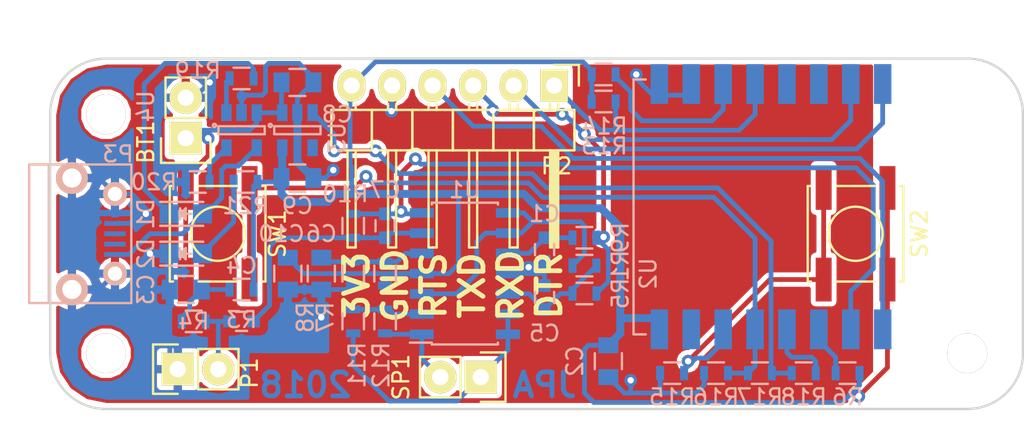
<source format=kicad_pcb>
(kicad_pcb (version 4) (host pcbnew 4.0.2+dfsg1-stable)

  (general
    (links 98)
    (no_connects 0)
    (area 81.424999 46.424999 142.575001 68.575001)
    (thickness 1.6)
    (drawings 13)
    (tracks 361)
    (zones 0)
    (modules 46)
    (nets 35)
  )

  (page A4)
  (layers
    (0 F.Cu signal)
    (31 B.Cu signal)
    (32 B.Adhes user)
    (33 F.Adhes user)
    (34 B.Paste user)
    (35 F.Paste user)
    (36 B.SilkS user)
    (37 F.SilkS user)
    (38 B.Mask user)
    (39 F.Mask user)
    (40 Dwgs.User user)
    (41 Cmts.User user)
    (42 Eco1.User user)
    (43 Eco2.User user)
    (44 Edge.Cuts user)
    (45 Margin user)
    (46 B.CrtYd user)
    (47 F.CrtYd user)
    (48 B.Fab user)
    (49 F.Fab user)
  )

  (setup
    (last_trace_width 0.3)
    (user_trace_width 0.2)
    (user_trace_width 0.5)
    (trace_clearance 0.29)
    (zone_clearance 0.5)
    (zone_45_only no)
    (trace_min 0.2)
    (segment_width 0.2)
    (edge_width 0.15)
    (via_size 0.8)
    (via_drill 0.4)
    (via_min_size 0.4)
    (via_min_drill 0.3)
    (uvia_size 0.3)
    (uvia_drill 0.1)
    (uvias_allowed no)
    (uvia_min_size 0.2)
    (uvia_min_drill 0.1)
    (pcb_text_width 0.3)
    (pcb_text_size 1.5 1.5)
    (mod_edge_width 0.15)
    (mod_text_size 1 1)
    (mod_text_width 0.15)
    (pad_size 1.5 1.5)
    (pad_drill 0.9)
    (pad_to_mask_clearance 0.2)
    (aux_axis_origin 81 46)
    (grid_origin 81 46)
    (visible_elements FFFFFF7F)
    (pcbplotparams
      (layerselection 0x01000_80000000)
      (usegerberextensions false)
      (excludeedgelayer true)
      (linewidth 0.100000)
      (plotframeref false)
      (viasonmask false)
      (mode 1)
      (useauxorigin true)
      (hpglpennumber 1)
      (hpglpenspeed 20)
      (hpglpendiameter 15)
      (hpglpenoverlay 2)
      (psnegative false)
      (psa4output false)
      (plotreference true)
      (plotvalue true)
      (plotinvisibletext false)
      (padsonsilk false)
      (subtractmaskfromsilk false)
      (outputformat 1)
      (mirror false)
      (drillshape 0)
      (scaleselection 1)
      (outputdirectory gerbers))
  )

  (net 0 "")
  (net 1 +BATT)
  (net 2 GND)
  (net 3 "Net-(C1-Pad1)")
  (net 4 "Net-(C4-Pad1)")
  (net 5 "Net-(C4-Pad2)")
  (net 6 "Net-(C5-Pad1)")
  (net 7 "Net-(C6-Pad1)")
  (net 8 /ADC)
  (net 9 +3V3)
  (net 10 "Net-(D1-Pad2)")
  (net 11 "Net-(D1-Pad1)")
  (net 12 "Net-(D2-Pad2)")
  (net 13 /DTR)
  (net 14 /RXD)
  (net 15 /TXD)
  (net 16 /RTS)
  (net 17 "Net-(P3-Pad2)")
  (net 18 "Net-(P3-Pad3)")
  (net 19 "Net-(R6-Pad1)")
  (net 20 "Net-(R9-Pad2)")
  (net 21 "Net-(R11-Pad1)")
  (net 22 "Net-(R11-Pad2)")
  (net 23 "Net-(R12-Pad2)")
  (net 24 "Net-(R14-Pad2)")
  (net 25 /BUTTON1)
  (net 26 "Net-(R17-Pad2)")
  (net 27 /POWER_ON)
  (net 28 "Net-(R19-Pad1)")
  (net 29 "Net-(R20-Pad2)")
  (net 30 /BUTTON2)
  (net 31 "Net-(U2-Pad7)")
  (net 32 "Net-(C3-Pad1)")
  (net 33 "Net-(U2-Pad13)")
  (net 34 "Net-(U2-Pad14)")

  (net_class Default "This is the default net class."
    (clearance 0.29)
    (trace_width 0.3)
    (via_dia 0.8)
    (via_drill 0.4)
    (uvia_dia 0.3)
    (uvia_drill 0.1)
    (add_net +3V3)
    (add_net +BATT)
    (add_net /ADC)
    (add_net /BUTTON1)
    (add_net /BUTTON2)
    (add_net /DTR)
    (add_net /POWER_ON)
    (add_net /RTS)
    (add_net /RXD)
    (add_net /TXD)
    (add_net GND)
    (add_net "Net-(C1-Pad1)")
    (add_net "Net-(C3-Pad1)")
    (add_net "Net-(C4-Pad1)")
    (add_net "Net-(C4-Pad2)")
    (add_net "Net-(C5-Pad1)")
    (add_net "Net-(C6-Pad1)")
    (add_net "Net-(D1-Pad1)")
    (add_net "Net-(D1-Pad2)")
    (add_net "Net-(D2-Pad2)")
    (add_net "Net-(P3-Pad2)")
    (add_net "Net-(P3-Pad3)")
    (add_net "Net-(R11-Pad1)")
    (add_net "Net-(R11-Pad2)")
    (add_net "Net-(R12-Pad2)")
    (add_net "Net-(R14-Pad2)")
    (add_net "Net-(R17-Pad2)")
    (add_net "Net-(R19-Pad1)")
    (add_net "Net-(R20-Pad2)")
    (add_net "Net-(R6-Pad1)")
    (add_net "Net-(R9-Pad2)")
    (add_net "Net-(U2-Pad13)")
    (add_net "Net-(U2-Pad14)")
    (add_net "Net-(U2-Pad7)")
  )

  (module ESP8266:ESP-12E_SMD (layer B.Cu) (tedit 5AF90E81) (tstamp 5AF58AC7)
    (at 133.7 62.8 90)
    (descr "Module, ESP-8266, ESP-12, 16 pad, SMD")
    (tags "Module ESP-8266 ESP8266")
    (path /5AF34821)
    (fp_text reference U2 (at 2.8 -14.7 90) (layer B.SilkS)
      (effects (font (size 1 1) (thickness 0.15)) (justify mirror))
    )
    (fp_text value ESP-12E (at 5.08 -6.35 360) (layer B.Fab) hide
      (effects (font (size 1 1) (thickness 0.15)) (justify mirror))
    )
    (fp_line (start -2.25 0.5) (end -2.25 8.75) (layer B.CrtYd) (width 0.05))
    (fp_line (start -2.25 8.75) (end 15.25 8.75) (layer B.CrtYd) (width 0.05))
    (fp_line (start 15.25 8.75) (end 16.25 8.75) (layer B.CrtYd) (width 0.05))
    (fp_line (start 16.25 8.75) (end 16.25 -16) (layer B.CrtYd) (width 0.05))
    (fp_line (start 16.25 -16) (end -2.25 -16) (layer B.CrtYd) (width 0.05))
    (fp_line (start -2.25 -16) (end -2.25 0.5) (layer B.CrtYd) (width 0.05))
    (fp_line (start -1.016 8.382) (end 14.986 8.382) (layer B.CrtYd) (width 0.1524))
    (fp_line (start 14.986 8.382) (end 14.986 0.889) (layer B.CrtYd) (width 0.1524))
    (fp_line (start -1.016 8.382) (end -1.016 1.016) (layer B.CrtYd) (width 0.1524))
    (fp_line (start -1.016 -14.859) (end -1.016 -15.621) (layer B.SilkS) (width 0.1524))
    (fp_line (start -1.016 -15.621) (end 14.986 -15.621) (layer B.SilkS) (width 0.1524))
    (fp_line (start 14.986 -15.621) (end 14.986 -14.859) (layer B.SilkS) (width 0.1524))
    (fp_line (start 14.992 8.4) (end -1.008 2.6) (layer B.CrtYd) (width 0.1524))
    (fp_line (start -1.008 8.4) (end 14.992 2.6) (layer B.CrtYd) (width 0.1524))
    (fp_text user "No Copper" (at 6.892 5.4 90) (layer B.CrtYd)
      (effects (font (size 1 1) (thickness 0.15)) (justify mirror))
    )
    (fp_line (start -1.008 2.6) (end 14.992 2.6) (layer B.CrtYd) (width 0.1524))
    (fp_line (start 15 8.4) (end 15 -15.6) (layer B.Fab) (width 0.05))
    (fp_line (start 14.992 -15.6) (end -1.008 -15.6) (layer B.Fab) (width 0.05))
    (fp_line (start -1.008 -15.6) (end -1.008 8.4) (layer B.Fab) (width 0.05))
    (fp_line (start -1.008 8.4) (end 14.992 8.4) (layer B.Fab) (width 0.05))
    (pad 1 smd rect (at 0 0 90) (size 2.5 1.1) (drill (offset -0.7 0)) (layers B.Cu B.Paste B.Mask)
      (net 16 /RTS))
    (pad 2 smd rect (at 0 -2 90) (size 2.5 1.1) (drill (offset -0.7 0)) (layers B.Cu B.Paste B.Mask)
      (net 8 /ADC))
    (pad 3 smd rect (at 0 -4 90) (size 2.5 1.1) (drill (offset -0.7 0)) (layers B.Cu B.Paste B.Mask)
      (net 19 "Net-(R6-Pad1)"))
    (pad 4 smd rect (at 0 -6 90) (size 2.5 1.1) (drill (offset -0.7 0)) (layers B.Cu B.Paste B.Mask)
      (net 27 /POWER_ON))
    (pad 5 smd rect (at 0 -8 90) (size 2.5 1.1) (drill (offset -0.7 0)) (layers B.Cu B.Paste B.Mask)
      (net 25 /BUTTON1))
    (pad 6 smd rect (at 0 -10 90) (size 2.5 1.1) (drill (offset -0.7 0)) (layers B.Cu B.Paste B.Mask)
      (net 30 /BUTTON2))
    (pad 7 smd rect (at 0 -12 90) (size 2.5 1.1) (drill (offset -0.7 0)) (layers B.Cu B.Paste B.Mask)
      (net 31 "Net-(U2-Pad7)"))
    (pad 8 smd rect (at 0 -14 90) (size 2.5 1.1) (drill (offset -0.7 0)) (layers B.Cu B.Paste B.Mask)
      (net 9 +3V3))
    (pad 9 smd rect (at 14 -14 90) (size 2.5 1.1) (drill (offset 0.7 0)) (layers B.Cu B.Paste B.Mask)
      (net 2 GND))
    (pad 10 smd rect (at 14 -12 90) (size 2.5 1.1) (drill (offset 0.7 0)) (layers B.Cu B.Paste B.Mask)
      (net 2 GND))
    (pad 11 smd rect (at 14 -10 90) (size 2.5 1.1) (drill (offset 0.7 0)) (layers B.Cu B.Paste B.Mask)
      (net 24 "Net-(R14-Pad2)"))
    (pad 12 smd rect (at 14 -8 90) (size 2.5 1.1) (drill (offset 0.7 0)) (layers B.Cu B.Paste B.Mask)
      (net 13 /DTR))
    (pad 13 smd rect (at 14 -6 90) (size 2.5 1.1) (drill (offset 0.7 0)) (layers B.Cu B.Paste B.Mask)
      (net 33 "Net-(U2-Pad13)"))
    (pad 14 smd rect (at 14 -4 90) (size 2.5 1.1) (drill (offset 0.7 0)) (layers B.Cu B.Paste B.Mask)
      (net 34 "Net-(U2-Pad14)"))
    (pad 15 smd rect (at 14 -2 90) (size 2.5 1.1) (drill (offset 0.7 0)) (layers B.Cu B.Paste B.Mask)
      (net 15 /TXD))
    (pad 16 smd rect (at 14 0 90) (size 2.5 1.1) (drill (offset 0.7 0)) (layers B.Cu B.Paste B.Mask)
      (net 14 /RXD))
    (model ${ESPLIB}/ESP8266.3dshapes/ESP-12.wrl
      (at (xyz 0 0 0))
      (scale (xyz 0.3937 0.3937 0.3937))
      (rotate (xyz 0 0 0))
    )
  )

  (module Mounting_Holes:MountingHole_2-5mm (layer F.Cu) (tedit 5AF589A5) (tstamp 5AFA8DEB)
    (at 139 65)
    (descr "Mounting hole, Befestigungsbohrung, 2,5mm, No Annular, Kein Restring,")
    (tags "Mounting hole, Befestigungsbohrung, 2,5mm, No Annular, Kein Restring,")
    (fp_text reference REF** (at 0 -3.50012) (layer F.SilkS) hide
      (effects (font (size 1 1) (thickness 0.15)))
    )
    (fp_text value MountingHole_2-5mm (at 0.09906 3.59918) (layer F.Fab) hide
      (effects (font (size 1 1) (thickness 0.15)))
    )
    (fp_circle (center 0 0) (end 2.5 0) (layer Cmts.User) (width 0.381))
    (pad 1 thru_hole circle (at 0 0) (size 2.5 2.5) (drill 2.5) (layers))
  )

  (module Pin_Headers:Pin_Header_Straight_1x02 (layer F.Cu) (tedit 5AF90EDD) (tstamp 5AF589A8)
    (at 90 51.5 180)
    (descr "Through hole pin header")
    (tags "pin header")
    (path /5AF51348)
    (fp_text reference BT1 (at 2.5 -0.25 270) (layer F.SilkS)
      (effects (font (size 1 1) (thickness 0.15)))
    )
    (fp_text value Li-ion (at 0 1.25 270) (layer F.Fab)
      (effects (font (size 1 1) (thickness 0.15)))
    )
    (fp_line (start 1.27 1.27) (end 1.27 3.81) (layer F.SilkS) (width 0.15))
    (fp_line (start 1.55 -1.55) (end 1.55 0) (layer F.SilkS) (width 0.15))
    (fp_line (start -1.75 -1.75) (end -1.75 4.3) (layer F.CrtYd) (width 0.05))
    (fp_line (start 1.75 -1.75) (end 1.75 4.3) (layer F.CrtYd) (width 0.05))
    (fp_line (start -1.75 -1.75) (end 1.75 -1.75) (layer F.CrtYd) (width 0.05))
    (fp_line (start -1.75 4.3) (end 1.75 4.3) (layer F.CrtYd) (width 0.05))
    (fp_line (start 1.27 1.27) (end -1.27 1.27) (layer F.SilkS) (width 0.15))
    (fp_line (start -1.55 0) (end -1.55 -1.55) (layer F.SilkS) (width 0.15))
    (fp_line (start -1.55 -1.55) (end 1.55 -1.55) (layer F.SilkS) (width 0.15))
    (fp_line (start -1.27 1.27) (end -1.27 3.81) (layer F.SilkS) (width 0.15))
    (fp_line (start -1.27 3.81) (end 1.27 3.81) (layer F.SilkS) (width 0.15))
    (pad 1 thru_hole rect (at 0 0 180) (size 2.032 2.032) (drill 1.016) (layers *.Cu *.Mask F.SilkS)
      (net 1 +BATT))
    (pad 2 thru_hole oval (at 0 2.54 180) (size 2.032 2.032) (drill 1.016) (layers *.Cu *.Mask F.SilkS)
      (net 2 GND))
    (model Pin_Headers.3dshapes/Pin_Header_Straight_1x02.wrl
      (at (xyz 0 -0.05 0))
      (scale (xyz 1 1 1))
      (rotate (xyz 0 0 90))
    )
  )

  (module Capacitors_SMD:C_0603 (layer B.Cu) (tedit 5AF90BD6) (tstamp 5AF589AE)
    (at 112.5 58.5 270)
    (descr "Capacitor SMD 0603, reflow soldering, AVX (see smccp.pdf)")
    (tags "capacitor 0603")
    (path /5AF4DAB5)
    (attr smd)
    (fp_text reference C1 (at -2.25 0 360) (layer B.SilkS)
      (effects (font (size 1 1) (thickness 0.15)) (justify mirror))
    )
    (fp_text value 100nF (at 0 -1.9 270) (layer B.Fab)
      (effects (font (size 1 1) (thickness 0.15)) (justify mirror))
    )
    (fp_line (start -1.45 0.75) (end 1.45 0.75) (layer B.CrtYd) (width 0.05))
    (fp_line (start -1.45 -0.75) (end 1.45 -0.75) (layer B.CrtYd) (width 0.05))
    (fp_line (start -1.45 0.75) (end -1.45 -0.75) (layer B.CrtYd) (width 0.05))
    (fp_line (start 1.45 0.75) (end 1.45 -0.75) (layer B.CrtYd) (width 0.05))
    (fp_line (start -0.35 0.6) (end 0.35 0.6) (layer B.SilkS) (width 0.15))
    (fp_line (start 0.35 -0.6) (end -0.35 -0.6) (layer B.SilkS) (width 0.15))
    (pad 1 smd rect (at -0.75 0 270) (size 0.8 0.75) (layers B.Cu B.Paste B.Mask)
      (net 3 "Net-(C1-Pad1)"))
    (pad 2 smd rect (at 0.75 0 270) (size 0.8 0.75) (layers B.Cu B.Paste B.Mask)
      (net 2 GND))
    (model Capacitors_SMD.3dshapes/C_0603.wrl
      (at (xyz 0 0 0))
      (scale (xyz 1 1 1))
      (rotate (xyz 0 0 0))
    )
  )

  (module Capacitors_SMD:C_0805 (layer B.Cu) (tedit 5AF90EF6) (tstamp 5AF589BA)
    (at 90 61 180)
    (descr "Capacitor SMD 0805, reflow soldering, AVX (see smccp.pdf)")
    (tags "capacitor 0805")
    (path /5AF4A447)
    (attr smd)
    (fp_text reference C3 (at 2.5 0 270) (layer B.SilkS)
      (effects (font (size 1 1) (thickness 0.15)) (justify mirror))
    )
    (fp_text value 10uF (at 0 0 180) (layer B.Fab)
      (effects (font (size 1 1) (thickness 0.15)) (justify mirror))
    )
    (fp_line (start -1.8 1) (end 1.8 1) (layer B.CrtYd) (width 0.05))
    (fp_line (start -1.8 -1) (end 1.8 -1) (layer B.CrtYd) (width 0.05))
    (fp_line (start -1.8 1) (end -1.8 -1) (layer B.CrtYd) (width 0.05))
    (fp_line (start 1.8 1) (end 1.8 -1) (layer B.CrtYd) (width 0.05))
    (fp_line (start 0.5 0.85) (end -0.5 0.85) (layer B.SilkS) (width 0.15))
    (fp_line (start -0.5 -0.85) (end 0.5 -0.85) (layer B.SilkS) (width 0.15))
    (pad 1 smd rect (at -1 0 180) (size 1 1.25) (layers B.Cu B.Paste B.Mask)
      (net 32 "Net-(C3-Pad1)"))
    (pad 2 smd rect (at 1 0 180) (size 1 1.25) (layers B.Cu B.Paste B.Mask)
      (net 2 GND))
    (model Capacitors_SMD.3dshapes/C_0805.wrl
      (at (xyz 0 0 0))
      (scale (xyz 1 1 1))
      (rotate (xyz 0 0 0))
    )
  )

  (module Capacitors_SMD:C_0603 (layer B.Cu) (tedit 5AF90D31) (tstamp 5AF589C0)
    (at 93.5 63 180)
    (descr "Capacitor SMD 0603, reflow soldering, AVX (see smccp.pdf)")
    (tags "capacitor 0603")
    (path /5AF4AAD3)
    (attr smd)
    (fp_text reference C4 (at 0 3.5 180) (layer B.SilkS)
      (effects (font (size 1 1) (thickness 0.15)) (justify mirror))
    )
    (fp_text value 100nF (at 0 -1.9 180) (layer B.Fab)
      (effects (font (size 1 1) (thickness 0.15)) (justify mirror))
    )
    (fp_line (start -1.45 0.75) (end 1.45 0.75) (layer B.CrtYd) (width 0.05))
    (fp_line (start -1.45 -0.75) (end 1.45 -0.75) (layer B.CrtYd) (width 0.05))
    (fp_line (start -1.45 0.75) (end -1.45 -0.75) (layer B.CrtYd) (width 0.05))
    (fp_line (start 1.45 0.75) (end 1.45 -0.75) (layer B.CrtYd) (width 0.05))
    (fp_line (start -0.35 0.6) (end 0.35 0.6) (layer B.SilkS) (width 0.15))
    (fp_line (start 0.35 -0.6) (end -0.35 -0.6) (layer B.SilkS) (width 0.15))
    (pad 1 smd rect (at -0.75 0 180) (size 0.8 0.75) (layers B.Cu B.Paste B.Mask)
      (net 4 "Net-(C4-Pad1)"))
    (pad 2 smd rect (at 0.75 0 180) (size 0.8 0.75) (layers B.Cu B.Paste B.Mask)
      (net 5 "Net-(C4-Pad2)"))
    (model Capacitors_SMD.3dshapes/C_0603.wrl
      (at (xyz 0 0 0))
      (scale (xyz 1 1 1))
      (rotate (xyz 0 0 0))
    )
  )

  (module Capacitors_SMD:C_0603 (layer B.Cu) (tedit 5AF90BD2) (tstamp 5AF589C6)
    (at 112.5 61.5 90)
    (descr "Capacitor SMD 0603, reflow soldering, AVX (see smccp.pdf)")
    (tags "capacitor 0603")
    (path /5AF4CC0C)
    (attr smd)
    (fp_text reference C5 (at -2.25 0 180) (layer B.SilkS)
      (effects (font (size 1 1) (thickness 0.15)) (justify mirror))
    )
    (fp_text value 1nF (at 0 -1.9 90) (layer B.Fab)
      (effects (font (size 1 1) (thickness 0.15)) (justify mirror))
    )
    (fp_line (start -1.45 0.75) (end 1.45 0.75) (layer B.CrtYd) (width 0.05))
    (fp_line (start -1.45 -0.75) (end 1.45 -0.75) (layer B.CrtYd) (width 0.05))
    (fp_line (start -1.45 0.75) (end -1.45 -0.75) (layer B.CrtYd) (width 0.05))
    (fp_line (start 1.45 0.75) (end 1.45 -0.75) (layer B.CrtYd) (width 0.05))
    (fp_line (start -0.35 0.6) (end 0.35 0.6) (layer B.SilkS) (width 0.15))
    (fp_line (start 0.35 -0.6) (end -0.35 -0.6) (layer B.SilkS) (width 0.15))
    (pad 1 smd rect (at -0.75 0 90) (size 0.8 0.75) (layers B.Cu B.Paste B.Mask)
      (net 6 "Net-(C5-Pad1)"))
    (pad 2 smd rect (at 0.75 0 90) (size 0.8 0.75) (layers B.Cu B.Paste B.Mask)
      (net 2 GND))
    (model Capacitors_SMD.3dshapes/C_0603.wrl
      (at (xyz 0 0 0))
      (scale (xyz 1 1 1))
      (rotate (xyz 0 0 0))
    )
  )

  (module Capacitors_SMD:C_0805 (layer B.Cu) (tedit 5AF90C11) (tstamp 5AF589CC)
    (at 98.5 60 270)
    (descr "Capacitor SMD 0805, reflow soldering, AVX (see smccp.pdf)")
    (tags "capacitor 0805")
    (path /5AF4B609)
    (attr smd)
    (fp_text reference C6 (at -2.5 0 360) (layer B.SilkS)
      (effects (font (size 1 1) (thickness 0.15)) (justify mirror))
    )
    (fp_text value 10uF (at 0 -2.1 270) (layer B.Fab)
      (effects (font (size 1 1) (thickness 0.15)) (justify mirror))
    )
    (fp_line (start -1.8 1) (end 1.8 1) (layer B.CrtYd) (width 0.05))
    (fp_line (start -1.8 -1) (end 1.8 -1) (layer B.CrtYd) (width 0.05))
    (fp_line (start -1.8 1) (end -1.8 -1) (layer B.CrtYd) (width 0.05))
    (fp_line (start 1.8 1) (end 1.8 -1) (layer B.CrtYd) (width 0.05))
    (fp_line (start 0.5 0.85) (end -0.5 0.85) (layer B.SilkS) (width 0.15))
    (fp_line (start -0.5 -0.85) (end 0.5 -0.85) (layer B.SilkS) (width 0.15))
    (pad 1 smd rect (at -1 0 270) (size 1 1.25) (layers B.Cu B.Paste B.Mask)
      (net 7 "Net-(C6-Pad1)"))
    (pad 2 smd rect (at 1 0 270) (size 1 1.25) (layers B.Cu B.Paste B.Mask)
      (net 2 GND))
    (model Capacitors_SMD.3dshapes/C_0805.wrl
      (at (xyz 0 0 0))
      (scale (xyz 1 1 1))
      (rotate (xyz 0 0 0))
    )
  )

  (module Capacitors_SMD:C_0603 (layer B.Cu) (tedit 5AF90BFA) (tstamp 5AF589D2)
    (at 102.5 57 270)
    (descr "Capacitor SMD 0603, reflow soldering, AVX (see smccp.pdf)")
    (tags "capacitor 0603")
    (path /5AF4AE46)
    (attr smd)
    (fp_text reference C7 (at -2.25 0 360) (layer B.SilkS)
      (effects (font (size 1 1) (thickness 0.15)) (justify mirror))
    )
    (fp_text value 1nF (at 0 -1.9 270) (layer B.Fab)
      (effects (font (size 1 1) (thickness 0.15)) (justify mirror))
    )
    (fp_line (start -1.45 0.75) (end 1.45 0.75) (layer B.CrtYd) (width 0.05))
    (fp_line (start -1.45 -0.75) (end 1.45 -0.75) (layer B.CrtYd) (width 0.05))
    (fp_line (start -1.45 0.75) (end -1.45 -0.75) (layer B.CrtYd) (width 0.05))
    (fp_line (start 1.45 0.75) (end 1.45 -0.75) (layer B.CrtYd) (width 0.05))
    (fp_line (start -0.35 0.6) (end 0.35 0.6) (layer B.SilkS) (width 0.15))
    (fp_line (start 0.35 -0.6) (end -0.35 -0.6) (layer B.SilkS) (width 0.15))
    (pad 1 smd rect (at -0.75 0 270) (size 0.8 0.75) (layers B.Cu B.Paste B.Mask)
      (net 8 /ADC))
    (pad 2 smd rect (at 0.75 0 270) (size 0.8 0.75) (layers B.Cu B.Paste B.Mask)
      (net 4 "Net-(C4-Pad1)"))
    (model Capacitors_SMD.3dshapes/C_0603.wrl
      (at (xyz 0 0 0))
      (scale (xyz 1 1 1))
      (rotate (xyz 0 0 0))
    )
  )

  (module Capacitors_SMD:C_0805 (layer B.Cu) (tedit 5AF90EC3) (tstamp 5AF589D8)
    (at 97 48 180)
    (descr "Capacitor SMD 0805, reflow soldering, AVX (see smccp.pdf)")
    (tags "capacitor 0805")
    (path /5AF53B2B)
    (attr smd)
    (fp_text reference C8 (at -2.5 -2 360) (layer B.SilkS)
      (effects (font (size 1 1) (thickness 0.15)) (justify mirror))
    )
    (fp_text value 10uF (at 0.25 0 180) (layer B.Fab)
      (effects (font (size 1 1) (thickness 0.15)) (justify mirror))
    )
    (fp_line (start -1.8 1) (end 1.8 1) (layer B.CrtYd) (width 0.05))
    (fp_line (start -1.8 -1) (end 1.8 -1) (layer B.CrtYd) (width 0.05))
    (fp_line (start -1.8 1) (end -1.8 -1) (layer B.CrtYd) (width 0.05))
    (fp_line (start 1.8 1) (end 1.8 -1) (layer B.CrtYd) (width 0.05))
    (fp_line (start 0.5 0.85) (end -0.5 0.85) (layer B.SilkS) (width 0.15))
    (fp_line (start -0.5 -0.85) (end 0.5 -0.85) (layer B.SilkS) (width 0.15))
    (pad 1 smd rect (at -1 0 180) (size 1 1.25) (layers B.Cu B.Paste B.Mask)
      (net 2 GND))
    (pad 2 smd rect (at 1 0 180) (size 1 1.25) (layers B.Cu B.Paste B.Mask)
      (net 1 +BATT))
    (model Capacitors_SMD.3dshapes/C_0805.wrl
      (at (xyz 0 0 0))
      (scale (xyz 1 1 1))
      (rotate (xyz 0 0 0))
    )
  )

  (module Capacitors_SMD:C_0805 (layer B.Cu) (tedit 5AF90CC9) (tstamp 5AF589DE)
    (at 97 54 180)
    (descr "Capacitor SMD 0805, reflow soldering, AVX (see smccp.pdf)")
    (tags "capacitor 0805")
    (path /5AF545D3)
    (attr smd)
    (fp_text reference C9 (at 0 -1.75 180) (layer B.SilkS)
      (effects (font (size 1 1) (thickness 0.15)) (justify mirror))
    )
    (fp_text value 10uF (at 0 -2.1 180) (layer B.Fab)
      (effects (font (size 1 1) (thickness 0.15)) (justify mirror))
    )
    (fp_line (start -1.8 1) (end 1.8 1) (layer B.CrtYd) (width 0.05))
    (fp_line (start -1.8 -1) (end 1.8 -1) (layer B.CrtYd) (width 0.05))
    (fp_line (start -1.8 1) (end -1.8 -1) (layer B.CrtYd) (width 0.05))
    (fp_line (start 1.8 1) (end 1.8 -1) (layer B.CrtYd) (width 0.05))
    (fp_line (start 0.5 0.85) (end -0.5 0.85) (layer B.SilkS) (width 0.15))
    (fp_line (start -0.5 -0.85) (end 0.5 -0.85) (layer B.SilkS) (width 0.15))
    (pad 1 smd rect (at -1 0 180) (size 1 1.25) (layers B.Cu B.Paste B.Mask)
      (net 2 GND))
    (pad 2 smd rect (at 1 0 180) (size 1 1.25) (layers B.Cu B.Paste B.Mask)
      (net 9 +3V3))
    (model Capacitors_SMD.3dshapes/C_0805.wrl
      (at (xyz 0 0 0))
      (scale (xyz 1 1 1))
      (rotate (xyz 0 0 0))
    )
  )

  (module LEDs:LED_0805 (layer B.Cu) (tedit 5AF90CAB) (tstamp 5AF589E4)
    (at 90 56.25)
    (descr "LED 0805 smd package")
    (tags "LED 0805 SMD")
    (path /5AF511C4)
    (attr smd)
    (fp_text reference D1 (at -2.5 0 90) (layer B.SilkS)
      (effects (font (size 1 1) (thickness 0.15)) (justify mirror))
    )
    (fp_text value LED (at 0 -1.75) (layer B.Fab)
      (effects (font (size 1 1) (thickness 0.15)) (justify mirror))
    )
    (fp_line (start -1.6 -0.75) (end 1.1 -0.75) (layer B.SilkS) (width 0.15))
    (fp_line (start -1.6 0.75) (end 1.1 0.75) (layer B.SilkS) (width 0.15))
    (fp_line (start -0.1 -0.15) (end -0.1 0.1) (layer B.SilkS) (width 0.15))
    (fp_line (start -0.1 0.1) (end -0.25 -0.05) (layer B.SilkS) (width 0.15))
    (fp_line (start -0.35 0.35) (end -0.35 -0.35) (layer B.SilkS) (width 0.15))
    (fp_line (start 0 0) (end 0.35 0) (layer B.SilkS) (width 0.15))
    (fp_line (start -0.35 0) (end 0 0.35) (layer B.SilkS) (width 0.15))
    (fp_line (start 0 0.35) (end 0 -0.35) (layer B.SilkS) (width 0.15))
    (fp_line (start 0 -0.35) (end -0.35 0) (layer B.SilkS) (width 0.15))
    (fp_line (start 1.9 0.95) (end 1.9 -0.95) (layer B.CrtYd) (width 0.05))
    (fp_line (start 1.9 -0.95) (end -1.9 -0.95) (layer B.CrtYd) (width 0.05))
    (fp_line (start -1.9 -0.95) (end -1.9 0.95) (layer B.CrtYd) (width 0.05))
    (fp_line (start -1.9 0.95) (end 1.9 0.95) (layer B.CrtYd) (width 0.05))
    (pad 2 smd rect (at 1.04902 0 180) (size 1.19888 1.19888) (layers B.Cu B.Paste B.Mask)
      (net 10 "Net-(D1-Pad2)"))
    (pad 1 smd rect (at -1.04902 0 180) (size 1.19888 1.19888) (layers B.Cu B.Paste B.Mask)
      (net 11 "Net-(D1-Pad1)"))
    (model LEDs.3dshapes/LED_0805.wrl
      (at (xyz 0 0 0))
      (scale (xyz 1 1 1))
      (rotate (xyz 0 0 0))
    )
  )

  (module LEDs:LED_0805 (layer B.Cu) (tedit 5AF90ED5) (tstamp 5AF589EA)
    (at 90 58.75)
    (descr "LED 0805 smd package")
    (tags "LED 0805 SMD")
    (path /5AF55D86)
    (attr smd)
    (fp_text reference D2 (at -2.5 0 90) (layer B.SilkS)
      (effects (font (size 1 1) (thickness 0.15)) (justify mirror))
    )
    (fp_text value LED (at -0.25 0) (layer B.Fab)
      (effects (font (size 1 1) (thickness 0.15)) (justify mirror))
    )
    (fp_line (start -1.6 -0.75) (end 1.1 -0.75) (layer B.SilkS) (width 0.15))
    (fp_line (start -1.6 0.75) (end 1.1 0.75) (layer B.SilkS) (width 0.15))
    (fp_line (start -0.1 -0.15) (end -0.1 0.1) (layer B.SilkS) (width 0.15))
    (fp_line (start -0.1 0.1) (end -0.25 -0.05) (layer B.SilkS) (width 0.15))
    (fp_line (start -0.35 0.35) (end -0.35 -0.35) (layer B.SilkS) (width 0.15))
    (fp_line (start 0 0) (end 0.35 0) (layer B.SilkS) (width 0.15))
    (fp_line (start -0.35 0) (end 0 0.35) (layer B.SilkS) (width 0.15))
    (fp_line (start 0 0.35) (end 0 -0.35) (layer B.SilkS) (width 0.15))
    (fp_line (start 0 -0.35) (end -0.35 0) (layer B.SilkS) (width 0.15))
    (fp_line (start 1.9 0.95) (end 1.9 -0.95) (layer B.CrtYd) (width 0.05))
    (fp_line (start 1.9 -0.95) (end -1.9 -0.95) (layer B.CrtYd) (width 0.05))
    (fp_line (start -1.9 -0.95) (end -1.9 0.95) (layer B.CrtYd) (width 0.05))
    (fp_line (start -1.9 0.95) (end 1.9 0.95) (layer B.CrtYd) (width 0.05))
    (pad 2 smd rect (at 1.04902 0 180) (size 1.19888 1.19888) (layers B.Cu B.Paste B.Mask)
      (net 12 "Net-(D2-Pad2)"))
    (pad 1 smd rect (at -1.04902 0 180) (size 1.19888 1.19888) (layers B.Cu B.Paste B.Mask)
      (net 2 GND))
    (model LEDs.3dshapes/LED_0805.wrl
      (at (xyz 0 0 0))
      (scale (xyz 1 1 1))
      (rotate (xyz 0 0 0))
    )
  )

  (module Pin_Headers:Pin_Header_Straight_1x02 (layer F.Cu) (tedit 5AFE7EA3) (tstamp 5AF589F0)
    (at 89.5 66 90)
    (descr "Through hole pin header")
    (tags "pin header")
    (path /5AF35368)
    (fp_text reference P1 (at -0.25 4.5 90) (layer F.SilkS)
      (effects (font (size 1 1) (thickness 0.15)))
    )
    (fp_text value MIC (at 0 -3.1 90) (layer F.Fab)
      (effects (font (size 1 1) (thickness 0.15)))
    )
    (fp_line (start 1.27 1.27) (end 1.27 3.81) (layer F.SilkS) (width 0.15))
    (fp_line (start 1.55 -1.55) (end 1.55 0) (layer F.SilkS) (width 0.15))
    (fp_line (start -1.75 -1.75) (end -1.75 4.3) (layer F.CrtYd) (width 0.05))
    (fp_line (start 1.75 -1.75) (end 1.75 4.3) (layer F.CrtYd) (width 0.05))
    (fp_line (start -1.75 -1.75) (end 1.75 -1.75) (layer F.CrtYd) (width 0.05))
    (fp_line (start -1.75 4.3) (end 1.75 4.3) (layer F.CrtYd) (width 0.05))
    (fp_line (start 1.27 1.27) (end -1.27 1.27) (layer F.SilkS) (width 0.15))
    (fp_line (start -1.55 0) (end -1.55 -1.55) (layer F.SilkS) (width 0.15))
    (fp_line (start -1.55 -1.55) (end 1.55 -1.55) (layer F.SilkS) (width 0.15))
    (fp_line (start -1.27 1.27) (end -1.27 3.81) (layer F.SilkS) (width 0.15))
    (fp_line (start -1.27 3.81) (end 1.27 3.81) (layer F.SilkS) (width 0.15))
    (pad 1 thru_hole rect (at 0 0 90) (size 2.032 2.032) (drill 1.016) (layers *.Cu *.Mask F.SilkS)
      (net 2 GND))
    (pad 2 thru_hole oval (at 0 2.54 90) (size 2.032 2.032) (drill 1.016) (layers *.Cu *.Mask F.SilkS)
      (net 5 "Net-(C4-Pad2)"))
    (model Pin_Headers.3dshapes/Pin_Header_Straight_1x02.wrl
      (at (xyz 0 -0.05 0))
      (scale (xyz 1 1 1))
      (rotate (xyz 0 0 90))
    )
  )

  (module Pin_Headers:Pin_Header_Angled_1x06 (layer F.Cu) (tedit 5AF90D93) (tstamp 5AF589FA)
    (at 113.1 48.2 270)
    (descr "Through hole pin header")
    (tags "pin header")
    (path /5AF34C68)
    (fp_text reference P2 (at 5.05 -0.15 360) (layer F.SilkS)
      (effects (font (size 1 1) (thickness 0.15)))
    )
    (fp_text value PROGRAM (at 0 -3.1 270) (layer F.Fab)
      (effects (font (size 1 1) (thickness 0.15)))
    )
    (fp_line (start -1.5 -1.75) (end -1.5 14.45) (layer F.CrtYd) (width 0.05))
    (fp_line (start 10.65 -1.75) (end 10.65 14.45) (layer F.CrtYd) (width 0.05))
    (fp_line (start -1.5 -1.75) (end 10.65 -1.75) (layer F.CrtYd) (width 0.05))
    (fp_line (start -1.5 14.45) (end 10.65 14.45) (layer F.CrtYd) (width 0.05))
    (fp_line (start -1.3 -1.55) (end -1.3 0) (layer F.SilkS) (width 0.15))
    (fp_line (start 0 -1.55) (end -1.3 -1.55) (layer F.SilkS) (width 0.15))
    (fp_line (start 4.191 -0.127) (end 10.033 -0.127) (layer F.SilkS) (width 0.15))
    (fp_line (start 10.033 -0.127) (end 10.033 0.127) (layer F.SilkS) (width 0.15))
    (fp_line (start 10.033 0.127) (end 4.191 0.127) (layer F.SilkS) (width 0.15))
    (fp_line (start 4.191 0.127) (end 4.191 0) (layer F.SilkS) (width 0.15))
    (fp_line (start 4.191 0) (end 10.033 0) (layer F.SilkS) (width 0.15))
    (fp_line (start 1.524 -0.254) (end 1.143 -0.254) (layer F.SilkS) (width 0.15))
    (fp_line (start 1.524 0.254) (end 1.143 0.254) (layer F.SilkS) (width 0.15))
    (fp_line (start 1.524 2.286) (end 1.143 2.286) (layer F.SilkS) (width 0.15))
    (fp_line (start 1.524 2.794) (end 1.143 2.794) (layer F.SilkS) (width 0.15))
    (fp_line (start 1.524 4.826) (end 1.143 4.826) (layer F.SilkS) (width 0.15))
    (fp_line (start 1.524 5.334) (end 1.143 5.334) (layer F.SilkS) (width 0.15))
    (fp_line (start 1.524 12.954) (end 1.143 12.954) (layer F.SilkS) (width 0.15))
    (fp_line (start 1.524 12.446) (end 1.143 12.446) (layer F.SilkS) (width 0.15))
    (fp_line (start 1.524 10.414) (end 1.143 10.414) (layer F.SilkS) (width 0.15))
    (fp_line (start 1.524 9.906) (end 1.143 9.906) (layer F.SilkS) (width 0.15))
    (fp_line (start 1.524 7.874) (end 1.143 7.874) (layer F.SilkS) (width 0.15))
    (fp_line (start 1.524 7.366) (end 1.143 7.366) (layer F.SilkS) (width 0.15))
    (fp_line (start 1.524 -1.27) (end 4.064 -1.27) (layer F.SilkS) (width 0.15))
    (fp_line (start 1.524 1.27) (end 4.064 1.27) (layer F.SilkS) (width 0.15))
    (fp_line (start 1.524 1.27) (end 1.524 3.81) (layer F.SilkS) (width 0.15))
    (fp_line (start 1.524 3.81) (end 4.064 3.81) (layer F.SilkS) (width 0.15))
    (fp_line (start 4.064 2.286) (end 10.16 2.286) (layer F.SilkS) (width 0.15))
    (fp_line (start 10.16 2.286) (end 10.16 2.794) (layer F.SilkS) (width 0.15))
    (fp_line (start 10.16 2.794) (end 4.064 2.794) (layer F.SilkS) (width 0.15))
    (fp_line (start 4.064 3.81) (end 4.064 1.27) (layer F.SilkS) (width 0.15))
    (fp_line (start 4.064 1.27) (end 4.064 -1.27) (layer F.SilkS) (width 0.15))
    (fp_line (start 10.16 0.254) (end 4.064 0.254) (layer F.SilkS) (width 0.15))
    (fp_line (start 10.16 -0.254) (end 10.16 0.254) (layer F.SilkS) (width 0.15))
    (fp_line (start 4.064 -0.254) (end 10.16 -0.254) (layer F.SilkS) (width 0.15))
    (fp_line (start 1.524 1.27) (end 4.064 1.27) (layer F.SilkS) (width 0.15))
    (fp_line (start 1.524 -1.27) (end 1.524 1.27) (layer F.SilkS) (width 0.15))
    (fp_line (start 1.524 8.89) (end 4.064 8.89) (layer F.SilkS) (width 0.15))
    (fp_line (start 1.524 8.89) (end 1.524 11.43) (layer F.SilkS) (width 0.15))
    (fp_line (start 1.524 11.43) (end 4.064 11.43) (layer F.SilkS) (width 0.15))
    (fp_line (start 4.064 9.906) (end 10.16 9.906) (layer F.SilkS) (width 0.15))
    (fp_line (start 10.16 9.906) (end 10.16 10.414) (layer F.SilkS) (width 0.15))
    (fp_line (start 10.16 10.414) (end 4.064 10.414) (layer F.SilkS) (width 0.15))
    (fp_line (start 4.064 11.43) (end 4.064 8.89) (layer F.SilkS) (width 0.15))
    (fp_line (start 4.064 13.97) (end 4.064 11.43) (layer F.SilkS) (width 0.15))
    (fp_line (start 10.16 12.954) (end 4.064 12.954) (layer F.SilkS) (width 0.15))
    (fp_line (start 10.16 12.446) (end 10.16 12.954) (layer F.SilkS) (width 0.15))
    (fp_line (start 4.064 12.446) (end 10.16 12.446) (layer F.SilkS) (width 0.15))
    (fp_line (start 1.524 13.97) (end 4.064 13.97) (layer F.SilkS) (width 0.15))
    (fp_line (start 1.524 11.43) (end 1.524 13.97) (layer F.SilkS) (width 0.15))
    (fp_line (start 1.524 11.43) (end 4.064 11.43) (layer F.SilkS) (width 0.15))
    (fp_line (start 1.524 6.35) (end 4.064 6.35) (layer F.SilkS) (width 0.15))
    (fp_line (start 1.524 6.35) (end 1.524 8.89) (layer F.SilkS) (width 0.15))
    (fp_line (start 1.524 8.89) (end 4.064 8.89) (layer F.SilkS) (width 0.15))
    (fp_line (start 4.064 7.366) (end 10.16 7.366) (layer F.SilkS) (width 0.15))
    (fp_line (start 10.16 7.366) (end 10.16 7.874) (layer F.SilkS) (width 0.15))
    (fp_line (start 10.16 7.874) (end 4.064 7.874) (layer F.SilkS) (width 0.15))
    (fp_line (start 4.064 8.89) (end 4.064 6.35) (layer F.SilkS) (width 0.15))
    (fp_line (start 4.064 6.35) (end 4.064 3.81) (layer F.SilkS) (width 0.15))
    (fp_line (start 10.16 5.334) (end 4.064 5.334) (layer F.SilkS) (width 0.15))
    (fp_line (start 10.16 4.826) (end 10.16 5.334) (layer F.SilkS) (width 0.15))
    (fp_line (start 4.064 4.826) (end 10.16 4.826) (layer F.SilkS) (width 0.15))
    (fp_line (start 1.524 6.35) (end 4.064 6.35) (layer F.SilkS) (width 0.15))
    (fp_line (start 1.524 3.81) (end 1.524 6.35) (layer F.SilkS) (width 0.15))
    (fp_line (start 1.524 3.81) (end 4.064 3.81) (layer F.SilkS) (width 0.15))
    (pad 1 thru_hole rect (at 0 0 270) (size 2.032 1.7272) (drill 1.016) (layers *.Cu *.Mask F.SilkS)
      (net 13 /DTR))
    (pad 2 thru_hole oval (at 0 2.54 270) (size 2.032 1.7272) (drill 1.016) (layers *.Cu *.Mask F.SilkS)
      (net 14 /RXD))
    (pad 3 thru_hole oval (at 0 5.08 270) (size 2.032 1.7272) (drill 1.016) (layers *.Cu *.Mask F.SilkS)
      (net 15 /TXD))
    (pad 4 thru_hole oval (at 0 7.62 270) (size 2.032 1.7272) (drill 1.016) (layers *.Cu *.Mask F.SilkS)
      (net 16 /RTS))
    (pad 5 thru_hole oval (at 0 10.16 270) (size 2.032 1.7272) (drill 1.016) (layers *.Cu *.Mask F.SilkS)
      (net 2 GND))
    (pad 6 thru_hole oval (at 0 12.7 270) (size 2.032 1.7272) (drill 1.016) (layers *.Cu *.Mask F.SilkS)
      (net 9 +3V3))
    (model Pin_Headers.3dshapes/Pin_Header_Angled_1x06.wrl
      (at (xyz 0 -0.25 0))
      (scale (xyz 1 1 1))
      (rotate (xyz 0 0 90))
    )
  )

  (module Connect:USB_Micro-B (layer B.Cu) (tedit 5AF90D40) (tstamp 5AF58A07)
    (at 84 57.5 90)
    (descr "Micro USB Type B Receptacle")
    (tags "USB USB_B USB_micro USB_OTG")
    (path /5AF4FC08)
    (attr smd)
    (fp_text reference P3 (at 5 1.75 180) (layer B.SilkS)
      (effects (font (size 1 1) (thickness 0.15)) (justify mirror))
    )
    (fp_text value USB_OTG (at 0 -4.8 90) (layer B.Fab)
      (effects (font (size 1 1) (thickness 0.15)) (justify mirror))
    )
    (fp_line (start -4.6 2.8) (end 4.6 2.8) (layer B.CrtYd) (width 0.05))
    (fp_line (start 4.6 2.8) (end 4.6 -4.05) (layer B.CrtYd) (width 0.05))
    (fp_line (start 4.6 -4.05) (end -4.6 -4.05) (layer B.CrtYd) (width 0.05))
    (fp_line (start -4.6 -4.05) (end -4.6 2.8) (layer B.CrtYd) (width 0.05))
    (fp_line (start -4.3509 -3.81746) (end 4.3491 -3.81746) (layer B.SilkS) (width 0.15))
    (fp_line (start -4.3509 2.58754) (end 4.3491 2.58754) (layer B.SilkS) (width 0.15))
    (fp_line (start 4.3491 2.58754) (end 4.3491 -3.81746) (layer B.SilkS) (width 0.15))
    (fp_line (start 4.3491 -2.58746) (end -4.3509 -2.58746) (layer B.SilkS) (width 0.15))
    (fp_line (start -4.3509 -3.81746) (end -4.3509 2.58754) (layer B.SilkS) (width 0.15))
    (pad 1 smd rect (at -1.3009 1.56254) (size 1.35 0.3) (layers B.Cu B.Paste B.Mask)
      (net 10 "Net-(D1-Pad2)"))
    (pad 2 smd rect (at -0.6509 1.56254) (size 1.35 0.3) (layers B.Cu B.Paste B.Mask)
      (net 17 "Net-(P3-Pad2)"))
    (pad 3 smd rect (at -0.0009 1.56254) (size 1.35 0.3) (layers B.Cu B.Paste B.Mask)
      (net 18 "Net-(P3-Pad3)"))
    (pad 4 smd rect (at 0.6491 1.56254) (size 1.35 0.3) (layers B.Cu B.Paste B.Mask)
      (net 2 GND))
    (pad 5 smd rect (at 1.2991 1.56254) (size 1.35 0.3) (layers B.Cu B.Paste B.Mask)
      (net 2 GND))
    (pad 6 thru_hole oval (at -2.5009 1.56254) (size 1.5 1.5) (drill 0.9) (layers *.Cu *.Mask B.SilkS)
      (net 2 GND))
    (pad 6 thru_hole oval (at 2.4991 1.56254) (size 1.5 1.5) (drill 0.9) (layers *.Cu *.Mask B.SilkS)
      (net 2 GND))
    (pad 6 thru_hole oval (at -3.5009 -1.13746) (size 2 2) (drill 1.2) (layers *.Cu *.Mask B.SilkS)
      (net 2 GND))
    (pad 6 thru_hole oval (at 3.4991 -1.13746) (size 2 2) (drill 1.2) (layers *.Cu *.Mask B.SilkS)
      (net 2 GND))
  )

  (module Resistors_SMD:R_0603 (layer B.Cu) (tedit 5AF90EF0) (tstamp 5AF58A19)
    (at 93.5 61)
    (descr "Resistor SMD 0603, reflow soldering, Vishay (see dcrcw.pdf)")
    (tags "resistor 0603")
    (path /5AF4A3E7)
    (attr smd)
    (fp_text reference R3 (at 0 1.9) (layer B.SilkS)
      (effects (font (size 1 1) (thickness 0.15)) (justify mirror))
    )
    (fp_text value 10k (at 0 0) (layer B.Fab)
      (effects (font (size 1 1) (thickness 0.15)) (justify mirror))
    )
    (fp_line (start -1.3 0.8) (end 1.3 0.8) (layer B.CrtYd) (width 0.05))
    (fp_line (start -1.3 -0.8) (end 1.3 -0.8) (layer B.CrtYd) (width 0.05))
    (fp_line (start -1.3 0.8) (end -1.3 -0.8) (layer B.CrtYd) (width 0.05))
    (fp_line (start 1.3 0.8) (end 1.3 -0.8) (layer B.CrtYd) (width 0.05))
    (fp_line (start 0.5 -0.675) (end -0.5 -0.675) (layer B.SilkS) (width 0.15))
    (fp_line (start -0.5 0.675) (end 0.5 0.675) (layer B.SilkS) (width 0.15))
    (pad 1 smd rect (at -0.75 0) (size 0.5 0.9) (layers B.Cu B.Paste B.Mask)
      (net 32 "Net-(C3-Pad1)"))
    (pad 2 smd rect (at 0.75 0) (size 0.5 0.9) (layers B.Cu B.Paste B.Mask)
      (net 9 +3V3))
    (model Resistors_SMD.3dshapes/R_0603.wrl
      (at (xyz 0 0 0))
      (scale (xyz 1 1 1))
      (rotate (xyz 0 0 0))
    )
  )

  (module Resistors_SMD:R_0603 (layer B.Cu) (tedit 5AF90C6D) (tstamp 5AF58A1F)
    (at 90.5 63 180)
    (descr "Resistor SMD 0603, reflow soldering, Vishay (see dcrcw.pdf)")
    (tags "resistor 0603")
    (path /5AF4A742)
    (attr smd)
    (fp_text reference R4 (at 0 0 180) (layer B.SilkS)
      (effects (font (size 1 1) (thickness 0.15)) (justify mirror))
    )
    (fp_text value 10k (at 0 -1.9 180) (layer B.Fab)
      (effects (font (size 1 1) (thickness 0.15)) (justify mirror))
    )
    (fp_line (start -1.3 0.8) (end 1.3 0.8) (layer B.CrtYd) (width 0.05))
    (fp_line (start -1.3 -0.8) (end 1.3 -0.8) (layer B.CrtYd) (width 0.05))
    (fp_line (start -1.3 0.8) (end -1.3 -0.8) (layer B.CrtYd) (width 0.05))
    (fp_line (start 1.3 0.8) (end 1.3 -0.8) (layer B.CrtYd) (width 0.05))
    (fp_line (start 0.5 -0.675) (end -0.5 -0.675) (layer B.SilkS) (width 0.15))
    (fp_line (start -0.5 0.675) (end 0.5 0.675) (layer B.SilkS) (width 0.15))
    (pad 1 smd rect (at -0.75 0 180) (size 0.5 0.9) (layers B.Cu B.Paste B.Mask)
      (net 5 "Net-(C4-Pad2)"))
    (pad 2 smd rect (at 0.75 0 180) (size 0.5 0.9) (layers B.Cu B.Paste B.Mask)
      (net 32 "Net-(C3-Pad1)"))
    (model Resistors_SMD.3dshapes/R_0603.wrl
      (at (xyz 0 0 0))
      (scale (xyz 1 1 1))
      (rotate (xyz 0 0 0))
    )
  )

  (module Resistors_SMD:R_0603 (layer B.Cu) (tedit 5AF90BC8) (tstamp 5AF58A25)
    (at 115 61.25 180)
    (descr "Resistor SMD 0603, reflow soldering, Vishay (see dcrcw.pdf)")
    (tags "resistor 0603")
    (path /5AF4CB29)
    (attr smd)
    (fp_text reference R5 (at -2.25 0 270) (layer B.SilkS)
      (effects (font (size 1 1) (thickness 0.15)) (justify mirror))
    )
    (fp_text value 10k (at 0 -1.9 180) (layer B.Fab)
      (effects (font (size 1 1) (thickness 0.15)) (justify mirror))
    )
    (fp_line (start -1.3 0.8) (end 1.3 0.8) (layer B.CrtYd) (width 0.05))
    (fp_line (start -1.3 -0.8) (end 1.3 -0.8) (layer B.CrtYd) (width 0.05))
    (fp_line (start -1.3 0.8) (end -1.3 -0.8) (layer B.CrtYd) (width 0.05))
    (fp_line (start 1.3 0.8) (end 1.3 -0.8) (layer B.CrtYd) (width 0.05))
    (fp_line (start 0.5 -0.675) (end -0.5 -0.675) (layer B.SilkS) (width 0.15))
    (fp_line (start -0.5 0.675) (end 0.5 0.675) (layer B.SilkS) (width 0.15))
    (pad 1 smd rect (at -0.75 0 180) (size 0.5 0.9) (layers B.Cu B.Paste B.Mask)
      (net 15 /TXD))
    (pad 2 smd rect (at 0.75 0 180) (size 0.5 0.9) (layers B.Cu B.Paste B.Mask)
      (net 6 "Net-(C5-Pad1)"))
    (model Resistors_SMD.3dshapes/R_0603.wrl
      (at (xyz 0 0 0))
      (scale (xyz 1 1 1))
      (rotate (xyz 0 0 0))
    )
  )

  (module Resistors_SMD:R_0603 (layer B.Cu) (tedit 5AF90D50) (tstamp 5AF58A2B)
    (at 131.5 66.25)
    (descr "Resistor SMD 0603, reflow soldering, Vishay (see dcrcw.pdf)")
    (tags "resistor 0603")
    (path /5AF34895)
    (attr smd)
    (fp_text reference R6 (at 0 1.5) (layer B.SilkS)
      (effects (font (size 1 1) (thickness 0.15)) (justify mirror))
    )
    (fp_text value 10k (at 0 -1.9) (layer B.Fab)
      (effects (font (size 1 1) (thickness 0.15)) (justify mirror))
    )
    (fp_line (start -1.3 0.8) (end 1.3 0.8) (layer B.CrtYd) (width 0.05))
    (fp_line (start -1.3 -0.8) (end 1.3 -0.8) (layer B.CrtYd) (width 0.05))
    (fp_line (start -1.3 0.8) (end -1.3 -0.8) (layer B.CrtYd) (width 0.05))
    (fp_line (start 1.3 0.8) (end 1.3 -0.8) (layer B.CrtYd) (width 0.05))
    (fp_line (start 0.5 -0.675) (end -0.5 -0.675) (layer B.SilkS) (width 0.15))
    (fp_line (start -0.5 0.675) (end 0.5 0.675) (layer B.SilkS) (width 0.15))
    (pad 1 smd rect (at -0.75 0) (size 0.5 0.9) (layers B.Cu B.Paste B.Mask)
      (net 19 "Net-(R6-Pad1)"))
    (pad 2 smd rect (at 0.75 0) (size 0.5 0.9) (layers B.Cu B.Paste B.Mask)
      (net 9 +3V3))
    (model Resistors_SMD.3dshapes/R_0603.wrl
      (at (xyz 0 0 0))
      (scale (xyz 1 1 1))
      (rotate (xyz 0 0 0))
    )
  )

  (module Resistors_SMD:R_0603 (layer B.Cu) (tedit 5AF90C59) (tstamp 5AF58A31)
    (at 102.5 60 270)
    (descr "Resistor SMD 0603, reflow soldering, Vishay (see dcrcw.pdf)")
    (tags "resistor 0603")
    (path /5AF4B53E)
    (attr smd)
    (fp_text reference R7 (at 2.75 3.75 450) (layer B.SilkS)
      (effects (font (size 1 1) (thickness 0.15)) (justify mirror))
    )
    (fp_text value 47k (at 0 -1.9 270) (layer B.Fab)
      (effects (font (size 1 1) (thickness 0.15)) (justify mirror))
    )
    (fp_line (start -1.3 0.8) (end 1.3 0.8) (layer B.CrtYd) (width 0.05))
    (fp_line (start -1.3 -0.8) (end 1.3 -0.8) (layer B.CrtYd) (width 0.05))
    (fp_line (start -1.3 0.8) (end -1.3 -0.8) (layer B.CrtYd) (width 0.05))
    (fp_line (start 1.3 0.8) (end 1.3 -0.8) (layer B.CrtYd) (width 0.05))
    (fp_line (start 0.5 -0.675) (end -0.5 -0.675) (layer B.SilkS) (width 0.15))
    (fp_line (start -0.5 0.675) (end 0.5 0.675) (layer B.SilkS) (width 0.15))
    (pad 1 smd rect (at -0.75 0 270) (size 0.5 0.9) (layers B.Cu B.Paste B.Mask)
      (net 7 "Net-(C6-Pad1)"))
    (pad 2 smd rect (at 0.75 0 270) (size 0.5 0.9) (layers B.Cu B.Paste B.Mask)
      (net 9 +3V3))
    (model Resistors_SMD.3dshapes/R_0603.wrl
      (at (xyz 0 0 0))
      (scale (xyz 1 1 1))
      (rotate (xyz 0 0 0))
    )
  )

  (module Resistors_SMD:R_0603 (layer B.Cu) (tedit 5AF90C57) (tstamp 5AF58A37)
    (at 100.5 60 90)
    (descr "Resistor SMD 0603, reflow soldering, Vishay (see dcrcw.pdf)")
    (tags "resistor 0603")
    (path /5AF4B4B2)
    (attr smd)
    (fp_text reference R8 (at -2.75 -3 90) (layer B.SilkS)
      (effects (font (size 1 1) (thickness 0.15)) (justify mirror))
    )
    (fp_text value 10k (at 0 -1.9 90) (layer B.Fab)
      (effects (font (size 1 1) (thickness 0.15)) (justify mirror))
    )
    (fp_line (start -1.3 0.8) (end 1.3 0.8) (layer B.CrtYd) (width 0.05))
    (fp_line (start -1.3 -0.8) (end 1.3 -0.8) (layer B.CrtYd) (width 0.05))
    (fp_line (start -1.3 0.8) (end -1.3 -0.8) (layer B.CrtYd) (width 0.05))
    (fp_line (start 1.3 0.8) (end 1.3 -0.8) (layer B.CrtYd) (width 0.05))
    (fp_line (start 0.5 -0.675) (end -0.5 -0.675) (layer B.SilkS) (width 0.15))
    (fp_line (start -0.5 0.675) (end 0.5 0.675) (layer B.SilkS) (width 0.15))
    (pad 1 smd rect (at -0.75 0 90) (size 0.5 0.9) (layers B.Cu B.Paste B.Mask)
      (net 2 GND))
    (pad 2 smd rect (at 0.75 0 90) (size 0.5 0.9) (layers B.Cu B.Paste B.Mask)
      (net 7 "Net-(C6-Pad1)"))
    (model Resistors_SMD.3dshapes/R_0603.wrl
      (at (xyz 0 0 0))
      (scale (xyz 1 1 1))
      (rotate (xyz 0 0 0))
    )
  )

  (module Resistors_SMD:R_0603 (layer B.Cu) (tedit 5AF90BC3) (tstamp 5AF58A3D)
    (at 115 59.5 180)
    (descr "Resistor SMD 0603, reflow soldering, Vishay (see dcrcw.pdf)")
    (tags "resistor 0603")
    (path /5AF4EF02)
    (attr smd)
    (fp_text reference R9 (at -2.25 1.75 270) (layer B.SilkS)
      (effects (font (size 1 1) (thickness 0.15)) (justify mirror))
    )
    (fp_text value 1k (at 0 -1.9 180) (layer B.Fab)
      (effects (font (size 1 1) (thickness 0.15)) (justify mirror))
    )
    (fp_line (start -1.3 0.8) (end 1.3 0.8) (layer B.CrtYd) (width 0.05))
    (fp_line (start -1.3 -0.8) (end 1.3 -0.8) (layer B.CrtYd) (width 0.05))
    (fp_line (start -1.3 0.8) (end -1.3 -0.8) (layer B.CrtYd) (width 0.05))
    (fp_line (start 1.3 0.8) (end 1.3 -0.8) (layer B.CrtYd) (width 0.05))
    (fp_line (start 0.5 -0.675) (end -0.5 -0.675) (layer B.SilkS) (width 0.15))
    (fp_line (start -0.5 0.675) (end 0.5 0.675) (layer B.SilkS) (width 0.15))
    (pad 1 smd rect (at -0.75 0 180) (size 0.5 0.9) (layers B.Cu B.Paste B.Mask)
      (net 6 "Net-(C5-Pad1)"))
    (pad 2 smd rect (at 0.75 0 180) (size 0.5 0.9) (layers B.Cu B.Paste B.Mask)
      (net 20 "Net-(R9-Pad2)"))
    (model Resistors_SMD.3dshapes/R_0603.wrl
      (at (xyz 0 0 0))
      (scale (xyz 1 1 1))
      (rotate (xyz 0 0 0))
    )
  )

  (module Resistors_SMD:R_0603 (layer B.Cu) (tedit 5AF90C0B) (tstamp 5AF58A43)
    (at 100.5 57 90)
    (descr "Resistor SMD 0603, reflow soldering, Vishay (see dcrcw.pdf)")
    (tags "resistor 0603")
    (path /5AF4ACA3)
    (attr smd)
    (fp_text reference R10 (at 2 -0.5 180) (layer B.SilkS)
      (effects (font (size 1 1) (thickness 0.15)) (justify mirror))
    )
    (fp_text value 100k (at 0 -1.9 90) (layer B.Fab)
      (effects (font (size 1 1) (thickness 0.15)) (justify mirror))
    )
    (fp_line (start -1.3 0.8) (end 1.3 0.8) (layer B.CrtYd) (width 0.05))
    (fp_line (start -1.3 -0.8) (end 1.3 -0.8) (layer B.CrtYd) (width 0.05))
    (fp_line (start -1.3 0.8) (end -1.3 -0.8) (layer B.CrtYd) (width 0.05))
    (fp_line (start 1.3 0.8) (end 1.3 -0.8) (layer B.CrtYd) (width 0.05))
    (fp_line (start 0.5 -0.675) (end -0.5 -0.675) (layer B.SilkS) (width 0.15))
    (fp_line (start -0.5 0.675) (end 0.5 0.675) (layer B.SilkS) (width 0.15))
    (pad 1 smd rect (at -0.75 0 90) (size 0.5 0.9) (layers B.Cu B.Paste B.Mask)
      (net 4 "Net-(C4-Pad1)"))
    (pad 2 smd rect (at 0.75 0 90) (size 0.5 0.9) (layers B.Cu B.Paste B.Mask)
      (net 8 /ADC))
    (model Resistors_SMD.3dshapes/R_0603.wrl
      (at (xyz 0 0 0))
      (scale (xyz 1 1 1))
      (rotate (xyz 0 0 0))
    )
  )

  (module Resistors_SMD:R_0603 (layer B.Cu) (tedit 5AF90C66) (tstamp 5AF58A49)
    (at 100.5 63 270)
    (descr "Resistor SMD 0603, reflow soldering, Vishay (see dcrcw.pdf)")
    (tags "resistor 0603")
    (path /5AF4D394)
    (attr smd)
    (fp_text reference R11 (at 2.75 -0.25 450) (layer B.SilkS)
      (effects (font (size 1 1) (thickness 0.15)) (justify mirror))
    )
    (fp_text value 10k (at 0 -1.9 270) (layer B.Fab)
      (effects (font (size 1 1) (thickness 0.15)) (justify mirror))
    )
    (fp_line (start -1.3 0.8) (end 1.3 0.8) (layer B.CrtYd) (width 0.05))
    (fp_line (start -1.3 -0.8) (end 1.3 -0.8) (layer B.CrtYd) (width 0.05))
    (fp_line (start -1.3 0.8) (end -1.3 -0.8) (layer B.CrtYd) (width 0.05))
    (fp_line (start 1.3 0.8) (end 1.3 -0.8) (layer B.CrtYd) (width 0.05))
    (fp_line (start 0.5 -0.675) (end -0.5 -0.675) (layer B.SilkS) (width 0.15))
    (fp_line (start -0.5 0.675) (end 0.5 0.675) (layer B.SilkS) (width 0.15))
    (pad 1 smd rect (at -0.75 0 270) (size 0.5 0.9) (layers B.Cu B.Paste B.Mask)
      (net 21 "Net-(R11-Pad1)"))
    (pad 2 smd rect (at 0.75 0 270) (size 0.5 0.9) (layers B.Cu B.Paste B.Mask)
      (net 22 "Net-(R11-Pad2)"))
    (model Resistors_SMD.3dshapes/R_0603.wrl
      (at (xyz 0 0 0))
      (scale (xyz 1 1 1))
      (rotate (xyz 0 0 0))
    )
  )

  (module Resistors_SMD:R_0603 (layer B.Cu) (tedit 5AF90C64) (tstamp 5AF58A4F)
    (at 102.5 63 270)
    (descr "Resistor SMD 0603, reflow soldering, Vishay (see dcrcw.pdf)")
    (tags "resistor 0603")
    (path /5AF4D5E5)
    (attr smd)
    (fp_text reference R12 (at 2.75 0.25 450) (layer B.SilkS)
      (effects (font (size 1 1) (thickness 0.15)) (justify mirror))
    )
    (fp_text value 10k (at 0 -1.9 270) (layer B.Fab)
      (effects (font (size 1 1) (thickness 0.15)) (justify mirror))
    )
    (fp_line (start -1.3 0.8) (end 1.3 0.8) (layer B.CrtYd) (width 0.05))
    (fp_line (start -1.3 -0.8) (end 1.3 -0.8) (layer B.CrtYd) (width 0.05))
    (fp_line (start -1.3 0.8) (end -1.3 -0.8) (layer B.CrtYd) (width 0.05))
    (fp_line (start 1.3 0.8) (end 1.3 -0.8) (layer B.CrtYd) (width 0.05))
    (fp_line (start 0.5 -0.675) (end -0.5 -0.675) (layer B.SilkS) (width 0.15))
    (fp_line (start -0.5 0.675) (end 0.5 0.675) (layer B.SilkS) (width 0.15))
    (pad 1 smd rect (at -0.75 0 270) (size 0.5 0.9) (layers B.Cu B.Paste B.Mask)
      (net 21 "Net-(R11-Pad1)"))
    (pad 2 smd rect (at 0.75 0 270) (size 0.5 0.9) (layers B.Cu B.Paste B.Mask)
      (net 23 "Net-(R12-Pad2)"))
    (model Resistors_SMD.3dshapes/R_0603.wrl
      (at (xyz 0 0 0))
      (scale (xyz 1 1 1))
      (rotate (xyz 0 0 0))
    )
  )

  (module Resistors_SMD:R_0603 (layer B.Cu) (tedit 5AF90D68) (tstamp 5AF58A55)
    (at 116.2 49.2)
    (descr "Resistor SMD 0603, reflow soldering, Vishay (see dcrcw.pdf)")
    (tags "resistor 0603")
    (path /5AF349E5)
    (attr smd)
    (fp_text reference R13 (at 0.05 2.8) (layer B.SilkS)
      (effects (font (size 1 1) (thickness 0.15)) (justify mirror))
    )
    (fp_text value 10k (at 0 -1.9) (layer B.Fab)
      (effects (font (size 1 1) (thickness 0.15)) (justify mirror))
    )
    (fp_line (start -1.3 0.8) (end 1.3 0.8) (layer B.CrtYd) (width 0.05))
    (fp_line (start -1.3 -0.8) (end 1.3 -0.8) (layer B.CrtYd) (width 0.05))
    (fp_line (start -1.3 0.8) (end -1.3 -0.8) (layer B.CrtYd) (width 0.05))
    (fp_line (start 1.3 0.8) (end 1.3 -0.8) (layer B.CrtYd) (width 0.05))
    (fp_line (start 0.5 -0.675) (end -0.5 -0.675) (layer B.SilkS) (width 0.15))
    (fp_line (start -0.5 0.675) (end 0.5 0.675) (layer B.SilkS) (width 0.15))
    (pad 1 smd rect (at -0.75 0) (size 0.5 0.9) (layers B.Cu B.Paste B.Mask)
      (net 9 +3V3))
    (pad 2 smd rect (at 0.75 0) (size 0.5 0.9) (layers B.Cu B.Paste B.Mask)
      (net 13 /DTR))
    (model Resistors_SMD.3dshapes/R_0603.wrl
      (at (xyz 0 0 0))
      (scale (xyz 1 1 1))
      (rotate (xyz 0 0 0))
    )
  )

  (module Resistors_SMD:R_0603 (layer B.Cu) (tedit 5AF90D6C) (tstamp 5AF58A5B)
    (at 116.2 47.5)
    (descr "Resistor SMD 0603, reflow soldering, Vishay (see dcrcw.pdf)")
    (tags "resistor 0603")
    (path /5AF34A70)
    (attr smd)
    (fp_text reference R14 (at 0.05 3.25) (layer B.SilkS)
      (effects (font (size 1 1) (thickness 0.15)) (justify mirror))
    )
    (fp_text value 10k (at 0 -1.9) (layer B.Fab)
      (effects (font (size 1 1) (thickness 0.15)) (justify mirror))
    )
    (fp_line (start -1.3 0.8) (end 1.3 0.8) (layer B.CrtYd) (width 0.05))
    (fp_line (start -1.3 -0.8) (end 1.3 -0.8) (layer B.CrtYd) (width 0.05))
    (fp_line (start -1.3 0.8) (end -1.3 -0.8) (layer B.CrtYd) (width 0.05))
    (fp_line (start 1.3 0.8) (end 1.3 -0.8) (layer B.CrtYd) (width 0.05))
    (fp_line (start 0.5 -0.675) (end -0.5 -0.675) (layer B.SilkS) (width 0.15))
    (fp_line (start -0.5 0.675) (end 0.5 0.675) (layer B.SilkS) (width 0.15))
    (pad 1 smd rect (at -0.75 0) (size 0.5 0.9) (layers B.Cu B.Paste B.Mask)
      (net 9 +3V3))
    (pad 2 smd rect (at 0.75 0) (size 0.5 0.9) (layers B.Cu B.Paste B.Mask)
      (net 24 "Net-(R14-Pad2)"))
    (model Resistors_SMD.3dshapes/R_0603.wrl
      (at (xyz 0 0 0))
      (scale (xyz 1 1 1))
      (rotate (xyz 0 0 0))
    )
  )

  (module Resistors_SMD:R_0603 (layer B.Cu) (tedit 5AF90D5B) (tstamp 5AF58A61)
    (at 120.5 66.25)
    (descr "Resistor SMD 0603, reflow soldering, Vishay (see dcrcw.pdf)")
    (tags "resistor 0603")
    (path /5AF5864E)
    (attr smd)
    (fp_text reference R15 (at 0 1.5) (layer B.SilkS)
      (effects (font (size 1 1) (thickness 0.15)) (justify mirror))
    )
    (fp_text value 10k (at 0 -1.9) (layer B.Fab)
      (effects (font (size 1 1) (thickness 0.15)) (justify mirror))
    )
    (fp_line (start -1.3 0.8) (end 1.3 0.8) (layer B.CrtYd) (width 0.05))
    (fp_line (start -1.3 -0.8) (end 1.3 -0.8) (layer B.CrtYd) (width 0.05))
    (fp_line (start -1.3 0.8) (end -1.3 -0.8) (layer B.CrtYd) (width 0.05))
    (fp_line (start 1.3 0.8) (end 1.3 -0.8) (layer B.CrtYd) (width 0.05))
    (fp_line (start 0.5 -0.675) (end -0.5 -0.675) (layer B.SilkS) (width 0.15))
    (fp_line (start -0.5 0.675) (end 0.5 0.675) (layer B.SilkS) (width 0.15))
    (pad 1 smd rect (at -0.75 0) (size 0.5 0.9) (layers B.Cu B.Paste B.Mask)
      (net 2 GND))
    (pad 2 smd rect (at 0.75 0) (size 0.5 0.9) (layers B.Cu B.Paste B.Mask)
      (net 30 /BUTTON2))
    (model Resistors_SMD.3dshapes/R_0603.wrl
      (at (xyz 0 0 0))
      (scale (xyz 1 1 1))
      (rotate (xyz 0 0 0))
    )
  )

  (module Resistors_SMD:R_0603 (layer B.Cu) (tedit 5AF90D58) (tstamp 5AF58A67)
    (at 123.25 66.25)
    (descr "Resistor SMD 0603, reflow soldering, Vishay (see dcrcw.pdf)")
    (tags "resistor 0603")
    (path /5AF5523C)
    (attr smd)
    (fp_text reference R16 (at 0 1.5) (layer B.SilkS)
      (effects (font (size 1 1) (thickness 0.15)) (justify mirror))
    )
    (fp_text value 10k (at 0 -1.9) (layer B.Fab)
      (effects (font (size 1 1) (thickness 0.15)) (justify mirror))
    )
    (fp_line (start -1.3 0.8) (end 1.3 0.8) (layer B.CrtYd) (width 0.05))
    (fp_line (start -1.3 -0.8) (end 1.3 -0.8) (layer B.CrtYd) (width 0.05))
    (fp_line (start -1.3 0.8) (end -1.3 -0.8) (layer B.CrtYd) (width 0.05))
    (fp_line (start 1.3 0.8) (end 1.3 -0.8) (layer B.CrtYd) (width 0.05))
    (fp_line (start 0.5 -0.675) (end -0.5 -0.675) (layer B.SilkS) (width 0.15))
    (fp_line (start -0.5 0.675) (end 0.5 0.675) (layer B.SilkS) (width 0.15))
    (pad 1 smd rect (at -0.75 0) (size 0.5 0.9) (layers B.Cu B.Paste B.Mask)
      (net 2 GND))
    (pad 2 smd rect (at 0.75 0) (size 0.5 0.9) (layers B.Cu B.Paste B.Mask)
      (net 25 /BUTTON1))
    (model Resistors_SMD.3dshapes/R_0603.wrl
      (at (xyz 0 0 0))
      (scale (xyz 1 1 1))
      (rotate (xyz 0 0 0))
    )
  )

  (module Resistors_SMD:R_0603 (layer B.Cu) (tedit 5AF90D56) (tstamp 5AF58A6D)
    (at 126 66.25)
    (descr "Resistor SMD 0603, reflow soldering, Vishay (see dcrcw.pdf)")
    (tags "resistor 0603")
    (path /5AF5536A)
    (attr smd)
    (fp_text reference R17 (at 0 1.5) (layer B.SilkS)
      (effects (font (size 1 1) (thickness 0.15)) (justify mirror))
    )
    (fp_text value 100k (at 0 -1.9) (layer B.Fab)
      (effects (font (size 1 1) (thickness 0.15)) (justify mirror))
    )
    (fp_line (start -1.3 0.8) (end 1.3 0.8) (layer B.CrtYd) (width 0.05))
    (fp_line (start -1.3 -0.8) (end 1.3 -0.8) (layer B.CrtYd) (width 0.05))
    (fp_line (start -1.3 0.8) (end -1.3 -0.8) (layer B.CrtYd) (width 0.05))
    (fp_line (start 1.3 0.8) (end 1.3 -0.8) (layer B.CrtYd) (width 0.05))
    (fp_line (start 0.5 -0.675) (end -0.5 -0.675) (layer B.SilkS) (width 0.15))
    (fp_line (start -0.5 0.675) (end 0.5 0.675) (layer B.SilkS) (width 0.15))
    (pad 1 smd rect (at -0.75 0) (size 0.5 0.9) (layers B.Cu B.Paste B.Mask)
      (net 25 /BUTTON1))
    (pad 2 smd rect (at 0.75 0) (size 0.5 0.9) (layers B.Cu B.Paste B.Mask)
      (net 26 "Net-(R17-Pad2)"))
    (model Resistors_SMD.3dshapes/R_0603.wrl
      (at (xyz 0 0 0))
      (scale (xyz 1 1 1))
      (rotate (xyz 0 0 0))
    )
  )

  (module Resistors_SMD:R_0603 (layer B.Cu) (tedit 5AF90D52) (tstamp 5AF58A73)
    (at 128.75 66.25)
    (descr "Resistor SMD 0603, reflow soldering, Vishay (see dcrcw.pdf)")
    (tags "resistor 0603")
    (path /5AF574B5)
    (attr smd)
    (fp_text reference R18 (at 0 1.5) (layer B.SilkS)
      (effects (font (size 1 1) (thickness 0.15)) (justify mirror))
    )
    (fp_text value 100k (at 0 -1.9) (layer B.Fab)
      (effects (font (size 1 1) (thickness 0.15)) (justify mirror))
    )
    (fp_line (start -1.3 0.8) (end 1.3 0.8) (layer B.CrtYd) (width 0.05))
    (fp_line (start -1.3 -0.8) (end 1.3 -0.8) (layer B.CrtYd) (width 0.05))
    (fp_line (start -1.3 0.8) (end -1.3 -0.8) (layer B.CrtYd) (width 0.05))
    (fp_line (start 1.3 0.8) (end 1.3 -0.8) (layer B.CrtYd) (width 0.05))
    (fp_line (start 0.5 -0.675) (end -0.5 -0.675) (layer B.SilkS) (width 0.15))
    (fp_line (start -0.5 0.675) (end 0.5 0.675) (layer B.SilkS) (width 0.15))
    (pad 1 smd rect (at -0.75 0) (size 0.5 0.9) (layers B.Cu B.Paste B.Mask)
      (net 26 "Net-(R17-Pad2)"))
    (pad 2 smd rect (at 0.75 0) (size 0.5 0.9) (layers B.Cu B.Paste B.Mask)
      (net 27 /POWER_ON))
    (model Resistors_SMD.3dshapes/R_0603.wrl
      (at (xyz 0 0 0))
      (scale (xyz 1 1 1))
      (rotate (xyz 0 0 0))
    )
  )

  (module Resistors_SMD:R_0603 (layer B.Cu) (tedit 5AF90EBD) (tstamp 5AF58A79)
    (at 93.5 47.75)
    (descr "Resistor SMD 0603, reflow soldering, Vishay (see dcrcw.pdf)")
    (tags "resistor 0603")
    (path /5AF51260)
    (attr smd)
    (fp_text reference R19 (at -2.75 -0.5) (layer B.SilkS)
      (effects (font (size 1 1) (thickness 0.15)) (justify mirror))
    )
    (fp_text value 2k (at 0 0) (layer B.Fab)
      (effects (font (size 1 1) (thickness 0.15)) (justify mirror))
    )
    (fp_line (start -1.3 0.8) (end 1.3 0.8) (layer B.CrtYd) (width 0.05))
    (fp_line (start -1.3 -0.8) (end 1.3 -0.8) (layer B.CrtYd) (width 0.05))
    (fp_line (start -1.3 0.8) (end -1.3 -0.8) (layer B.CrtYd) (width 0.05))
    (fp_line (start 1.3 0.8) (end 1.3 -0.8) (layer B.CrtYd) (width 0.05))
    (fp_line (start 0.5 -0.675) (end -0.5 -0.675) (layer B.SilkS) (width 0.15))
    (fp_line (start -0.5 0.675) (end 0.5 0.675) (layer B.SilkS) (width 0.15))
    (pad 1 smd rect (at -0.75 0) (size 0.5 0.9) (layers B.Cu B.Paste B.Mask)
      (net 28 "Net-(R19-Pad1)"))
    (pad 2 smd rect (at 0.75 0) (size 0.5 0.9) (layers B.Cu B.Paste B.Mask)
      (net 11 "Net-(D1-Pad1)"))
    (model Resistors_SMD.3dshapes/R_0603.wrl
      (at (xyz 0 0 0))
      (scale (xyz 1 1 1))
      (rotate (xyz 0 0 0))
    )
  )

  (module Resistors_SMD:R_0603 (layer B.Cu) (tedit 5AF90ECB) (tstamp 5AF58A7F)
    (at 90.75 54.25)
    (descr "Resistor SMD 0603, reflow soldering, Vishay (see dcrcw.pdf)")
    (tags "resistor 0603")
    (path /5AF50B98)
    (attr smd)
    (fp_text reference R20 (at -2.75 0) (layer B.SilkS)
      (effects (font (size 1 1) (thickness 0.15)) (justify mirror))
    )
    (fp_text value 2k (at 0 0) (layer B.Fab)
      (effects (font (size 1 1) (thickness 0.15)) (justify mirror))
    )
    (fp_line (start -1.3 0.8) (end 1.3 0.8) (layer B.CrtYd) (width 0.05))
    (fp_line (start -1.3 -0.8) (end 1.3 -0.8) (layer B.CrtYd) (width 0.05))
    (fp_line (start -1.3 0.8) (end -1.3 -0.8) (layer B.CrtYd) (width 0.05))
    (fp_line (start 1.3 0.8) (end 1.3 -0.8) (layer B.CrtYd) (width 0.05))
    (fp_line (start 0.5 -0.675) (end -0.5 -0.675) (layer B.SilkS) (width 0.15))
    (fp_line (start -0.5 0.675) (end 0.5 0.675) (layer B.SilkS) (width 0.15))
    (pad 1 smd rect (at -0.75 0) (size 0.5 0.9) (layers B.Cu B.Paste B.Mask)
      (net 2 GND))
    (pad 2 smd rect (at 0.75 0) (size 0.5 0.9) (layers B.Cu B.Paste B.Mask)
      (net 29 "Net-(R20-Pad2)"))
    (model Resistors_SMD.3dshapes/R_0603.wrl
      (at (xyz 0 0 0))
      (scale (xyz 1 1 1))
      (rotate (xyz 0 0 0))
    )
  )

  (module Resistors_SMD:R_0603 (layer B.Cu) (tedit 5AF90EC7) (tstamp 5AF58A85)
    (at 93.75 54.25)
    (descr "Resistor SMD 0603, reflow soldering, Vishay (see dcrcw.pdf)")
    (tags "resistor 0603")
    (path /5AF562A1)
    (attr smd)
    (fp_text reference R21 (at 0 1.5) (layer B.SilkS)
      (effects (font (size 1 1) (thickness 0.15)) (justify mirror))
    )
    (fp_text value 2k (at 0 0) (layer B.Fab)
      (effects (font (size 1 1) (thickness 0.15)) (justify mirror))
    )
    (fp_line (start -1.3 0.8) (end 1.3 0.8) (layer B.CrtYd) (width 0.05))
    (fp_line (start -1.3 -0.8) (end 1.3 -0.8) (layer B.CrtYd) (width 0.05))
    (fp_line (start -1.3 0.8) (end -1.3 -0.8) (layer B.CrtYd) (width 0.05))
    (fp_line (start 1.3 0.8) (end 1.3 -0.8) (layer B.CrtYd) (width 0.05))
    (fp_line (start 0.5 -0.675) (end -0.5 -0.675) (layer B.SilkS) (width 0.15))
    (fp_line (start -0.5 0.675) (end 0.5 0.675) (layer B.SilkS) (width 0.15))
    (pad 1 smd rect (at -0.75 0) (size 0.5 0.9) (layers B.Cu B.Paste B.Mask)
      (net 12 "Net-(D2-Pad2)"))
    (pad 2 smd rect (at 0.75 0) (size 0.5 0.9) (layers B.Cu B.Paste B.Mask)
      (net 9 +3V3))
    (model Resistors_SMD.3dshapes/R_0603.wrl
      (at (xyz 0 0 0))
      (scale (xyz 1 1 1))
      (rotate (xyz 0 0 0))
    )
  )

  (module Pin_Headers:Pin_Header_Straight_1x02 (layer F.Cu) (tedit 5AF90BE9) (tstamp 5AF58A8B)
    (at 108.5 66.5 270)
    (descr "Through hole pin header")
    (tags "pin header")
    (path /5AF4E01D)
    (fp_text reference SP1 (at 0 5 270) (layer F.SilkS)
      (effects (font (size 1 1) (thickness 0.15)))
    )
    (fp_text value SPEAKER (at 2.75 1 360) (layer F.Fab)
      (effects (font (size 1 1) (thickness 0.15)))
    )
    (fp_line (start 1.27 1.27) (end 1.27 3.81) (layer F.SilkS) (width 0.15))
    (fp_line (start 1.55 -1.55) (end 1.55 0) (layer F.SilkS) (width 0.15))
    (fp_line (start -1.75 -1.75) (end -1.75 4.3) (layer F.CrtYd) (width 0.05))
    (fp_line (start 1.75 -1.75) (end 1.75 4.3) (layer F.CrtYd) (width 0.05))
    (fp_line (start -1.75 -1.75) (end 1.75 -1.75) (layer F.CrtYd) (width 0.05))
    (fp_line (start -1.75 4.3) (end 1.75 4.3) (layer F.CrtYd) (width 0.05))
    (fp_line (start 1.27 1.27) (end -1.27 1.27) (layer F.SilkS) (width 0.15))
    (fp_line (start -1.55 0) (end -1.55 -1.55) (layer F.SilkS) (width 0.15))
    (fp_line (start -1.55 -1.55) (end 1.55 -1.55) (layer F.SilkS) (width 0.15))
    (fp_line (start -1.27 1.27) (end -1.27 3.81) (layer F.SilkS) (width 0.15))
    (fp_line (start -1.27 3.81) (end 1.27 3.81) (layer F.SilkS) (width 0.15))
    (pad 1 thru_hole rect (at 0 0 270) (size 2.032 2.032) (drill 1.016) (layers *.Cu *.Mask F.SilkS)
      (net 22 "Net-(R11-Pad2)"))
    (pad 2 thru_hole oval (at 0 2.54 270) (size 2.032 2.032) (drill 1.016) (layers *.Cu *.Mask F.SilkS)
      (net 23 "Net-(R12-Pad2)"))
    (model Pin_Headers.3dshapes/Pin_Header_Straight_1x02.wrl
      (at (xyz 0 -0.05 0))
      (scale (xyz 1 1 1))
      (rotate (xyz 0 0 90))
    )
  )

  (module Buttons_Switches_SMD:SW_SPST_EVPBF (layer F.Cu) (tedit 5AF90F0F) (tstamp 5AF58A93)
    (at 92 57.5 90)
    (descr "Light Touch Switch")
    (path /5AF54E7D)
    (attr smd)
    (fp_text reference SW1 (at 0 3.75 90) (layer F.SilkS)
      (effects (font (size 1 1) (thickness 0.15)))
    )
    (fp_text value SW_VOL+ (at 2 1.75 90) (layer F.Fab)
      (effects (font (size 1 1) (thickness 0.15)))
    )
    (fp_line (start -4.5 -3.25) (end 4.5 -3.25) (layer F.CrtYd) (width 0.05))
    (fp_line (start 4.5 -3.25) (end 4.5 3.25) (layer F.CrtYd) (width 0.05))
    (fp_line (start 4.5 3.25) (end -4.5 3.25) (layer F.CrtYd) (width 0.05))
    (fp_line (start -4.5 3.25) (end -4.5 -3.25) (layer F.CrtYd) (width 0.05))
    (fp_line (start 3 -3) (end 3 -2.8) (layer F.SilkS) (width 0.15))
    (fp_line (start 3 3) (end 3 2.8) (layer F.SilkS) (width 0.15))
    (fp_line (start -3 3) (end -3 2.8) (layer F.SilkS) (width 0.15))
    (fp_line (start -3 -3) (end -3 -2.8) (layer F.SilkS) (width 0.15))
    (fp_line (start -3 -1.2) (end -3 1.2) (layer F.SilkS) (width 0.15))
    (fp_line (start 3 -1.2) (end 3 1.2) (layer F.SilkS) (width 0.15))
    (fp_line (start 3 -3) (end -3 -3) (layer F.SilkS) (width 0.15))
    (fp_line (start -3 3) (end 3 3) (layer F.SilkS) (width 0.15))
    (fp_circle (center 0 0) (end 1.7 0) (layer F.SilkS) (width 0.15))
    (pad 1 smd rect (at 2.875 -2 90) (size 2.75 1) (layers F.Cu F.Paste F.Mask)
      (net 1 +BATT))
    (pad 1 smd rect (at -2.875 -2 90) (size 2.75 1) (layers F.Cu F.Paste F.Mask)
      (net 1 +BATT))
    (pad 2 smd rect (at -2.875 2 90) (size 2.75 1) (layers F.Cu F.Paste F.Mask)
      (net 25 /BUTTON1))
    (pad 2 smd rect (at 2.875 2 90) (size 2.75 1) (layers F.Cu F.Paste F.Mask)
      (net 25 /BUTTON1))
  )

  (module Buttons_Switches_SMD:SW_SPST_EVPBF (layer F.Cu) (tedit 5AF90EB8) (tstamp 5AF58A9B)
    (at 132 57.5 270)
    (descr "Light Touch Switch")
    (path /5AF5841B)
    (attr smd)
    (fp_text reference SW2 (at 0 -4 270) (layer F.SilkS)
      (effects (font (size 1 1) (thickness 0.15)))
    )
    (fp_text value SW_VOL- (at 0 0 270) (layer F.Fab)
      (effects (font (size 1 1) (thickness 0.15)))
    )
    (fp_line (start -4.5 -3.25) (end 4.5 -3.25) (layer F.CrtYd) (width 0.05))
    (fp_line (start 4.5 -3.25) (end 4.5 3.25) (layer F.CrtYd) (width 0.05))
    (fp_line (start 4.5 3.25) (end -4.5 3.25) (layer F.CrtYd) (width 0.05))
    (fp_line (start -4.5 3.25) (end -4.5 -3.25) (layer F.CrtYd) (width 0.05))
    (fp_line (start 3 -3) (end 3 -2.8) (layer F.SilkS) (width 0.15))
    (fp_line (start 3 3) (end 3 2.8) (layer F.SilkS) (width 0.15))
    (fp_line (start -3 3) (end -3 2.8) (layer F.SilkS) (width 0.15))
    (fp_line (start -3 -3) (end -3 -2.8) (layer F.SilkS) (width 0.15))
    (fp_line (start -3 -1.2) (end -3 1.2) (layer F.SilkS) (width 0.15))
    (fp_line (start 3 -1.2) (end 3 1.2) (layer F.SilkS) (width 0.15))
    (fp_line (start 3 -3) (end -3 -3) (layer F.SilkS) (width 0.15))
    (fp_line (start -3 3) (end 3 3) (layer F.SilkS) (width 0.15))
    (fp_circle (center 0 0) (end 1.7 0) (layer F.SilkS) (width 0.15))
    (pad 1 smd rect (at 2.875 -2 270) (size 2.75 1) (layers F.Cu F.Paste F.Mask)
      (net 9 +3V3))
    (pad 1 smd rect (at -2.875 -2 270) (size 2.75 1) (layers F.Cu F.Paste F.Mask)
      (net 9 +3V3))
    (pad 2 smd rect (at -2.875 2 270) (size 2.75 1) (layers F.Cu F.Paste F.Mask)
      (net 30 /BUTTON2))
    (pad 2 smd rect (at 2.875 2 270) (size 2.75 1) (layers F.Cu F.Paste F.Mask)
      (net 30 /BUTTON2))
  )

  (module Housings_SOIC:SOIC-14_3.9x8.7mm_Pitch1.27mm (layer B.Cu) (tedit 5AF90BED) (tstamp 5AF58AAD)
    (at 107.5 60)
    (descr "14-Lead Plastic Small Outline (SL) - Narrow, 3.90 mm Body [SOIC] (see Microchip Packaging Specification 00000049BS.pdf)")
    (tags "SOIC 1.27")
    (path /5AF49AD7)
    (attr smd)
    (fp_text reference U1 (at 0 -5.25) (layer B.SilkS)
      (effects (font (size 1 1) (thickness 0.15)) (justify mirror))
    )
    (fp_text value MCP6004 (at 0 -5.375) (layer B.Fab)
      (effects (font (size 1 1) (thickness 0.15)) (justify mirror))
    )
    (fp_line (start -3.7 4.65) (end -3.7 -4.65) (layer B.CrtYd) (width 0.05))
    (fp_line (start 3.7 4.65) (end 3.7 -4.65) (layer B.CrtYd) (width 0.05))
    (fp_line (start -3.7 4.65) (end 3.7 4.65) (layer B.CrtYd) (width 0.05))
    (fp_line (start -3.7 -4.65) (end 3.7 -4.65) (layer B.CrtYd) (width 0.05))
    (fp_line (start -2.075 4.45) (end -2.075 4.335) (layer B.SilkS) (width 0.15))
    (fp_line (start 2.075 4.45) (end 2.075 4.335) (layer B.SilkS) (width 0.15))
    (fp_line (start 2.075 -4.45) (end 2.075 -4.335) (layer B.SilkS) (width 0.15))
    (fp_line (start -2.075 -4.45) (end -2.075 -4.335) (layer B.SilkS) (width 0.15))
    (fp_line (start -2.075 4.45) (end 2.075 4.45) (layer B.SilkS) (width 0.15))
    (fp_line (start -2.075 -4.45) (end 2.075 -4.45) (layer B.SilkS) (width 0.15))
    (fp_line (start -2.075 4.335) (end -3.45 4.335) (layer B.SilkS) (width 0.15))
    (pad 1 smd rect (at -2.7 3.81) (size 1.5 0.6) (layers B.Cu B.Paste B.Mask)
      (net 23 "Net-(R12-Pad2)"))
    (pad 2 smd rect (at -2.7 2.54) (size 1.5 0.6) (layers B.Cu B.Paste B.Mask)
      (net 21 "Net-(R11-Pad1)"))
    (pad 3 smd rect (at -2.7 1.27) (size 1.5 0.6) (layers B.Cu B.Paste B.Mask)
      (net 20 "Net-(R9-Pad2)"))
    (pad 4 smd rect (at -2.7 0) (size 1.5 0.6) (layers B.Cu B.Paste B.Mask)
      (net 9 +3V3))
    (pad 5 smd rect (at -2.7 -1.27) (size 1.5 0.6) (layers B.Cu B.Paste B.Mask)
      (net 7 "Net-(C6-Pad1)"))
    (pad 6 smd rect (at -2.7 -2.54) (size 1.5 0.6) (layers B.Cu B.Paste B.Mask)
      (net 4 "Net-(C4-Pad1)"))
    (pad 7 smd rect (at -2.7 -3.81) (size 1.5 0.6) (layers B.Cu B.Paste B.Mask)
      (net 8 /ADC))
    (pad 8 smd rect (at 2.7 -3.81) (size 1.5 0.6) (layers B.Cu B.Paste B.Mask)
      (net 20 "Net-(R9-Pad2)"))
    (pad 9 smd rect (at 2.7 -2.54) (size 1.5 0.6) (layers B.Cu B.Paste B.Mask)
      (net 20 "Net-(R9-Pad2)"))
    (pad 10 smd rect (at 2.7 -1.27) (size 1.5 0.6) (layers B.Cu B.Paste B.Mask)
      (net 3 "Net-(C1-Pad1)"))
    (pad 11 smd rect (at 2.7 0) (size 1.5 0.6) (layers B.Cu B.Paste B.Mask)
      (net 2 GND))
    (pad 12 smd rect (at 2.7 1.27) (size 1.5 0.6) (layers B.Cu B.Paste B.Mask)
      (net 6 "Net-(C5-Pad1)"))
    (pad 13 smd rect (at 2.7 2.54) (size 1.5 0.6) (layers B.Cu B.Paste B.Mask)
      (net 22 "Net-(R11-Pad2)"))
    (pad 14 smd rect (at 2.7 3.81) (size 1.5 0.6) (layers B.Cu B.Paste B.Mask)
      (net 22 "Net-(R11-Pad2)"))
    (model Housings_SOIC.3dshapes/SOIC-14_3.9x8.7mm_Pitch1.27mm.wrl
      (at (xyz 0 0 0))
      (scale (xyz 1 1 1))
      (rotate (xyz 0 0 0))
    )
  )

  (module TO_SOT_Packages_SMD:SOT-23-5 (layer B.Cu) (tedit 5AF90F59) (tstamp 5AF58AD0)
    (at 97 51 270)
    (descr "5-pin SOT23 package")
    (tags SOT-23-5)
    (path /5AF51E88)
    (attr smd)
    (fp_text reference U3 (at 0.5 -2.5 270) (layer B.SilkS)
      (effects (font (size 1 1) (thickness 0.15)) (justify mirror))
    )
    (fp_text value MIC5504-3.3YM5-TR (at -0.05 -2.35 270) (layer B.Fab)
      (effects (font (size 1 1) (thickness 0.15)) (justify mirror))
    )
    (fp_line (start -1.8 1.6) (end 1.8 1.6) (layer B.CrtYd) (width 0.05))
    (fp_line (start 1.8 1.6) (end 1.8 -1.6) (layer B.CrtYd) (width 0.05))
    (fp_line (start 1.8 -1.6) (end -1.8 -1.6) (layer B.CrtYd) (width 0.05))
    (fp_line (start -1.8 -1.6) (end -1.8 1.6) (layer B.CrtYd) (width 0.05))
    (fp_circle (center -0.3 1.7) (end -0.2 1.7) (layer B.SilkS) (width 0.15))
    (fp_line (start 0.25 1.45) (end -0.25 1.45) (layer B.SilkS) (width 0.15))
    (fp_line (start 0.25 -1.45) (end 0.25 1.45) (layer B.SilkS) (width 0.15))
    (fp_line (start -0.25 -1.45) (end 0.25 -1.45) (layer B.SilkS) (width 0.15))
    (fp_line (start -0.25 1.45) (end -0.25 -1.45) (layer B.SilkS) (width 0.15))
    (pad 1 smd rect (at -1.1 0.95 270) (size 1.06 0.65) (layers B.Cu B.Paste B.Mask)
      (net 1 +BATT))
    (pad 2 smd rect (at -1.1 0 270) (size 1.06 0.65) (layers B.Cu B.Paste B.Mask)
      (net 2 GND))
    (pad 3 smd rect (at -1.1 -0.95 270) (size 1.06 0.65) (layers B.Cu B.Paste B.Mask)
      (net 26 "Net-(R17-Pad2)"))
    (pad 4 smd rect (at 1.1 -0.95 270) (size 1.06 0.65) (layers B.Cu B.Paste B.Mask))
    (pad 5 smd rect (at 1.1 0.95 270) (size 1.06 0.65) (layers B.Cu B.Paste B.Mask)
      (net 9 +3V3))
    (model TO_SOT_Packages_SMD.3dshapes/SOT-23-5.wrl
      (at (xyz 0 0 0))
      (scale (xyz 1 1 1))
      (rotate (xyz 0 0 0))
    )
  )

  (module TO_SOT_Packages_SMD:SOT-23-5 (layer B.Cu) (tedit 5AF90F68) (tstamp 5AF58AD9)
    (at 93.5 51 270)
    (descr "5-pin SOT23 package")
    (tags SOT-23-5)
    (path /5AF4F991)
    (attr smd)
    (fp_text reference U4 (at -1.5 6 270) (layer B.SilkS)
      (effects (font (size 1 1) (thickness 0.15)) (justify mirror))
    )
    (fp_text value MCP73831-2-OT (at -0.05 -2.35 270) (layer B.Fab)
      (effects (font (size 1 1) (thickness 0.15)) (justify mirror))
    )
    (fp_line (start -1.8 1.6) (end 1.8 1.6) (layer B.CrtYd) (width 0.05))
    (fp_line (start 1.8 1.6) (end 1.8 -1.6) (layer B.CrtYd) (width 0.05))
    (fp_line (start 1.8 -1.6) (end -1.8 -1.6) (layer B.CrtYd) (width 0.05))
    (fp_line (start -1.8 -1.6) (end -1.8 1.6) (layer B.CrtYd) (width 0.05))
    (fp_circle (center -0.3 1.7) (end -0.2 1.7) (layer B.SilkS) (width 0.15))
    (fp_line (start 0.25 1.45) (end -0.25 1.45) (layer B.SilkS) (width 0.15))
    (fp_line (start 0.25 -1.45) (end 0.25 1.45) (layer B.SilkS) (width 0.15))
    (fp_line (start -0.25 -1.45) (end 0.25 -1.45) (layer B.SilkS) (width 0.15))
    (fp_line (start -0.25 1.45) (end -0.25 -1.45) (layer B.SilkS) (width 0.15))
    (pad 1 smd rect (at -1.1 0.95 270) (size 1.06 0.65) (layers B.Cu B.Paste B.Mask)
      (net 28 "Net-(R19-Pad1)"))
    (pad 2 smd rect (at -1.1 0 270) (size 1.06 0.65) (layers B.Cu B.Paste B.Mask)
      (net 2 GND))
    (pad 3 smd rect (at -1.1 -0.95 270) (size 1.06 0.65) (layers B.Cu B.Paste B.Mask)
      (net 1 +BATT))
    (pad 4 smd rect (at 1.1 -0.95 270) (size 1.06 0.65) (layers B.Cu B.Paste B.Mask)
      (net 10 "Net-(D1-Pad2)"))
    (pad 5 smd rect (at 1.1 0.95 270) (size 1.06 0.65) (layers B.Cu B.Paste B.Mask)
      (net 29 "Net-(R20-Pad2)"))
    (model TO_SOT_Packages_SMD.3dshapes/SOT-23-5.wrl
      (at (xyz 0 0 0))
      (scale (xyz 1 1 1))
      (rotate (xyz 0 0 0))
    )
  )

  (module Mounting_Holes:MountingHole_2-5mm (layer F.Cu) (tedit 5AF589A8) (tstamp 5AF58BE7)
    (at 85 50)
    (descr "Mounting hole, Befestigungsbohrung, 2,5mm, No Annular, Kein Restring,")
    (tags "Mounting hole, Befestigungsbohrung, 2,5mm, No Annular, Kein Restring,")
    (fp_text reference REF** (at 0 -3.50012) (layer F.SilkS) hide
      (effects (font (size 1 1) (thickness 0.15)))
    )
    (fp_text value MountingHole_2-5mm (at 0.09906 3.59918) (layer F.Fab) hide
      (effects (font (size 1 1) (thickness 0.15)))
    )
    (fp_circle (center 0 0) (end 2.5 0) (layer Cmts.User) (width 0.381))
    (pad 1 thru_hole circle (at 0 0) (size 2.5 2.5) (drill 2.5) (layers))
  )

  (module Mounting_Holes:MountingHole_2-5mm (layer F.Cu) (tedit 5AF589A5) (tstamp 5AF58BE8)
    (at 85 65)
    (descr "Mounting hole, Befestigungsbohrung, 2,5mm, No Annular, Kein Restring,")
    (tags "Mounting hole, Befestigungsbohrung, 2,5mm, No Annular, Kein Restring,")
    (fp_text reference REF** (at 0 -3.50012) (layer F.SilkS) hide
      (effects (font (size 1 1) (thickness 0.15)))
    )
    (fp_text value MountingHole_2-5mm (at 0.09906 3.59918) (layer F.Fab) hide
      (effects (font (size 1 1) (thickness 0.15)))
    )
    (fp_circle (center 0 0) (end 2.5 0) (layer Cmts.User) (width 0.381))
    (pad 1 thru_hole circle (at 0 0) (size 2.5 2.5) (drill 2.5) (layers))
  )

  (module Resistors_SMD:R_0603 (layer B.Cu) (tedit 5AF90BCC) (tstamp 5AF591C1)
    (at 115 57.75)
    (descr "Resistor SMD 0603, reflow soldering, Vishay (see dcrcw.pdf)")
    (tags "resistor 0603")
    (path /5AF4DBB9)
    (attr smd)
    (fp_text reference R1 (at 2.25 1.75 90) (layer B.SilkS)
      (effects (font (size 1 1) (thickness 0.15)) (justify mirror))
    )
    (fp_text value 100k (at 0 -1.9) (layer B.Fab)
      (effects (font (size 1 1) (thickness 0.15)) (justify mirror))
    )
    (fp_line (start -1.3 0.8) (end 1.3 0.8) (layer B.CrtYd) (width 0.05))
    (fp_line (start -1.3 -0.8) (end 1.3 -0.8) (layer B.CrtYd) (width 0.05))
    (fp_line (start -1.3 0.8) (end -1.3 -0.8) (layer B.CrtYd) (width 0.05))
    (fp_line (start 1.3 0.8) (end 1.3 -0.8) (layer B.CrtYd) (width 0.05))
    (fp_line (start 0.5 -0.675) (end -0.5 -0.675) (layer B.SilkS) (width 0.15))
    (fp_line (start -0.5 0.675) (end 0.5 0.675) (layer B.SilkS) (width 0.15))
    (pad 1 smd rect (at -0.75 0) (size 0.5 0.9) (layers B.Cu B.Paste B.Mask)
      (net 3 "Net-(C1-Pad1)"))
    (pad 2 smd rect (at 0.75 0) (size 0.5 0.9) (layers B.Cu B.Paste B.Mask)
      (net 15 /TXD))
    (model Resistors_SMD.3dshapes/R_0603.wrl
      (at (xyz 0 0 0))
      (scale (xyz 1 1 1))
      (rotate (xyz 0 0 0))
    )
  )

  (module Capacitors_SMD:C_0805 (layer B.Cu) (tedit 5415D6EA) (tstamp 5AF59885)
    (at 116.5 65.5 270)
    (descr "Capacitor SMD 0805, reflow soldering, AVX (see smccp.pdf)")
    (tags "capacitor 0805")
    (path /5AF60B3C)
    (attr smd)
    (fp_text reference C2 (at 0 2.1 270) (layer B.SilkS)
      (effects (font (size 1 1) (thickness 0.15)) (justify mirror))
    )
    (fp_text value 10uF (at 0 -2.1 270) (layer B.Fab)
      (effects (font (size 1 1) (thickness 0.15)) (justify mirror))
    )
    (fp_line (start -1.8 1) (end 1.8 1) (layer B.CrtYd) (width 0.05))
    (fp_line (start -1.8 -1) (end 1.8 -1) (layer B.CrtYd) (width 0.05))
    (fp_line (start -1.8 1) (end -1.8 -1) (layer B.CrtYd) (width 0.05))
    (fp_line (start 1.8 1) (end 1.8 -1) (layer B.CrtYd) (width 0.05))
    (fp_line (start 0.5 0.85) (end -0.5 0.85) (layer B.SilkS) (width 0.15))
    (fp_line (start -0.5 -0.85) (end 0.5 -0.85) (layer B.SilkS) (width 0.15))
    (pad 1 smd rect (at -1 0 270) (size 1 1.25) (layers B.Cu B.Paste B.Mask)
      (net 9 +3V3))
    (pad 2 smd rect (at 1 0 270) (size 1 1.25) (layers B.Cu B.Paste B.Mask)
      (net 2 GND))
    (model Capacitors_SMD.3dshapes/C_0805.wrl
      (at (xyz 0 0 0))
      (scale (xyz 1 1 1))
      (rotate (xyz 0 0 0))
    )
  )

  (module Capacitors_SMD:C_0805 (layer B.Cu) (tedit 5AF90C17) (tstamp 5AF59B7B)
    (at 96.4 60 270)
    (descr "Capacitor SMD 0805, reflow soldering, AVX (see smccp.pdf)")
    (tags "capacitor 0805")
    (path /5AF611D0)
    (attr smd)
    (fp_text reference C10 (at -2.5 0.4 360) (layer B.SilkS)
      (effects (font (size 1 1) (thickness 0.15)) (justify mirror))
    )
    (fp_text value 10uF (at 0 -2.1 270) (layer B.Fab)
      (effects (font (size 1 1) (thickness 0.15)) (justify mirror))
    )
    (fp_line (start -1.8 1) (end 1.8 1) (layer B.CrtYd) (width 0.05))
    (fp_line (start -1.8 -1) (end 1.8 -1) (layer B.CrtYd) (width 0.05))
    (fp_line (start -1.8 1) (end -1.8 -1) (layer B.CrtYd) (width 0.05))
    (fp_line (start 1.8 1) (end 1.8 -1) (layer B.CrtYd) (width 0.05))
    (fp_line (start 0.5 0.85) (end -0.5 0.85) (layer B.SilkS) (width 0.15))
    (fp_line (start -0.5 -0.85) (end 0.5 -0.85) (layer B.SilkS) (width 0.15))
    (pad 1 smd rect (at -1 0 270) (size 1 1.25) (layers B.Cu B.Paste B.Mask)
      (net 9 +3V3))
    (pad 2 smd rect (at 1 0 270) (size 1 1.25) (layers B.Cu B.Paste B.Mask)
      (net 2 GND))
    (model Capacitors_SMD.3dshapes/C_0805.wrl
      (at (xyz 0 0 0))
      (scale (xyz 1 1 1))
      (rotate (xyz 0 0 0))
    )
  )

  (gr_line (start 142.5 50) (end 142.5 65) (angle 90) (layer Edge.Cuts) (width 0.15))
  (gr_line (start 134.75 46.5) (end 139 46.5) (angle 90) (layer Edge.Cuts) (width 0.15))
  (gr_text "3V3\nGND\nRTS\nTXD\nRXD\nDTR" (at 106.75 60.75 90) (layer F.SilkS)
    (effects (font (size 1.5 1.5) (thickness 0.3)))
  )
  (gr_text 2018 (at 97.5 67) (layer B.Cu)
    (effects (font (size 1.5 1.5) (thickness 0.3)) (justify mirror))
  )
  (gr_text JPA (at 112.5 67) (layer B.Cu)
    (effects (font (size 1.5 1.5) (thickness 0.3)) (justify mirror))
  )
  (gr_line (start 134.75 46.5) (end 132 46.5) (angle 90) (layer Edge.Cuts) (width 0.15))
  (gr_line (start 85 46.5) (end 132 46.5) (angle 90) (layer Edge.Cuts) (width 0.15))
  (gr_line (start 85 68.5) (end 139 68.5) (angle 90) (layer Edge.Cuts) (width 0.15))
  (gr_line (start 81.5 50) (end 81.5 65) (angle 90) (layer Edge.Cuts) (width 0.15))
  (gr_arc (start 139 50) (end 139 46.5) (angle 90) (layer Edge.Cuts) (width 0.15))
  (gr_arc (start 139 65) (end 142.5 65) (angle 90) (layer Edge.Cuts) (width 0.15))
  (gr_arc (start 85 50) (end 81.5 50) (angle 90) (layer Edge.Cuts) (width 0.15))
  (gr_arc (start 85 65) (end 85 68.5) (angle 90) (layer Edge.Cuts) (width 0.15))

  (segment (start 90 54.625) (end 90 54) (width 0.3) (layer F.Cu) (net 1))
  (segment (start 90 54) (end 91.4 52.6) (width 0.3) (layer F.Cu) (net 1) (tstamp 5AF5E2C4))
  (via (at 91.4 51.5) (size 0.8) (drill 0.4) (layers F.Cu B.Cu) (net 1))
  (segment (start 91.4 51.5) (end 90.95 51.05) (width 0.3) (layer B.Cu) (net 1) (tstamp 5AF5E2BD))
  (segment (start 91.4 52.6) (end 91.4 51.5) (width 0.3) (layer F.Cu) (net 1) (tstamp 5AF5E2C7))
  (segment (start 90.95 51.05) (end 91 51) (width 0.3) (layer B.Cu) (net 1) (tstamp 5AF5E2BE))
  (segment (start 91 51) (end 90 51.5) (width 0.3) (layer B.Cu) (net 1) (tstamp 5AF5E2C0))
  (segment (start 90 60.375) (end 90 54.625) (width 0.3) (layer F.Cu) (net 1))
  (segment (start 90 51.5) (end 90.5 51.5) (width 0.3) (layer B.Cu) (net 1))
  (segment (start 90.5 51.5) (end 91 51) (width 0.3) (layer B.Cu) (net 1) (tstamp 5AF59923))
  (segment (start 91 51) (end 94 51) (width 0.3) (layer B.Cu) (net 1) (tstamp 5AF59925))
  (segment (start 94 51) (end 94.45 50.55) (width 0.3) (layer B.Cu) (net 1) (tstamp 5AF59928))
  (segment (start 94.45 50.55) (end 94.45 49.9) (width 0.3) (layer B.Cu) (net 1) (tstamp 5AF5992D))
  (segment (start 94.45 49.9) (end 95.3 49.9) (width 0.3) (layer B.Cu) (net 1))
  (segment (start 95.3 49.9) (end 96.05 49.9) (width 0.3) (layer B.Cu) (net 1) (tstamp 5AF5CFC8))
  (segment (start 96 48) (end 96 49.85) (width 0.3) (layer B.Cu) (net 1))
  (segment (start 96 49.85) (end 96.05 49.9) (width 0.3) (layer B.Cu) (net 1) (tstamp 5AF598A5))
  (segment (start 121.7 48.8) (end 119.7 48.8) (width 0.3) (layer B.Cu) (net 2))
  (segment (start 119.7 48.8) (end 119.3 48.8) (width 0.3) (layer B.Cu) (net 2))
  (segment (start 119.3 48.8) (end 118.25 47.75) (width 0.3) (layer B.Cu) (net 2) (tstamp 5AF5A2C9))
  (segment (start 118.25 47.75) (end 118.25 47.5) (width 0.3) (layer B.Cu) (net 2) (tstamp 5AF5A2CC))
  (via (at 118.25 47.5) (size 0.8) (drill 0.4) (layers F.Cu B.Cu) (net 2))
  (segment (start 100.5 60.75) (end 100.25 61) (width 0.3) (layer B.Cu) (net 2))
  (segment (start 100.25 61) (end 98.5 61) (width 0.3) (layer B.Cu) (net 2) (tstamp 5AF5CEE0))
  (segment (start 96.4 61) (end 98.5 61) (width 0.3) (layer B.Cu) (net 2))
  (segment (start 90 54.25) (end 88.65 54.25) (width 0.3) (layer B.Cu) (net 2))
  (segment (start 88.34 48.96) (end 90 48.96) (width 0.3) (layer B.Cu) (net 2) (tstamp 5AF5CD76))
  (segment (start 88.1 49.2) (end 88.34 48.96) (width 0.3) (layer B.Cu) (net 2) (tstamp 5AF5CD75))
  (segment (start 88.1 53.7) (end 88.1 49.2) (width 0.3) (layer B.Cu) (net 2) (tstamp 5AF5CD74))
  (segment (start 88.65 54.25) (end 88.1 53.7) (width 0.3) (layer B.Cu) (net 2) (tstamp 5AF5CD73))
  (segment (start 111.5 60) (end 111.5 59.6) (width 0.3) (layer B.Cu) (net 2))
  (via (at 111.5 59.6) (size 0.8) (drill 0.4) (layers F.Cu B.Cu) (net 2))
  (segment (start 117.9 67.5) (end 117.9 66.7) (width 0.3) (layer B.Cu) (net 2))
  (via (at 117.9 66.7) (size 0.8) (drill 0.4) (layers F.Cu B.Cu) (net 2))
  (segment (start 102.94 48.2) (end 102.94 49.76) (width 0.3) (layer B.Cu) (net 2))
  (via (at 102.9 49.8) (size 0.8) (drill 0.4) (layers F.Cu B.Cu) (net 2))
  (segment (start 102.94 49.76) (end 102.9 49.8) (width 0.3) (layer B.Cu) (net 2) (tstamp 5AF5A341))
  (segment (start 93.5 49.9) (end 93.5 49.1) (width 0.3) (layer B.Cu) (net 2))
  (segment (start 97.1 46.8) (end 98 47.7) (width 0.3) (layer B.Cu) (net 2) (tstamp 5AF5A337))
  (segment (start 95.2 46.8) (end 97.1 46.8) (width 0.3) (layer B.Cu) (net 2) (tstamp 5AF5A335))
  (segment (start 95 47) (end 95.2 46.8) (width 0.3) (layer B.Cu) (net 2) (tstamp 5AF5A332))
  (segment (start 95 48.6) (end 95 47) (width 0.3) (layer B.Cu) (net 2) (tstamp 5AF5A331))
  (segment (start 94.8 48.8) (end 95 48.6) (width 0.3) (layer B.Cu) (net 2) (tstamp 5AF5A330))
  (segment (start 93.8 48.8) (end 94.8 48.8) (width 0.3) (layer B.Cu) (net 2) (tstamp 5AF5A32E))
  (segment (start 93.5 49.1) (end 93.8 48.8) (width 0.3) (layer B.Cu) (net 2) (tstamp 5AF5A32D))
  (segment (start 98 47.7) (end 98 48) (width 0.3) (layer B.Cu) (net 2) (tstamp 5AF5A33A))
  (segment (start 90 48.96) (end 90.54 48.96) (width 0.3) (layer B.Cu) (net 2))
  (segment (start 90.54 48.96) (end 91.5 48) (width 0.3) (layer B.Cu) (net 2) (tstamp 5AF5A2EA))
  (via (at 91.5 48) (size 0.8) (drill 0.4) (layers F.Cu B.Cu) (net 2))
  (segment (start 98 54) (end 98.75 54) (width 0.3) (layer B.Cu) (net 2))
  (via (at 99.25 53.5) (size 0.8) (drill 0.4) (layers F.Cu B.Cu) (net 2))
  (segment (start 98.75 54) (end 99.25 53.5) (width 0.3) (layer B.Cu) (net 2) (tstamp 5AF5A2E0))
  (segment (start 98.5 61.5) (end 98.5 62.75) (width 0.3) (layer B.Cu) (net 2))
  (via (at 98.5 62.75) (size 0.8) (drill 0.4) (layers F.Cu B.Cu) (net 2))
  (segment (start 85.56254 60.0009) (end 86.4991 60.0009) (width 0.3) (layer B.Cu) (net 2))
  (via (at 87.75 58.75) (size 0.8) (drill 0.4) (layers F.Cu B.Cu) (net 2))
  (segment (start 87.75 58.75) (end 88.95098 58.75) (width 0.3) (layer B.Cu) (net 2))
  (segment (start 86.4991 60.0009) (end 87.75 58.75) (width 0.3) (layer B.Cu) (net 2) (tstamp 5AF5A27F))
  (segment (start 87.25 56.2009) (end 87.4509 56.2009) (width 0.3) (layer B.Cu) (net 2))
  (via (at 87.5 56.25) (size 0.8) (drill 0.4) (layers F.Cu B.Cu) (net 2))
  (segment (start 87.4509 56.2009) (end 87.5 56.25) (width 0.3) (layer B.Cu) (net 2) (tstamp 5AF5A276))
  (segment (start 98 54) (end 97 53) (width 0.5) (layer B.Cu) (net 2))
  (segment (start 97 53) (end 97 49.9) (width 0.5) (layer B.Cu) (net 2) (tstamp 5AF5A148))
  (segment (start 88.95098 58.75) (end 88.95098 60.95098) (width 0.3) (layer B.Cu) (net 2))
  (segment (start 88.95098 60.95098) (end 89 61) (width 0.3) (layer B.Cu) (net 2) (tstamp 5AF5A07F))
  (segment (start 86.9509 56.2009) (end 87.25 56.2009) (width 0.3) (layer B.Cu) (net 2))
  (segment (start 85.56254 56.2009) (end 86.9509 56.2009) (width 0.3) (layer B.Cu) (net 2))
  (segment (start 87.25 56.2009) (end 87.25 56.25) (width 0.3) (layer B.Cu) (net 2) (tstamp 5AF5A076))
  (segment (start 87.25 56.5) (end 87.25 56.25) (width 0.3) (layer B.Cu) (net 2))
  (segment (start 87.25 56.25) (end 87.25 55.65) (width 0.3) (layer B.Cu) (net 2) (tstamp 5AF5A079))
  (segment (start 87.25 56.5) (end 87.25 56.75) (width 0.3) (layer B.Cu) (net 2) (tstamp 5AF5A069))
  (segment (start 87.25 56.75) (end 87.1491 56.8509) (width 0.3) (layer B.Cu) (net 2) (tstamp 5AF5A06A))
  (segment (start 85.56254 56.8509) (end 87.1491 56.8509) (width 0.3) (layer B.Cu) (net 2) (tstamp 5AF5A06B))
  (segment (start 86.6009 55.0009) (end 85.56254 55.0009) (width 0.3) (layer B.Cu) (net 2) (tstamp 5AF5A073))
  (segment (start 87.25 55.65) (end 86.6009 55.0009) (width 0.3) (layer B.Cu) (net 2) (tstamp 5AF5A072))
  (segment (start 82.86254 54.0009) (end 82.86254 61.0009) (width 0.3) (layer B.Cu) (net 2))
  (segment (start 82.86254 61.0009) (end 84.56254 61.0009) (width 0.3) (layer B.Cu) (net 2))
  (segment (start 84.56254 61.0009) (end 85.56254 60.0009) (width 0.3) (layer B.Cu) (net 2) (tstamp 5AF5A05C))
  (segment (start 82.86254 54.0009) (end 84.56254 54.0009) (width 0.3) (layer B.Cu) (net 2))
  (segment (start 84.56254 54.0009) (end 85.56254 55.0009) (width 0.3) (layer B.Cu) (net 2) (tstamp 5AF5A059))
  (segment (start 119.75 66.25) (end 119.75 67.5) (width 0.3) (layer B.Cu) (net 2))
  (segment (start 122.5 66.25) (end 122.5 67) (width 0.3) (layer B.Cu) (net 2))
  (segment (start 117.5 67.5) (end 116.5 66.5) (width 0.3) (layer B.Cu) (net 2) (tstamp 5AF59DB4))
  (segment (start 122 67.5) (end 119.75 67.5) (width 0.3) (layer B.Cu) (net 2) (tstamp 5AF59DB3))
  (segment (start 119.75 67.5) (end 117.9 67.5) (width 0.3) (layer B.Cu) (net 2) (tstamp 5AF59DB9))
  (segment (start 117.9 67.5) (end 117.5 67.5) (width 0.3) (layer B.Cu) (net 2) (tstamp 5AF5A377))
  (segment (start 122.5 67) (end 122 67.5) (width 0.3) (layer B.Cu) (net 2) (tstamp 5AF59DB2))
  (segment (start 112.5 60.75) (end 112.5 59.25) (width 0.3) (layer B.Cu) (net 2))
  (segment (start 110.2 60) (end 111.5 60) (width 0.3) (layer B.Cu) (net 2))
  (segment (start 111.5 60) (end 112.25 60) (width 0.3) (layer B.Cu) (net 2) (tstamp 5AF5A386))
  (segment (start 112.5 59.75) (end 112.5 59.25) (width 0.3) (layer B.Cu) (net 2) (tstamp 5AF59A70))
  (segment (start 112.25 60) (end 112.5 59.75) (width 0.3) (layer B.Cu) (net 2) (tstamp 5AF59A6E))
  (segment (start 89 61) (end 89 65.5) (width 0.3) (layer B.Cu) (net 2))
  (segment (start 89 65.5) (end 89.5 66) (width 0.3) (layer B.Cu) (net 2) (tstamp 5AF599F4))
  (segment (start 97 49.9) (end 97 49) (width 0.3) (layer B.Cu) (net 2))
  (segment (start 97 49) (end 98 48) (width 0.3) (layer B.Cu) (net 2) (tstamp 5AF598AA))
  (segment (start 110.2 58.73) (end 111.52 58.73) (width 0.3) (layer B.Cu) (net 3))
  (segment (start 111.52 58.73) (end 112.5 57.75) (width 0.3) (layer B.Cu) (net 3) (tstamp 5AF59A7D))
  (segment (start 114.25 57.75) (end 112.5 57.75) (width 0.3) (layer B.Cu) (net 3))
  (segment (start 94.25 63) (end 95.25 62) (width 0.3) (layer B.Cu) (net 4))
  (segment (start 95.8 57.75) (end 100.5 57.75) (width 0.3) (layer B.Cu) (net 4) (tstamp 5AF5A10F))
  (segment (start 95.25 58.3) (end 95.8 57.75) (width 0.3) (layer B.Cu) (net 4) (tstamp 5AF5A10C))
  (segment (start 95.25 62) (end 95.25 58.3) (width 0.3) (layer B.Cu) (net 4) (tstamp 5AF5A104))
  (segment (start 102.5 57.75) (end 102.79 57.46) (width 0.3) (layer B.Cu) (net 4))
  (segment (start 102.79 57.46) (end 104.8 57.46) (width 0.3) (layer B.Cu) (net 4) (tstamp 5AF59B98))
  (segment (start 100.5 57.75) (end 101.25 57.75) (width 0.3) (layer B.Cu) (net 4))
  (segment (start 101.25 57.75) (end 102.5 57.75) (width 0.3) (layer B.Cu) (net 4) (tstamp 5AF59BA7))
  (segment (start 92.04 66) (end 92.04 63) (width 0.3) (layer B.Cu) (net 5))
  (segment (start 92.04 63) (end 92 63) (width 0.3) (layer B.Cu) (net 5) (tstamp 5AF599EF))
  (segment (start 91.25 63) (end 92 63) (width 0.3) (layer B.Cu) (net 5))
  (segment (start 92 63) (end 92.75 63) (width 0.3) (layer B.Cu) (net 5) (tstamp 5AF599F2))
  (segment (start 112.5 62.25) (end 113.5 61.25) (width 0.3) (layer B.Cu) (net 6))
  (segment (start 113.5 61.25) (end 114.25 61.25) (width 0.3) (layer B.Cu) (net 6) (tstamp 5AF59ACC))
  (segment (start 110.2 61.27) (end 111.52 61.27) (width 0.3) (layer B.Cu) (net 6))
  (segment (start 111.52 61.27) (end 112.5 62.25) (width 0.3) (layer B.Cu) (net 6) (tstamp 5AF59AC8))
  (segment (start 114.25 61.25) (end 114.25 61) (width 0.3) (layer B.Cu) (net 6))
  (segment (start 114.25 61) (end 115.75 59.5) (width 0.3) (layer B.Cu) (net 6) (tstamp 5AF59A9B))
  (segment (start 104.8 58.73) (end 103.77 58.73) (width 0.3) (layer B.Cu) (net 7))
  (segment (start 103.25 59.25) (end 102.5 59.25) (width 0.3) (layer B.Cu) (net 7) (tstamp 5AF5A11A))
  (segment (start 103.77 58.73) (end 103.25 59.25) (width 0.3) (layer B.Cu) (net 7) (tstamp 5AF5A119))
  (segment (start 100.5 59.25) (end 102.5 59.25) (width 0.3) (layer B.Cu) (net 7))
  (segment (start 98.75 59.25) (end 100.5 59.25) (width 0.3) (layer B.Cu) (net 7) (tstamp 5AF5A113))
  (segment (start 114.051232 53.360008) (end 113.821218 53.129994) (width 0.3) (layer B.Cu) (net 8))
  (segment (start 103.5 56.1) (end 103.5 56.25) (width 0.3) (layer B.Cu) (net 8) (tstamp 5AF5D0F8))
  (via (at 103.5 56.1) (size 0.8) (drill 0.4) (layers F.Cu B.Cu) (net 8))
  (segment (start 103.5 53.7) (end 103.5 56.1) (width 0.3) (layer F.Cu) (net 8) (tstamp 5AF5D0F2))
  (segment (start 104.4 52.8) (end 103.5 53.7) (width 0.3) (layer F.Cu) (net 8) (tstamp 5AF5D0F1))
  (via (at 104.4 52.8) (size 0.8) (drill 0.4) (layers F.Cu B.Cu) (net 8))
  (segment (start 104.729994 53.129994) (end 104.4 52.8) (width 0.3) (layer B.Cu) (net 8) (tstamp 5AF5D0EB))
  (segment (start 113.821218 53.129994) (end 104.729994 53.129994) (width 0.3) (layer B.Cu) (net 8) (tstamp 5AF5D0E8))
  (segment (start 103.5 56.25) (end 103.5 56.3) (width 0.3) (layer B.Cu) (net 8) (tstamp 5AF5D0F9))
  (segment (start 103.5 56.3) (end 103.5 56.25) (width 0.3) (layer B.Cu) (net 8) (tstamp 5AF5D0FB))
  (segment (start 130.110008 53.360008) (end 132.02562 53.360008) (width 0.3) (layer B.Cu) (net 8))
  (segment (start 133.109998 59.690002) (end 131.7 61.1) (width 0.3) (layer B.Cu) (net 8) (tstamp 5AF5CFF1))
  (segment (start 133.109998 54.444386) (end 133.109998 59.690002) (width 0.3) (layer B.Cu) (net 8) (tstamp 5AF5CFF0))
  (segment (start 132.02562 53.360008) (end 133.109998 54.444386) (width 0.3) (layer B.Cu) (net 8) (tstamp 5AF5CFED))
  (segment (start 116.139992 53.360008) (end 114.051232 53.360008) (width 0.3) (layer B.Cu) (net 8))
  (segment (start 130.110008 53.360008) (end 116.139992 53.360008) (width 0.3) (layer B.Cu) (net 8) (tstamp 5AF59F5B))
  (segment (start 131.7 62.8) (end 131.7 61.1) (width 0.3) (layer B.Cu) (net 8))
  (segment (start 102.5 56.25) (end 100.5 56.25) (width 0.3) (layer B.Cu) (net 8))
  (segment (start 104.8 56.19) (end 104.74 56.25) (width 0.3) (layer B.Cu) (net 8))
  (segment (start 104.74 56.25) (end 103.5 56.25) (width 0.3) (layer B.Cu) (net 8) (tstamp 5AF59B9B))
  (segment (start 103.5 56.25) (end 102.5 56.25) (width 0.3) (layer B.Cu) (net 8) (tstamp 5AF5D0FC))
  (segment (start 134 60.375) (end 134 65.9) (width 0.3) (layer F.Cu) (net 9))
  (segment (start 131.9 67.4) (end 131.9 67.35) (width 0.3) (layer B.Cu) (net 9) (tstamp 5AF5E1E7))
  (segment (start 131.875 67.375) (end 131.9 67.4) (width 0.3) (layer B.Cu) (net 9) (tstamp 5AF5E1E5))
  (segment (start 132.2 67.7) (end 131.875 67.375) (width 0.3) (layer B.Cu) (net 9) (tstamp 5AF5E1E4))
  (via (at 132.2 67.7) (size 0.8) (drill 0.4) (layers F.Cu B.Cu) (net 9))
  (segment (start 134 65.9) (end 132.2 67.7) (width 0.3) (layer F.Cu) (net 9) (tstamp 5AF5E1DC))
  (segment (start 134 54.625) (end 134 60.375) (width 0.3) (layer F.Cu) (net 9))
  (segment (start 111.1 55) (end 111.2 55) (width 0.5) (layer B.Cu) (net 9))
  (segment (start 111.2 55) (end 111.7 55.5) (width 0.5) (layer B.Cu) (net 9) (tstamp 5AF5D09D))
  (segment (start 107.1 55) (end 111.1 55) (width 0.5) (layer B.Cu) (net 9) (tstamp 5AF5CF4B))
  (segment (start 111.7 55.5) (end 112.1 55.9) (width 0.5) (layer B.Cu) (net 9) (tstamp 5AF5D132))
  (segment (start 116.05 55.9) (end 117.25 57.1) (width 0.5) (layer B.Cu) (net 9) (tstamp 5AF5D0A2))
  (segment (start 117.25 57.75) (end 117.25 63) (width 0.5) (layer B.Cu) (net 9) (tstamp 5AF59E4E))
  (segment (start 117.25 57.1) (end 117.25 57.75) (width 0.5) (layer B.Cu) (net 9) (tstamp 5AF59FD1))
  (segment (start 112.1 55.9) (end 116.05 55.9) (width 0.5) (layer B.Cu) (net 9) (tstamp 5AF5D09E))
  (segment (start 100.4 48.2) (end 100.3 48.3) (width 0.3) (layer B.Cu) (net 9))
  (segment (start 100.3 53.2) (end 100.4 53.3) (width 0.3) (layer B.Cu) (net 9) (tstamp 5AF5CFB9))
  (segment (start 100.3 48.3) (end 100.3 53.2) (width 0.3) (layer B.Cu) (net 9) (tstamp 5AF5CFAB))
  (segment (start 100.4 53.3) (end 100.4 55) (width 0.3) (layer B.Cu) (net 9) (tstamp 5AF5CFBD))
  (segment (start 100.4 55) (end 100.4 54.9) (width 0.3) (layer B.Cu) (net 9) (tstamp 5AF5CF79))
  (segment (start 100.4 54.9) (end 100.4 55) (width 0.3) (layer B.Cu) (net 9) (tstamp 5AF5CF7D))
  (segment (start 104.8 60) (end 106.5 60) (width 0.3) (layer B.Cu) (net 9))
  (segment (start 107.1 59.4) (end 107.1 55) (width 0.3) (layer B.Cu) (net 9) (tstamp 5AF5CF48))
  (segment (start 106.5 60) (end 107.1 59.4) (width 0.3) (layer B.Cu) (net 9) (tstamp 5AF5CF47))
  (segment (start 96.5 55.5) (end 98.9 55.5) (width 0.5) (layer B.Cu) (net 9))
  (segment (start 96.5 55.5) (end 96 55) (width 0.5) (layer B.Cu) (net 9) (tstamp 5AF5A143))
  (segment (start 96 54) (end 96 55) (width 0.5) (layer B.Cu) (net 9) (tstamp 5AF5A144))
  (segment (start 99.4 55) (end 100.4 55) (width 0.5) (layer B.Cu) (net 9) (tstamp 5AF5CF2C))
  (segment (start 98.9 55.5) (end 99.4 55) (width 0.5) (layer B.Cu) (net 9) (tstamp 5AF5CF2A))
  (segment (start 100.4 55) (end 107.1 55) (width 0.5) (layer B.Cu) (net 9) (tstamp 5AF5CF7E))
  (segment (start 102.5 60.75) (end 102.5 60) (width 0.3) (layer B.Cu) (net 9))
  (segment (start 104.8 60) (end 102.5 60) (width 0.3) (layer B.Cu) (net 9))
  (segment (start 102.5 60) (end 97.4 60) (width 0.3) (layer B.Cu) (net 9) (tstamp 5AF5CEED))
  (segment (start 97.4 60) (end 96.4 59) (width 0.3) (layer B.Cu) (net 9) (tstamp 5AF5CEE6))
  (segment (start 100.4 48.2) (end 101.9 46.7) (width 0.3) (layer B.Cu) (net 9))
  (segment (start 114.9 46.7) (end 115.45 47.25) (width 0.3) (layer B.Cu) (net 9) (tstamp 5AF5CCC8))
  (segment (start 101.9 46.7) (end 114.9 46.7) (width 0.3) (layer B.Cu) (net 9) (tstamp 5AF5CCC3))
  (segment (start 115.45 47.25) (end 115.45 47.5) (width 0.3) (layer B.Cu) (net 9) (tstamp 5AF5CCD1))
  (segment (start 115.45 49.2) (end 115.45 47.5) (width 0.3) (layer B.Cu) (net 9))
  (segment (start 102.75 60.75) (end 102.5 60.75) (width 0.3) (layer B.Cu) (net 9) (tstamp 5AF5A120))
  (segment (start 94.25 61) (end 94.25 54.5) (width 0.3) (layer B.Cu) (net 9))
  (segment (start 94.25 54.5) (end 94.5 54.25) (width 0.3) (layer B.Cu) (net 9) (tstamp 5AF5A101))
  (segment (start 117.25 63) (end 117.25 63.75) (width 0.5) (layer B.Cu) (net 9))
  (segment (start 117.25 63.75) (end 116.5 64.5) (width 0.5) (layer B.Cu) (net 9) (tstamp 5AF59E58))
  (segment (start 117.45 62.8) (end 119.7 62.8) (width 0.5) (layer B.Cu) (net 9) (tstamp 5AF59E54))
  (segment (start 117.25 63) (end 117.45 62.8) (width 0.5) (layer B.Cu) (net 9) (tstamp 5AF59E50))
  (segment (start 115.25 64.5) (end 116.5 64.5) (width 0.3) (layer B.Cu) (net 9) (tstamp 5AF59DD2))
  (segment (start 115 64.75) (end 115.25 64.5) (width 0.3) (layer B.Cu) (net 9) (tstamp 5AF59DD1))
  (segment (start 115 67.5) (end 115 64.75) (width 0.3) (layer B.Cu) (net 9) (tstamp 5AF59DD0))
  (segment (start 115.590002 68.090002) (end 115 67.5) (width 0.3) (layer B.Cu) (net 9) (tstamp 5AF59DCF))
  (segment (start 131.159998 68.090002) (end 115.590002 68.090002) (width 0.3) (layer B.Cu) (net 9) (tstamp 5AF59DCE))
  (segment (start 131.9 67.35) (end 131.159998 68.090002) (width 0.3) (layer B.Cu) (net 9) (tstamp 5AF5E1E8))
  (segment (start 132.25 66.25) (end 132.25 67) (width 0.3) (layer B.Cu) (net 9))
  (segment (start 132.25 67) (end 131.9 67.35) (width 0.3) (layer B.Cu) (net 9) (tstamp 5AF59DCD))
  (segment (start 94.5 54.25) (end 95.75 54.25) (width 0.3) (layer B.Cu) (net 9))
  (segment (start 95.75 54.25) (end 96 54) (width 0.3) (layer B.Cu) (net 9) (tstamp 5AF5999D))
  (segment (start 96.05 52.1) (end 96.05 53.95) (width 0.5) (layer B.Cu) (net 9))
  (segment (start 96.05 53.95) (end 96 54) (width 0.3) (layer B.Cu) (net 9) (tstamp 5AF59909))
  (segment (start 85.56254 58.8009) (end 86.4491 58.8009) (width 0.3) (layer B.Cu) (net 10))
  (segment (start 89.79902 57.5) (end 91.04902 56.25) (width 0.3) (layer B.Cu) (net 10) (tstamp 5AF599C6))
  (segment (start 87.75 57.5) (end 89.79902 57.5) (width 0.3) (layer B.Cu) (net 10) (tstamp 5AF599C4))
  (segment (start 86.4491 58.8009) (end 87.75 57.5) (width 0.3) (layer B.Cu) (net 10) (tstamp 5AF599C0))
  (segment (start 91.04902 56.25) (end 91.25 56.25) (width 0.3) (layer B.Cu) (net 10))
  (segment (start 91.25 56.25) (end 92.25 55.25) (width 0.3) (layer B.Cu) (net 10) (tstamp 5AF59993))
  (segment (start 92.25 55.25) (end 92.25 53.5) (width 0.3) (layer B.Cu) (net 10) (tstamp 5AF59994))
  (segment (start 92.25 53.5) (end 92.5 53.25) (width 0.3) (layer B.Cu) (net 10) (tstamp 5AF59995))
  (segment (start 92.5 53.25) (end 93.3 53.25) (width 0.3) (layer B.Cu) (net 10) (tstamp 5AF59996))
  (segment (start 93.3 53.25) (end 94.45 52.1) (width 0.3) (layer B.Cu) (net 10) (tstamp 5AF59997))
  (segment (start 94.25 47.75) (end 94.25 47.15) (width 0.3) (layer B.Cu) (net 11))
  (segment (start 88.7 46.8) (end 87.4 48.1) (width 0.3) (layer B.Cu) (net 11) (tstamp 5AF5A324))
  (segment (start 93.9 46.8) (end 88.7 46.8) (width 0.3) (layer B.Cu) (net 11) (tstamp 5AF5A322))
  (segment (start 94.25 47.15) (end 93.9 46.8) (width 0.3) (layer B.Cu) (net 11) (tstamp 5AF5A31B))
  (segment (start 94.25 48) (end 94.25 47.75) (width 0.3) (layer B.Cu) (net 11))
  (segment (start 87.4 48.1) (end 87.4 54.69902) (width 0.3) (layer B.Cu) (net 11) (tstamp 5AF59943))
  (segment (start 87.4 54.69902) (end 88.95098 56.25) (width 0.3) (layer B.Cu) (net 11) (tstamp 5AF59946))
  (segment (start 91.04902 58.75) (end 91.04902 58.70098) (width 0.3) (layer B.Cu) (net 12))
  (segment (start 91.04902 58.70098) (end 93 56.75) (width 0.3) (layer B.Cu) (net 12) (tstamp 5AF599A1))
  (segment (start 93 56.75) (end 93 54.25) (width 0.3) (layer B.Cu) (net 12) (tstamp 5AF599A2))
  (segment (start 123.5 51) (end 124.7 51) (width 0.3) (layer B.Cu) (net 13))
  (segment (start 117 51) (end 123.5 51) (width 0.3) (layer B.Cu) (net 13) (tstamp 5AF5CC7D))
  (segment (start 125.7 50) (end 125.7 48.8) (width 0.3) (layer B.Cu) (net 13) (tstamp 5AF5CCBD))
  (segment (start 124.7 51) (end 125.7 50) (width 0.3) (layer B.Cu) (net 13) (tstamp 5AF5CCBC))
  (segment (start 116.95 49.2) (end 116.95 51) (width 0.3) (layer B.Cu) (net 13))
  (segment (start 116.95 51) (end 117 51) (width 0.3) (layer B.Cu) (net 13) (tstamp 5AF5CC95))
  (segment (start 115.1 50.2) (end 113.1 48.2) (width 0.3) (layer B.Cu) (net 13) (tstamp 5AF5CC90))
  (segment (start 115.2 50.2) (end 115.1 50.2) (width 0.3) (layer B.Cu) (net 13) (tstamp 5AF5CC85))
  (segment (start 116 51) (end 115.2 50.2) (width 0.3) (layer B.Cu) (net 13) (tstamp 5AF5CC7F))
  (segment (start 117 51) (end 116 51) (width 0.3) (layer B.Cu) (net 13) (tstamp 5AF5CCA2))
  (segment (start 133.7 48.8) (end 133.7 50.55) (width 0.3) (layer B.Cu) (net 14))
  (segment (start 132.069996 52.180004) (end 130.319996 52.180004) (width 0.3) (layer B.Cu) (net 14) (tstamp 5AF59EF3))
  (segment (start 133.7 50.55) (end 132.069996 52.180004) (width 0.3) (layer B.Cu) (net 14) (tstamp 5AF59EEF))
  (segment (start 114.540004 52.180004) (end 110.56 48.2) (width 0.3) (layer B.Cu) (net 14) (tstamp 5AF59EDB))
  (segment (start 130.319996 52.180004) (end 114.540004 52.180004) (width 0.3) (layer B.Cu) (net 14) (tstamp 5AF59ED6))
  (segment (start 110.56 48.2) (end 110.56 48.31) (width 0.3) (layer B.Cu) (net 14))
  (segment (start 115.75 57.75) (end 116.15 57.75) (width 0.3) (layer B.Cu) (net 15))
  (segment (start 116.2 52.45) (end 115 51.25) (width 0.3) (layer F.Cu) (net 15) (tstamp 5AF5CE5A))
  (segment (start 116.2 57.7) (end 116.2 52.45) (width 0.3) (layer F.Cu) (net 15) (tstamp 5AF5CE59))
  (via (at 116.2 57.7) (size 0.8) (drill 0.4) (layers F.Cu B.Cu) (net 15))
  (segment (start 116.15 57.75) (end 116.2 57.7) (width 0.3) (layer B.Cu) (net 15) (tstamp 5AF5CE55))
  (segment (start 115 51.25) (end 113.75 50) (width 0.3) (layer B.Cu) (net 15))
  (segment (start 113.75 50) (end 113.6 50) (width 0.3) (layer B.Cu) (net 15) (tstamp 5AF5CC2D))
  (via (at 113.6 50) (size 0.8) (drill 0.4) (layers F.Cu B.Cu) (net 15))
  (segment (start 113.6 50) (end 109.5 50) (width 0.3) (layer F.Cu) (net 15) (tstamp 5AF5CC31))
  (segment (start 109.5 50) (end 109.25 49.75) (width 0.3) (layer F.Cu) (net 15) (tstamp 5AF5CC32))
  (segment (start 109.25 49.43) (end 108.02 48.2) (width 0.3) (layer B.Cu) (net 15) (tstamp 5AF59ED1))
  (via (at 109.25 49.75) (size 0.8) (drill 0.4) (layers F.Cu B.Cu) (net 15))
  (segment (start 109.25 49.75) (end 109.25 49.43) (width 0.3) (layer B.Cu) (net 15) (tstamp 5AF59ED0))
  (via (at 115 51.25) (size 0.8) (drill 0.4) (layers F.Cu B.Cu) (net 15))
  (segment (start 131.7 48.8) (end 131.7 50.390002) (width 0.3) (layer B.Cu) (net 15))
  (segment (start 128.909998 51.590002) (end 115.340002 51.590002) (width 0.3) (layer B.Cu) (net 15) (tstamp 5AF59EC2))
  (segment (start 115.340002 51.590002) (end 115 51.25) (width 0.3) (layer B.Cu) (net 15) (tstamp 5AF59EC6))
  (segment (start 131.7 50.390002) (end 130.5 51.590002) (width 0.3) (layer B.Cu) (net 15) (tstamp 5AF59EF7))
  (segment (start 130.5 51.590002) (end 128.909998 51.590002) (width 0.3) (layer B.Cu) (net 15) (tstamp 5AF59EF9))
  (segment (start 115.75 61.25) (end 116.5 60.5) (width 0.3) (layer B.Cu) (net 15))
  (segment (start 116.5 58.5) (end 115.75 57.75) (width 0.3) (layer B.Cu) (net 15) (tstamp 5AF59AC0))
  (segment (start 116.5 60.5) (end 116.5 58.5) (width 0.3) (layer B.Cu) (net 15) (tstamp 5AF59AB9))
  (segment (start 105.48 48.2) (end 108.03 50.75) (width 0.3) (layer B.Cu) (net 16))
  (segment (start 133.7 54.2) (end 133.7 62.8) (width 0.3) (layer B.Cu) (net 16) (tstamp 5AF59F3D))
  (segment (start 132.270006 52.770006) (end 133.7 54.2) (width 0.3) (layer B.Cu) (net 16) (tstamp 5AF59F38))
  (segment (start 114.295618 52.770006) (end 132.270006 52.770006) (width 0.3) (layer B.Cu) (net 16) (tstamp 5AF59F35))
  (segment (start 112.275612 50.75) (end 114.295618 52.770006) (width 0.3) (layer B.Cu) (net 16) (tstamp 5AF59F34))
  (segment (start 108.03 50.75) (end 112.275612 50.75) (width 0.3) (layer B.Cu) (net 16) (tstamp 5AF59F30))
  (segment (start 130.75 66.25) (end 130.75 65.25) (width 0.3) (layer B.Cu) (net 19))
  (segment (start 130.75 65.25) (end 129.7 64.2) (width 0.3) (layer B.Cu) (net 19) (tstamp 5AF59DC9))
  (segment (start 129.7 64.2) (end 129.7 62.8) (width 0.3) (layer B.Cu) (net 19) (tstamp 5AF59DCA))
  (segment (start 110.2 57.46) (end 108.79 57.46) (width 0.3) (layer B.Cu) (net 20))
  (segment (start 106.98 61.27) (end 104.8 61.27) (width 0.3) (layer B.Cu) (net 20) (tstamp 5AF5A216))
  (segment (start 108.25 60) (end 106.98 61.27) (width 0.3) (layer B.Cu) (net 20) (tstamp 5AF5A214))
  (segment (start 108.25 58) (end 108.25 60) (width 0.3) (layer B.Cu) (net 20) (tstamp 5AF5A212))
  (segment (start 108.79 57.46) (end 108.25 58) (width 0.3) (layer B.Cu) (net 20) (tstamp 5AF5A211))
  (segment (start 110.2 57.46) (end 109.79 57.46) (width 0.3) (layer B.Cu) (net 20))
  (segment (start 110.2 57.46) (end 111.04 57.46) (width 0.3) (layer B.Cu) (net 20))
  (segment (start 111.04 57.46) (end 111.75 56.75) (width 0.3) (layer B.Cu) (net 20) (tstamp 5AF59AB6))
  (segment (start 114.25 59.5) (end 115 58.75) (width 0.3) (layer B.Cu) (net 20))
  (segment (start 111.19 56.19) (end 110.2 56.19) (width 0.3) (layer B.Cu) (net 20) (tstamp 5AF59AB3))
  (segment (start 111.75 56.75) (end 111.19 56.19) (width 0.3) (layer B.Cu) (net 20) (tstamp 5AF59AB0))
  (segment (start 114.75 56.75) (end 111.75 56.75) (width 0.3) (layer B.Cu) (net 20) (tstamp 5AF59AAD))
  (segment (start 115 57) (end 114.75 56.75) (width 0.3) (layer B.Cu) (net 20) (tstamp 5AF59AA5))
  (segment (start 115 58.75) (end 115 57) (width 0.3) (layer B.Cu) (net 20) (tstamp 5AF59A9E))
  (segment (start 104.8 62.54) (end 103.04 62.54) (width 0.3) (layer B.Cu) (net 21))
  (segment (start 103.04 62.54) (end 102.75 62.25) (width 0.3) (layer B.Cu) (net 21) (tstamp 5AF59B09))
  (segment (start 102.75 62.25) (end 102.5 62.25) (width 0.3) (layer B.Cu) (net 21) (tstamp 5AF59B0D))
  (segment (start 100.5 62.25) (end 102.5 62.25) (width 0.3) (layer B.Cu) (net 21))
  (segment (start 110.2 62.54) (end 110.2 63.81) (width 0.3) (layer B.Cu) (net 22))
  (segment (start 110.2 63.81) (end 110.2 64.8) (width 0.3) (layer B.Cu) (net 22))
  (segment (start 110.2 64.8) (end 108.5 66.5) (width 0.3) (layer B.Cu) (net 22) (tstamp 5AF59ADD))
  (segment (start 100.5 63.75) (end 100.5 65.75) (width 0.3) (layer B.Cu) (net 22))
  (segment (start 100.5 65.75) (end 102.75 68) (width 0.3) (layer B.Cu) (net 22) (tstamp 5AF59AF4))
  (segment (start 102.75 68) (end 107 68) (width 0.3) (layer B.Cu) (net 22) (tstamp 5AF59B01))
  (segment (start 107 68) (end 108.5 66.5) (width 0.3) (layer B.Cu) (net 22) (tstamp 5AF59B03))
  (segment (start 104.8 63.81) (end 104.8 65.34) (width 0.3) (layer B.Cu) (net 23))
  (segment (start 104.8 65.34) (end 105.96 66.5) (width 0.3) (layer B.Cu) (net 23) (tstamp 5AF59AD9))
  (segment (start 104.8 63.81) (end 102.56 63.81) (width 0.3) (layer B.Cu) (net 23))
  (segment (start 102.56 63.81) (end 102.5 63.75) (width 0.3) (layer B.Cu) (net 23) (tstamp 5AF59AE1))
  (segment (start 116.95 47.5) (end 116.95 47.65) (width 0.3) (layer B.Cu) (net 24))
  (segment (start 116.95 47.65) (end 117.9 48.6) (width 0.3) (layer B.Cu) (net 24) (tstamp 5AF5CCA8))
  (segment (start 117.9 48.6) (end 117.9 49.7) (width 0.3) (layer B.Cu) (net 24) (tstamp 5AF5CCAA))
  (segment (start 117.9 49.7) (end 118.609998 50.409998) (width 0.3) (layer B.Cu) (net 24) (tstamp 5AF5CCAF))
  (segment (start 118.609998 50.409998) (end 122.990002 50.409998) (width 0.3) (layer B.Cu) (net 24) (tstamp 5AF5CCB0))
  (segment (start 122.990002 50.409998) (end 123.7 49.7) (width 0.3) (layer B.Cu) (net 24) (tstamp 5AF5CCB3))
  (segment (start 123.7 49.7) (end 123.7 48.8) (width 0.3) (layer B.Cu) (net 24) (tstamp 5AF5CCB8))
  (segment (start 101.3 53.9) (end 100.575 54.625) (width 0.3) (layer F.Cu) (net 25))
  (via (at 101.3 53.9) (size 0.8) (drill 0.4) (layers F.Cu B.Cu) (net 25))
  (segment (start 101.709998 54.309998) (end 101.3 53.9) (width 0.3) (layer B.Cu) (net 25) (tstamp 5AF5E289))
  (segment (start 111.485808 54.309998) (end 101.709998 54.309998) (width 0.3) (layer B.Cu) (net 25) (tstamp 5AF5E288))
  (segment (start 112.385808 55.209998) (end 111.485808 54.309998) (width 0.3) (layer B.Cu) (net 25) (tstamp 5AF5E287))
  (segment (start 123.109998 55.209998) (end 112.385808 55.209998) (width 0.3) (layer B.Cu) (net 25) (tstamp 5AF5E285))
  (segment (start 125.7 57.8) (end 123.109998 55.209998) (width 0.3) (layer B.Cu) (net 25) (tstamp 5AF5E280))
  (segment (start 125.7 62.8) (end 125.7 57.8) (width 0.3) (layer B.Cu) (net 25))
  (segment (start 100.575 54.625) (end 94 54.625) (width 0.3) (layer F.Cu) (net 25) (tstamp 5AF5E2E7))
  (segment (start 94 54.625) (end 94 60.375) (width 0.3) (layer F.Cu) (net 25))
  (segment (start 125.7 62.8) (end 125.7 65.8) (width 0.3) (layer B.Cu) (net 25))
  (segment (start 125.7 65.8) (end 125.25 66.25) (width 0.3) (layer B.Cu) (net 25) (tstamp 5AF59DAF))
  (segment (start 124 66.25) (end 124.75 66.25) (width 0.3) (layer B.Cu) (net 25))
  (segment (start 124.75 66.25) (end 125.25 66.25) (width 0.3) (layer B.Cu) (net 25) (tstamp 5AF5A014))
  (segment (start 103.3 53.719996) (end 103.3 53.7) (width 0.3) (layer B.Cu) (net 26))
  (segment (start 101.9 52.3) (end 99.3 52.3) (width 0.3) (layer F.Cu) (net 26) (tstamp 5AF5E9F6))
  (via (at 101.9 52.3) (size 0.8) (drill 0.4) (layers F.Cu B.Cu) (net 26))
  (segment (start 103.3 53.7) (end 101.9 52.3) (width 0.3) (layer B.Cu) (net 26) (tstamp 5AF5E9EB))
  (segment (start 97.95 49.9) (end 99.3 51.25) (width 0.3) (layer B.Cu) (net 26))
  (segment (start 126.7 57.965612) (end 126.7 66.2) (width 0.3) (layer B.Cu) (net 26) (tstamp 5AF5E307))
  (segment (start 123.354384 54.619996) (end 126.7 57.965612) (width 0.3) (layer B.Cu) (net 26) (tstamp 5AF5E301))
  (segment (start 112.630194 54.619996) (end 123.354384 54.619996) (width 0.3) (layer B.Cu) (net 26) (tstamp 5AF5E2FF))
  (segment (start 111.730194 53.719996) (end 112.630194 54.619996) (width 0.3) (layer B.Cu) (net 26) (tstamp 5AF5E2FA))
  (segment (start 103.3 53.719996) (end 111.730194 53.719996) (width 0.3) (layer B.Cu) (net 26) (tstamp 5AF5E9E9))
  (via (at 99.3 52.3) (size 0.8) (drill 0.4) (layers F.Cu B.Cu) (net 26))
  (segment (start 99.3 51.25) (end 99.3 52.3) (width 0.3) (layer B.Cu) (net 26) (tstamp 5AF5E2EF))
  (segment (start 126.7 66.2) (end 126.75 66.25) (width 0.3) (layer B.Cu) (net 26) (tstamp 5AF5E30A))
  (segment (start 126.7 66.2) (end 126.75 66.25) (width 0.3) (layer B.Cu) (net 26) (tstamp 5AF5D0BB))
  (segment (start 128 66.25) (end 126.75 66.25) (width 0.3) (layer B.Cu) (net 26))
  (segment (start 127.7 62.8) (end 127.7 64.95) (width 0.3) (layer B.Cu) (net 27))
  (segment (start 129.5 65.5) (end 129.5 66.25) (width 0.3) (layer B.Cu) (net 27) (tstamp 5AF59DC6))
  (segment (start 129.25 65.25) (end 129.5 65.5) (width 0.3) (layer B.Cu) (net 27) (tstamp 5AF59DC5))
  (segment (start 128 65.25) (end 129.25 65.25) (width 0.3) (layer B.Cu) (net 27) (tstamp 5AF59DC4))
  (segment (start 127.7 64.95) (end 128 65.25) (width 0.3) (layer B.Cu) (net 27) (tstamp 5AF59DC3))
  (segment (start 92.55 49.9) (end 92.55 47.95) (width 0.3) (layer B.Cu) (net 28))
  (segment (start 92.55 47.95) (end 92.75 47.75) (width 0.3) (layer B.Cu) (net 28) (tstamp 5AF5A30F))
  (segment (start 91.5 54.25) (end 91.5 53.15) (width 0.3) (layer B.Cu) (net 29))
  (segment (start 91.5 53.15) (end 92.55 52.1) (width 0.3) (layer B.Cu) (net 29) (tstamp 5AF59990))
  (segment (start 130 54.625) (end 130 60.375) (width 0.3) (layer F.Cu) (net 30))
  (segment (start 130 60.375) (end 126.625 60.375) (width 0.3) (layer F.Cu) (net 30))
  (segment (start 121.6 65.6) (end 121.6 65.7) (width 0.3) (layer B.Cu) (net 30) (tstamp 5AF5E1D5))
  (segment (start 121.65 65.65) (end 121.6 65.6) (width 0.3) (layer B.Cu) (net 30) (tstamp 5AF5E1D3))
  (segment (start 121.5 65.5) (end 121.65 65.65) (width 0.3) (layer B.Cu) (net 30) (tstamp 5AF5E1D2))
  (via (at 121.5 65.5) (size 0.8) (drill 0.4) (layers F.Cu B.Cu) (net 30))
  (segment (start 126.625 60.375) (end 121.5 65.5) (width 0.3) (layer F.Cu) (net 30) (tstamp 5AF5E1B2))
  (segment (start 121.25 66.25) (end 121.25 66.05) (width 0.3) (layer B.Cu) (net 30))
  (segment (start 121.25 66.05) (end 121.6 65.7) (width 0.3) (layer B.Cu) (net 30) (tstamp 5AF5E1A4))
  (segment (start 121.6 65.7) (end 122 65.3) (width 0.3) (layer B.Cu) (net 30) (tstamp 5AF5E1D6))
  (segment (start 122.7 65.3) (end 123.7 64.3) (width 0.3) (layer B.Cu) (net 30) (tstamp 5AF5E1A8))
  (segment (start 122 65.3) (end 122.7 65.3) (width 0.3) (layer B.Cu) (net 30) (tstamp 5AF5E1A5))
  (segment (start 123.7 64.3) (end 123.7 62.8) (width 0.3) (layer B.Cu) (net 30) (tstamp 5AF5E1AA))
  (segment (start 121.25 66.25) (end 121.25 66) (width 0.3) (layer B.Cu) (net 30))
  (segment (start 91 61) (end 92.75 61) (width 0.3) (layer B.Cu) (net 32))
  (segment (start 89.75 63) (end 89.75 62.75) (width 0.3) (layer B.Cu) (net 32))
  (segment (start 89.75 62.75) (end 90.25 62.25) (width 0.3) (layer B.Cu) (net 32) (tstamp 5AF599E6))
  (segment (start 90.25 62.25) (end 90.25 61.75) (width 0.3) (layer B.Cu) (net 32) (tstamp 5AF599E7))
  (segment (start 90.25 61.75) (end 91 61) (width 0.3) (layer B.Cu) (net 32) (tstamp 5AF599E8))

  (zone (net 2) (net_name GND) (layer F.Cu) (tstamp 5AF5A226) (hatch edge 0.508)
    (connect_pads (clearance 0.3))
    (min_thickness 0.254)
    (fill yes (arc_segments 16) (thermal_gap 0.3) (thermal_bridge_width 0.508))
    (polygon
      (pts
        (xy 133.1 68.5) (xy 133.1 46.5) (xy 81.5 46.5) (xy 81.5 68.5)
      )
    )
    (filled_polygon
      (pts
        (xy 99.487408 47.106738) (xy 99.207641 47.525439) (xy 99.1094 48.01933) (xy 99.1094 48.38067) (xy 99.207641 48.874561)
        (xy 99.487408 49.293262) (xy 99.906109 49.573029) (xy 100.4 49.67127) (xy 100.893891 49.573029) (xy 101.312592 49.293262)
        (xy 101.592359 48.874561) (xy 101.660676 48.531109) (xy 101.825248 49.005731) (xy 102.160122 49.382596) (xy 102.613649 49.601057)
        (xy 102.813 49.529418) (xy 102.813 48.327) (xy 102.793 48.327) (xy 102.793 48.073) (xy 102.813 48.073)
        (xy 102.813 48.053) (xy 103.067 48.053) (xy 103.067 48.073) (xy 103.087 48.073) (xy 103.087 48.327)
        (xy 103.067 48.327) (xy 103.067 49.529418) (xy 103.266351 49.601057) (xy 103.719878 49.382596) (xy 104.054752 49.005731)
        (xy 104.219324 48.531109) (xy 104.287641 48.874561) (xy 104.567408 49.293262) (xy 104.986109 49.573029) (xy 105.48 49.67127)
        (xy 105.973891 49.573029) (xy 106.392592 49.293262) (xy 106.672359 48.874561) (xy 106.75 48.484233) (xy 106.827641 48.874561)
        (xy 107.107408 49.293262) (xy 107.526109 49.573029) (xy 108.02 49.67127) (xy 108.423139 49.591081) (xy 108.422857 49.913779)
        (xy 108.548495 50.217846) (xy 108.78093 50.450688) (xy 109.084778 50.576856) (xy 109.413779 50.577143) (xy 109.442032 50.565469)
        (xy 109.5 50.577) (xy 113.007458 50.577) (xy 113.13093 50.700688) (xy 113.434778 50.826856) (xy 113.763779 50.827143)
        (xy 114.067846 50.701505) (xy 114.300688 50.46907) (xy 114.426856 50.165222) (xy 114.427143 49.836221) (xy 114.301505 49.532154)
        (xy 114.279465 49.510075) (xy 114.364664 49.385381) (xy 114.398965 49.216) (xy 114.398965 47.184) (xy 114.369191 47.025763)
        (xy 114.3539 47.002) (xy 132.973 47.002) (xy 132.973 66.110999) (xy 132.210989 66.873009) (xy 132.036221 66.872857)
        (xy 131.732154 66.998495) (xy 131.499312 67.23093) (xy 131.373144 67.534778) (xy 131.372857 67.863779) (xy 131.428316 67.998)
        (xy 85.049441 67.998) (xy 83.856479 67.760705) (xy 82.887048 67.112952) (xy 82.239295 66.143521) (xy 82.077896 65.332112)
        (xy 83.32271 65.332112) (xy 83.57748 65.948703) (xy 84.048816 66.420862) (xy 84.664961 66.676708) (xy 85.332112 66.67729)
        (xy 85.948703 66.42252) (xy 86.137802 66.23375) (xy 88.057 66.23375) (xy 88.057 67.100935) (xy 88.122007 67.257876)
        (xy 88.242124 67.377993) (xy 88.399064 67.443) (xy 89.26625 67.443) (xy 89.373 67.33625) (xy 89.373 66.127)
        (xy 88.16375 66.127) (xy 88.057 66.23375) (xy 86.137802 66.23375) (xy 86.420862 65.951184) (xy 86.676708 65.335039)
        (xy 86.677088 64.899065) (xy 88.057 64.899065) (xy 88.057 65.76625) (xy 88.16375 65.873) (xy 89.373 65.873)
        (xy 89.373 64.66375) (xy 89.627 64.66375) (xy 89.627 65.873) (xy 89.647 65.873) (xy 89.647 66.127)
        (xy 89.627 66.127) (xy 89.627 67.33625) (xy 89.73375 67.443) (xy 90.600936 67.443) (xy 90.757876 67.377993)
        (xy 90.877993 67.257876) (xy 90.943 67.100935) (xy 90.943 66.933918) (xy 91.019645 67.048625) (xy 91.487788 67.361428)
        (xy 92.04 67.47127) (xy 92.592212 67.361428) (xy 93.060355 67.048625) (xy 93.373158 66.580482) (xy 93.39479 66.47173)
        (xy 104.517 66.47173) (xy 104.517 66.52827) (xy 104.626842 67.080482) (xy 104.939645 67.548625) (xy 105.407788 67.861428)
        (xy 105.96 67.97127) (xy 106.512212 67.861428) (xy 106.980355 67.548625) (xy 107.048635 67.446437) (xy 107.048635 67.516)
        (xy 107.078409 67.674237) (xy 107.171927 67.819567) (xy 107.314619 67.917064) (xy 107.484 67.951365) (xy 109.516 67.951365)
        (xy 109.674237 67.921591) (xy 109.819567 67.828073) (xy 109.917064 67.685381) (xy 109.951365 67.516) (xy 109.951365 65.663779)
        (xy 120.672857 65.663779) (xy 120.798495 65.967846) (xy 121.03093 66.200688) (xy 121.334778 66.326856) (xy 121.663779 66.327143)
        (xy 121.967846 66.201505) (xy 122.200688 65.96907) (xy 122.326856 65.665222) (xy 122.32701 65.488992) (xy 126.864001 60.952)
        (xy 129.064635 60.952) (xy 129.064635 61.75) (xy 129.094409 61.908237) (xy 129.187927 62.053567) (xy 129.330619 62.151064)
        (xy 129.5 62.185365) (xy 130.5 62.185365) (xy 130.658237 62.155591) (xy 130.803567 62.062073) (xy 130.901064 61.919381)
        (xy 130.935365 61.75) (xy 130.935365 59) (xy 130.905591 58.841763) (xy 130.812073 58.696433) (xy 130.669381 58.598936)
        (xy 130.577 58.580228) (xy 130.577 56.420877) (xy 130.658237 56.405591) (xy 130.803567 56.312073) (xy 130.901064 56.169381)
        (xy 130.935365 56) (xy 130.935365 53.25) (xy 130.905591 53.091763) (xy 130.812073 52.946433) (xy 130.669381 52.848936)
        (xy 130.5 52.814635) (xy 129.5 52.814635) (xy 129.341763 52.844409) (xy 129.196433 52.937927) (xy 129.098936 53.080619)
        (xy 129.064635 53.25) (xy 129.064635 56) (xy 129.094409 56.158237) (xy 129.187927 56.303567) (xy 129.330619 56.401064)
        (xy 129.423 56.419772) (xy 129.423 58.579123) (xy 129.341763 58.594409) (xy 129.196433 58.687927) (xy 129.098936 58.830619)
        (xy 129.064635 59) (xy 129.064635 59.798) (xy 126.625005 59.798) (xy 126.625 59.797999) (xy 126.404192 59.841922)
        (xy 126.216999 59.966999) (xy 126.216997 59.967002) (xy 121.510989 64.673009) (xy 121.336221 64.672857) (xy 121.032154 64.798495)
        (xy 120.799312 65.03093) (xy 120.673144 65.334778) (xy 120.672857 65.663779) (xy 109.951365 65.663779) (xy 109.951365 65.484)
        (xy 109.921591 65.325763) (xy 109.828073 65.180433) (xy 109.685381 65.082936) (xy 109.516 65.048635) (xy 107.484 65.048635)
        (xy 107.325763 65.078409) (xy 107.180433 65.171927) (xy 107.082936 65.314619) (xy 107.048635 65.484) (xy 107.048635 65.553563)
        (xy 106.980355 65.451375) (xy 106.512212 65.138572) (xy 105.96 65.02873) (xy 105.407788 65.138572) (xy 104.939645 65.451375)
        (xy 104.626842 65.919518) (xy 104.517 66.47173) (xy 93.39479 66.47173) (xy 93.483 66.02827) (xy 93.483 65.97173)
        (xy 93.373158 65.419518) (xy 93.060355 64.951375) (xy 92.592212 64.638572) (xy 92.04 64.52873) (xy 91.487788 64.638572)
        (xy 91.019645 64.951375) (xy 90.943 65.066082) (xy 90.943 64.899065) (xy 90.877993 64.742124) (xy 90.757876 64.622007)
        (xy 90.600936 64.557) (xy 89.73375 64.557) (xy 89.627 64.66375) (xy 89.373 64.66375) (xy 89.26625 64.557)
        (xy 88.399064 64.557) (xy 88.242124 64.622007) (xy 88.122007 64.742124) (xy 88.057 64.899065) (xy 86.677088 64.899065)
        (xy 86.67729 64.667888) (xy 86.42252 64.051297) (xy 85.951184 63.579138) (xy 85.335039 63.323292) (xy 84.667888 63.32271)
        (xy 84.051297 63.57748) (xy 83.579138 64.048816) (xy 83.323292 64.664961) (xy 83.32271 65.332112) (xy 82.077896 65.332112)
        (xy 82.002 64.950559) (xy 82.002 62.13583) (xy 82.011603 62.146441) (xy 82.514756 62.384881) (xy 82.73554 62.315497)
        (xy 82.73554 61.1279) (xy 82.98954 61.1279) (xy 82.98954 62.315497) (xy 83.210324 62.384881) (xy 83.713477 62.146441)
        (xy 84.087083 61.733602) (xy 84.246511 61.348683) (xy 84.176667 61.1279) (xy 82.98954 61.1279) (xy 82.73554 61.1279)
        (xy 82.71554 61.1279) (xy 82.71554 60.8739) (xy 82.73554 60.8739) (xy 82.73554 59.686303) (xy 82.98954 59.686303)
        (xy 82.98954 60.8739) (xy 84.176667 60.8739) (xy 84.246511 60.653117) (xy 84.104143 60.309385) (xy 84.426685 60.309385)
        (xy 84.541228 60.585945) (xy 84.842858 60.93225) (xy 85.254053 61.136766) (xy 85.43554 61.06429) (xy 85.43554 60.1279)
        (xy 85.68954 60.1279) (xy 85.68954 61.06429) (xy 85.871027 61.136766) (xy 86.282222 60.93225) (xy 86.583852 60.585945)
        (xy 86.698395 60.309385) (xy 86.625228 60.1279) (xy 85.68954 60.1279) (xy 85.43554 60.1279) (xy 84.499852 60.1279)
        (xy 84.426685 60.309385) (xy 84.104143 60.309385) (xy 84.087083 60.268198) (xy 83.713477 59.855359) (xy 83.369635 59.692415)
        (xy 84.426685 59.692415) (xy 84.499852 59.8739) (xy 85.43554 59.8739) (xy 85.43554 58.93751) (xy 85.68954 58.93751)
        (xy 85.68954 59.8739) (xy 86.625228 59.8739) (xy 86.698395 59.692415) (xy 86.583852 59.415855) (xy 86.282222 59.06955)
        (xy 85.871027 58.865034) (xy 85.68954 58.93751) (xy 85.43554 58.93751) (xy 85.254053 58.865034) (xy 84.842858 59.06955)
        (xy 84.541228 59.415855) (xy 84.426685 59.692415) (xy 83.369635 59.692415) (xy 83.210324 59.616919) (xy 82.98954 59.686303)
        (xy 82.73554 59.686303) (xy 82.514756 59.616919) (xy 82.011603 59.855359) (xy 82.002 59.86597) (xy 82.002 55.13583)
        (xy 82.011603 55.146441) (xy 82.514756 55.384881) (xy 82.73554 55.315497) (xy 82.73554 54.1279) (xy 82.98954 54.1279)
        (xy 82.98954 55.315497) (xy 83.210324 55.384881) (xy 83.369634 55.309385) (xy 84.426685 55.309385) (xy 84.541228 55.585945)
        (xy 84.842858 55.93225) (xy 85.254053 56.136766) (xy 85.43554 56.06429) (xy 85.43554 55.1279) (xy 85.68954 55.1279)
        (xy 85.68954 56.06429) (xy 85.871027 56.136766) (xy 86.282222 55.93225) (xy 86.583852 55.585945) (xy 86.698395 55.309385)
        (xy 86.625228 55.1279) (xy 85.68954 55.1279) (xy 85.43554 55.1279) (xy 84.499852 55.1279) (xy 84.426685 55.309385)
        (xy 83.369634 55.309385) (xy 83.713477 55.146441) (xy 84.087083 54.733602) (xy 84.104142 54.692415) (xy 84.426685 54.692415)
        (xy 84.499852 54.8739) (xy 85.43554 54.8739) (xy 85.43554 53.93751) (xy 85.68954 53.93751) (xy 85.68954 54.8739)
        (xy 86.625228 54.8739) (xy 86.698395 54.692415) (xy 86.583852 54.415855) (xy 86.282222 54.06955) (xy 85.871027 53.865034)
        (xy 85.68954 53.93751) (xy 85.43554 53.93751) (xy 85.254053 53.865034) (xy 84.842858 54.06955) (xy 84.541228 54.415855)
        (xy 84.426685 54.692415) (xy 84.104142 54.692415) (xy 84.246511 54.348683) (xy 84.176667 54.1279) (xy 82.98954 54.1279)
        (xy 82.73554 54.1279) (xy 82.71554 54.1279) (xy 82.71554 53.8739) (xy 82.73554 53.8739) (xy 82.73554 52.686303)
        (xy 82.98954 52.686303) (xy 82.98954 53.8739) (xy 84.176667 53.8739) (xy 84.246511 53.653117) (xy 84.087083 53.268198)
        (xy 83.713477 52.855359) (xy 83.210324 52.616919) (xy 82.98954 52.686303) (xy 82.73554 52.686303) (xy 82.514756 52.616919)
        (xy 82.011603 52.855359) (xy 82.002 52.86597) (xy 82.002 50.332112) (xy 83.32271 50.332112) (xy 83.57748 50.948703)
        (xy 84.048816 51.420862) (xy 84.664961 51.676708) (xy 85.332112 51.67729) (xy 85.948703 51.42252) (xy 86.420862 50.951184)
        (xy 86.614853 50.484) (xy 88.548635 50.484) (xy 88.548635 52.516) (xy 88.578409 52.674237) (xy 88.671927 52.819567)
        (xy 88.814619 52.917064) (xy 88.984 52.951365) (xy 89.187251 52.951365) (xy 89.098936 53.080619) (xy 89.064635 53.25)
        (xy 89.064635 56) (xy 89.094409 56.158237) (xy 89.187927 56.303567) (xy 89.330619 56.401064) (xy 89.423 56.419772)
        (xy 89.423 58.579123) (xy 89.341763 58.594409) (xy 89.196433 58.687927) (xy 89.098936 58.830619) (xy 89.064635 59)
        (xy 89.064635 61.75) (xy 89.094409 61.908237) (xy 89.187927 62.053567) (xy 89.330619 62.151064) (xy 89.5 62.185365)
        (xy 90.5 62.185365) (xy 90.658237 62.155591) (xy 90.803567 62.062073) (xy 90.901064 61.919381) (xy 90.935365 61.75)
        (xy 90.935365 59) (xy 90.905591 58.841763) (xy 90.812073 58.696433) (xy 90.669381 58.598936) (xy 90.577 58.580228)
        (xy 90.577 56.420877) (xy 90.658237 56.405591) (xy 90.803567 56.312073) (xy 90.901064 56.169381) (xy 90.935365 56)
        (xy 90.935365 53.880637) (xy 91.566002 53.25) (xy 93.064635 53.25) (xy 93.064635 56) (xy 93.094409 56.158237)
        (xy 93.187927 56.303567) (xy 93.330619 56.401064) (xy 93.423 56.419772) (xy 93.423 58.579123) (xy 93.341763 58.594409)
        (xy 93.196433 58.687927) (xy 93.098936 58.830619) (xy 93.064635 59) (xy 93.064635 61.75) (xy 93.094409 61.908237)
        (xy 93.187927 62.053567) (xy 93.330619 62.151064) (xy 93.5 62.185365) (xy 94.5 62.185365) (xy 94.658237 62.155591)
        (xy 94.803567 62.062073) (xy 94.901064 61.919381) (xy 94.935365 61.75) (xy 94.935365 59) (xy 94.905591 58.841763)
        (xy 94.812073 58.696433) (xy 94.669381 58.598936) (xy 94.577 58.580228) (xy 94.577 56.420877) (xy 94.658237 56.405591)
        (xy 94.803567 56.312073) (xy 94.836564 56.263779) (xy 102.672857 56.263779) (xy 102.798495 56.567846) (xy 103.03093 56.800688)
        (xy 103.334778 56.926856) (xy 103.663779 56.927143) (xy 103.967846 56.801505) (xy 104.200688 56.56907) (xy 104.326856 56.265222)
        (xy 104.327143 55.936221) (xy 104.201505 55.632154) (xy 104.077 55.507431) (xy 104.077 53.939002) (xy 104.389011 53.626991)
        (xy 104.563779 53.627143) (xy 104.867846 53.501505) (xy 105.100688 53.26907) (xy 105.226856 52.965222) (xy 105.227143 52.636221)
        (xy 105.101505 52.332154) (xy 104.86907 52.099312) (xy 104.565222 51.973144) (xy 104.236221 51.972857) (xy 103.932154 52.098495)
        (xy 103.699312 52.33093) (xy 103.573144 52.634778) (xy 103.57299 52.811008) (xy 103.091999 53.291999) (xy 102.966922 53.479192)
        (xy 102.922999 53.7) (xy 102.923 53.700005) (xy 102.923 55.507458) (xy 102.799312 55.63093) (xy 102.673144 55.934778)
        (xy 102.672857 56.263779) (xy 94.836564 56.263779) (xy 94.901064 56.169381) (xy 94.935365 56) (xy 94.935365 55.202)
        (xy 100.574995 55.202) (xy 100.575 55.202001) (xy 100.795808 55.158078) (xy 100.983001 55.033001) (xy 101.289011 54.726991)
        (xy 101.463779 54.727143) (xy 101.767846 54.601505) (xy 102.000688 54.36907) (xy 102.126856 54.065222) (xy 102.127143 53.736221)
        (xy 102.001505 53.432154) (xy 101.76907 53.199312) (xy 101.465222 53.073144) (xy 101.136221 53.072857) (xy 100.832154 53.198495)
        (xy 100.599312 53.43093) (xy 100.473144 53.734778) (xy 100.47299 53.911008) (xy 100.335998 54.048) (xy 94.935365 54.048)
        (xy 94.935365 53.25) (xy 94.905591 53.091763) (xy 94.812073 52.946433) (xy 94.669381 52.848936) (xy 94.5 52.814635)
        (xy 93.5 52.814635) (xy 93.341763 52.844409) (xy 93.196433 52.937927) (xy 93.098936 53.080619) (xy 93.064635 53.25)
        (xy 91.566002 53.25) (xy 91.808001 53.008001) (xy 91.933078 52.820808) (xy 91.977001 52.6) (xy 91.977 52.599995)
        (xy 91.977 52.463779) (xy 98.472857 52.463779) (xy 98.598495 52.767846) (xy 98.83093 53.000688) (xy 99.134778 53.126856)
        (xy 99.463779 53.127143) (xy 99.767846 53.001505) (xy 99.892569 52.877) (xy 101.307458 52.877) (xy 101.43093 53.000688)
        (xy 101.734778 53.126856) (xy 102.063779 53.127143) (xy 102.367846 53.001505) (xy 102.600688 52.76907) (xy 102.726856 52.465222)
        (xy 102.727143 52.136221) (xy 102.601505 51.832154) (xy 102.36907 51.599312) (xy 102.065222 51.473144) (xy 101.736221 51.472857)
        (xy 101.432154 51.598495) (xy 101.307431 51.723) (xy 99.892542 51.723) (xy 99.76907 51.599312) (xy 99.465222 51.473144)
        (xy 99.136221 51.472857) (xy 98.832154 51.598495) (xy 98.599312 51.83093) (xy 98.473144 52.134778) (xy 98.472857 52.463779)
        (xy 91.977 52.463779) (xy 91.977 52.092542) (xy 92.100688 51.96907) (xy 92.226856 51.665222) (xy 92.227075 51.413779)
        (xy 114.172857 51.413779) (xy 114.298495 51.717846) (xy 114.53093 51.950688) (xy 114.834778 52.076856) (xy 115.011008 52.07701)
        (xy 115.623 52.689001) (xy 115.623 57.107458) (xy 115.499312 57.23093) (xy 115.373144 57.534778) (xy 115.372857 57.863779)
        (xy 115.498495 58.167846) (xy 115.73093 58.400688) (xy 116.034778 58.526856) (xy 116.363779 58.527143) (xy 116.667846 58.401505)
        (xy 116.900688 58.16907) (xy 117.026856 57.865222) (xy 117.027143 57.536221) (xy 116.901505 57.232154) (xy 116.777 57.107431)
        (xy 116.777 52.45) (xy 116.733078 52.229192) (xy 116.608001 52.041999) (xy 116.607998 52.041997) (xy 115.826991 51.260989)
        (xy 115.827143 51.086221) (xy 115.701505 50.782154) (xy 115.46907 50.549312) (xy 115.165222 50.423144) (xy 114.836221 50.422857)
        (xy 114.532154 50.548495) (xy 114.299312 50.78093) (xy 114.173144 51.084778) (xy 114.172857 51.413779) (xy 92.227075 51.413779)
        (xy 92.227143 51.336221) (xy 92.101505 51.032154) (xy 91.86907 50.799312) (xy 91.565222 50.673144) (xy 91.451365 50.673045)
        (xy 91.451365 50.484) (xy 91.421591 50.325763) (xy 91.328073 50.180433) (xy 91.185381 50.082936) (xy 91.016 50.048635)
        (xy 90.923349 50.048635) (xy 91.237538 49.702143) (xy 91.399836 49.310295) (xy 91.330201 49.087) (xy 90.127 49.087)
        (xy 90.127 49.107) (xy 89.873 49.107) (xy 89.873 49.087) (xy 88.669799 49.087) (xy 88.600164 49.310295)
        (xy 88.762462 49.702143) (xy 89.076651 50.048635) (xy 88.984 50.048635) (xy 88.825763 50.078409) (xy 88.680433 50.171927)
        (xy 88.582936 50.314619) (xy 88.548635 50.484) (xy 86.614853 50.484) (xy 86.676708 50.335039) (xy 86.67729 49.667888)
        (xy 86.42252 49.051297) (xy 85.981698 48.609705) (xy 88.600164 48.609705) (xy 88.669799 48.833) (xy 89.873 48.833)
        (xy 89.873 47.62934) (xy 90.127 47.62934) (xy 90.127 48.833) (xy 91.330201 48.833) (xy 91.399836 48.609705)
        (xy 91.237538 48.217857) (xy 90.85933 47.800764) (xy 90.350297 47.560154) (xy 90.127 47.62934) (xy 89.873 47.62934)
        (xy 89.649703 47.560154) (xy 89.14067 47.800764) (xy 88.762462 48.217857) (xy 88.600164 48.609705) (xy 85.981698 48.609705)
        (xy 85.951184 48.579138) (xy 85.335039 48.323292) (xy 84.667888 48.32271) (xy 84.051297 48.57748) (xy 83.579138 49.048816)
        (xy 83.323292 49.664961) (xy 83.32271 50.332112) (xy 82.002 50.332112) (xy 82.002 50.049441) (xy 82.239295 48.856479)
        (xy 82.887048 47.887048) (xy 83.856479 47.239295) (xy 85.049441 47.002) (xy 99.64416 47.002)
      )
    )
  )
  (zone (net 2) (net_name GND) (layer B.Cu) (tstamp 5AF5EBAE) (hatch edge 0.508)
    (connect_pads (clearance 0.5))
    (min_thickness 0.254)
    (fill yes (arc_segments 16) (thermal_gap 0.3) (thermal_bridge_width 0.508))
    (polygon
      (pts
        (xy 81 69) (xy 81 46) (xy 99 46) (xy 99 69)
      )
    )
    (filled_polygon
      (pts
        (xy 86.850578 47.550578) (xy 86.682146 47.802655) (xy 86.623 48.1) (xy 86.623 49.012766) (xy 86.592171 48.938154)
        (xy 86.064624 48.409684) (xy 85.374996 48.123326) (xy 84.62828 48.122675) (xy 83.938154 48.407829) (xy 83.409684 48.935376)
        (xy 83.123326 49.625004) (xy 83.122675 50.37172) (xy 83.407829 51.061846) (xy 83.935376 51.590316) (xy 84.625004 51.876674)
        (xy 85.37172 51.877325) (xy 86.061846 51.592171) (xy 86.590316 51.064624) (xy 86.623 50.985912) (xy 86.623 54.510376)
        (xy 86.583852 54.415855) (xy 86.282222 54.06955) (xy 85.871027 53.865034) (xy 85.68954 53.93751) (xy 85.68954 54.8739)
        (xy 85.70954 54.8739) (xy 85.70954 55.1279) (xy 85.68954 55.1279) (xy 85.68954 56.1259) (xy 85.843817 56.1259)
        (xy 85.871027 56.136766) (xy 85.892874 56.1259) (xy 86.55779 56.1259) (xy 86.66454 56.01915) (xy 86.66454 55.965964)
        (xy 86.599533 55.809024) (xy 86.487303 55.696794) (xy 86.583852 55.585945) (xy 86.698395 55.309385) (xy 86.625229 55.127902)
        (xy 86.73954 55.127902) (xy 86.73954 55.082261) (xy 86.850578 55.248442) (xy 87.712257 56.110121) (xy 87.712257 56.730508)
        (xy 87.452655 56.782146) (xy 87.200578 56.950578) (xy 86.864698 57.286458) (xy 86.833103 57.118548) (xy 86.695783 56.905147)
        (xy 86.506625 56.7759) (xy 86.55779 56.7759) (xy 86.66454 56.66915) (xy 86.66454 56.615964) (xy 86.627234 56.5259)
        (xy 86.66454 56.435836) (xy 86.66454 56.38265) (xy 86.55779 56.2759) (xy 86.327303 56.2759) (xy 86.322475 56.2739)
        (xy 85.79629 56.2739) (xy 85.79429 56.2759) (xy 85.68954 56.2759) (xy 85.68954 56.3479) (xy 85.43554 56.3479)
        (xy 85.43554 56.2759) (xy 85.33079 56.2759) (xy 85.32879 56.2739) (xy 84.802605 56.2739) (xy 84.797777 56.2759)
        (xy 84.56729 56.2759) (xy 84.46054 56.38265) (xy 84.46054 56.435836) (xy 84.497846 56.5259) (xy 84.46054 56.615964)
        (xy 84.46054 56.66915) (xy 84.56729 56.7759) (xy 84.623232 56.7759) (xy 84.441787 56.892657) (xy 84.298623 57.102183)
        (xy 84.248257 57.3509) (xy 84.248257 57.6509) (xy 84.282394 57.832324) (xy 84.248257 58.0009) (xy 84.248257 58.3009)
        (xy 84.282394 58.482324) (xy 84.248257 58.6509) (xy 84.248257 58.9509) (xy 84.291977 59.183252) (xy 84.429297 59.396653)
        (xy 84.522738 59.460499) (xy 84.426685 59.692415) (xy 84.499852 59.8739) (xy 85.43554 59.8739) (xy 85.43554 59.8539)
        (xy 85.68954 59.8539) (xy 85.68954 59.8739) (xy 86.625228 59.8739) (xy 86.698395 59.692415) (xy 86.635601 59.540802)
        (xy 86.746445 59.518754) (xy 86.998522 59.350322) (xy 87.365094 58.98375) (xy 87.92454 58.98375) (xy 87.92454 59.434376)
        (xy 87.989547 59.591316) (xy 88.109664 59.711433) (xy 88.266605 59.77644) (xy 88.71723 59.77644) (xy 88.82398 59.66969)
        (xy 88.82398 58.877) (xy 88.03129 58.877) (xy 87.92454 58.98375) (xy 87.365094 58.98375) (xy 87.92454 58.424304)
        (xy 87.92454 58.51625) (xy 88.03129 58.623) (xy 88.82398 58.623) (xy 88.82398 58.603) (xy 89.07798 58.603)
        (xy 89.07798 58.623) (xy 89.09798 58.623) (xy 89.09798 58.877) (xy 89.07798 58.877) (xy 89.07798 59.66969)
        (xy 89.18473 59.77644) (xy 89.635355 59.77644) (xy 89.792296 59.711433) (xy 89.88061 59.623119) (xy 89.991337 59.795193)
        (xy 90.113473 59.878646) (xy 90.054247 59.916757) (xy 89.911083 60.126283) (xy 89.894034 60.210476) (xy 89.861993 60.133124)
        (xy 89.741876 60.013007) (xy 89.584935 59.948) (xy 89.23375 59.948) (xy 89.127 60.05475) (xy 89.127 60.873)
        (xy 89.147 60.873) (xy 89.147 61.127) (xy 89.127 61.127) (xy 89.127 61.94525) (xy 89.187659 62.005909)
        (xy 89.054247 62.091757) (xy 88.911083 62.301283) (xy 88.860717 62.55) (xy 88.860717 63.45) (xy 88.904437 63.682352)
        (xy 89.041757 63.895753) (xy 89.251283 64.038917) (xy 89.5 64.089283) (xy 90 64.089283) (xy 90.232352 64.045563)
        (xy 90.445753 63.908243) (xy 90.499334 63.829826) (xy 90.541757 63.895753) (xy 90.751283 64.038917) (xy 91 64.089283)
        (xy 91.263 64.089283) (xy 91.263 64.548936) (xy 90.898778 64.792303) (xy 90.877993 64.742124) (xy 90.757876 64.622007)
        (xy 90.600936 64.557) (xy 89.73375 64.557) (xy 89.627 64.66375) (xy 89.627 65.873) (xy 89.647 65.873)
        (xy 89.647 66.127) (xy 89.627 66.127) (xy 89.627 67.33625) (xy 89.73375 67.443) (xy 90.600936 67.443)
        (xy 90.757876 67.377993) (xy 90.877993 67.257876) (xy 90.898778 67.207697) (xy 91.411251 67.550122) (xy 92.04 67.675188)
        (xy 92.668749 67.550122) (xy 93.201776 67.193964) (xy 93.557934 66.660937) (xy 93.683 66.032188) (xy 93.683 65.967812)
        (xy 93.557934 65.339063) (xy 93.201776 64.806036) (xy 92.817 64.548936) (xy 92.817 64.014283) (xy 93.15 64.014283)
        (xy 93.382352 63.970563) (xy 93.50011 63.894788) (xy 93.601283 63.963917) (xy 93.85 64.014283) (xy 94.65 64.014283)
        (xy 94.882352 63.970563) (xy 95.095753 63.833243) (xy 95.238917 63.623717) (xy 95.289283 63.375) (xy 95.289283 63.059561)
        (xy 95.799422 62.549422) (xy 95.865467 62.450578) (xy 95.967854 62.297345) (xy 96.027 62) (xy 96.027 61.927)
        (xy 96.16625 61.927) (xy 96.273 61.82025) (xy 96.273 61.127) (xy 96.527 61.127) (xy 96.527 61.82025)
        (xy 96.63375 61.927) (xy 97.109936 61.927) (xy 97.266876 61.861993) (xy 97.386993 61.741876) (xy 97.45 61.589763)
        (xy 97.513007 61.741876) (xy 97.633124 61.861993) (xy 97.790064 61.927) (xy 98.26625 61.927) (xy 98.373 61.82025)
        (xy 98.373 61.127) (xy 97.55475 61.127) (xy 97.45 61.23175) (xy 97.34525 61.127) (xy 96.527 61.127)
        (xy 96.273 61.127) (xy 96.253 61.127) (xy 96.253 60.873) (xy 96.273 60.873) (xy 96.273 60.853)
        (xy 96.527 60.853) (xy 96.527 60.873) (xy 97.34525 60.873) (xy 97.44125 60.777) (xy 97.45875 60.777)
        (xy 97.55475 60.873) (xy 98.373 60.873) (xy 98.373 60.853) (xy 98.627 60.853) (xy 98.627 60.873)
        (xy 98.647 60.873) (xy 98.647 61.127) (xy 98.627 61.127) (xy 98.627 61.82025) (xy 98.73375 61.927)
        (xy 98.873 61.927) (xy 98.873 64.873) (xy 93.865858 64.873) (xy 93.865858 67.798) (xy 85.069139 67.798)
        (xy 83.934515 67.572309) (xy 83.03124 66.96876) (xy 82.427691 66.065485) (xy 82.289693 65.37172) (xy 83.122675 65.37172)
        (xy 83.407829 66.061846) (xy 83.935376 66.590316) (xy 84.625004 66.876674) (xy 85.37172 66.877325) (xy 86.061846 66.592171)
        (xy 86.420894 66.23375) (xy 88.057 66.23375) (xy 88.057 67.100935) (xy 88.122007 67.257876) (xy 88.242124 67.377993)
        (xy 88.399064 67.443) (xy 89.26625 67.443) (xy 89.373 67.33625) (xy 89.373 66.127) (xy 88.16375 66.127)
        (xy 88.057 66.23375) (xy 86.420894 66.23375) (xy 86.590316 66.064624) (xy 86.876674 65.374996) (xy 86.877088 64.899065)
        (xy 88.057 64.899065) (xy 88.057 65.76625) (xy 88.16375 65.873) (xy 89.373 65.873) (xy 89.373 64.66375)
        (xy 89.26625 64.557) (xy 88.399064 64.557) (xy 88.242124 64.622007) (xy 88.122007 64.742124) (xy 88.057 64.899065)
        (xy 86.877088 64.899065) (xy 86.877325 64.62828) (xy 86.592171 63.938154) (xy 86.064624 63.409684) (xy 85.374996 63.123326)
        (xy 84.62828 63.122675) (xy 83.938154 63.407829) (xy 83.409684 63.935376) (xy 83.123326 64.625004) (xy 83.122675 65.37172)
        (xy 82.289693 65.37172) (xy 82.202 64.93086) (xy 82.202 62.236669) (xy 82.514756 62.384881) (xy 82.73554 62.315497)
        (xy 82.73554 61.1279) (xy 82.98954 61.1279) (xy 82.98954 62.315497) (xy 83.210324 62.384881) (xy 83.713477 62.146441)
        (xy 84.087083 61.733602) (xy 84.246511 61.348683) (xy 84.210153 61.23375) (xy 88.073 61.23375) (xy 88.073 61.709936)
        (xy 88.138007 61.866876) (xy 88.258124 61.986993) (xy 88.415065 62.052) (xy 88.76625 62.052) (xy 88.873 61.94525)
        (xy 88.873 61.127) (xy 88.17975 61.127) (xy 88.073 61.23375) (xy 84.210153 61.23375) (xy 84.176667 61.1279)
        (xy 82.98954 61.1279) (xy 82.73554 61.1279) (xy 82.71554 61.1279) (xy 82.71554 60.8739) (xy 82.73554 60.8739)
        (xy 82.73554 59.686303) (xy 82.98954 59.686303) (xy 82.98954 60.8739) (xy 84.176667 60.8739) (xy 84.246511 60.653117)
        (xy 84.104143 60.309385) (xy 84.426685 60.309385) (xy 84.541228 60.585945) (xy 84.842858 60.93225) (xy 85.254053 61.136766)
        (xy 85.43554 61.06429) (xy 85.43554 60.1279) (xy 85.68954 60.1279) (xy 85.68954 61.06429) (xy 85.871027 61.136766)
        (xy 86.282222 60.93225) (xy 86.583852 60.585945) (xy 86.698395 60.309385) (xy 86.690606 60.290064) (xy 88.073 60.290064)
        (xy 88.073 60.76625) (xy 88.17975 60.873) (xy 88.873 60.873) (xy 88.873 60.05475) (xy 88.76625 59.948)
        (xy 88.415065 59.948) (xy 88.258124 60.013007) (xy 88.138007 60.133124) (xy 88.073 60.290064) (xy 86.690606 60.290064)
        (xy 86.625228 60.1279) (xy 85.68954 60.1279) (xy 85.43554 60.1279) (xy 84.499852 60.1279) (xy 84.426685 60.309385)
        (xy 84.104143 60.309385) (xy 84.087083 60.268198) (xy 83.713477 59.855359) (xy 83.210324 59.616919) (xy 82.98954 59.686303)
        (xy 82.73554 59.686303) (xy 82.514756 59.616919) (xy 82.202 59.765131) (xy 82.202 55.236669) (xy 82.514756 55.384881)
        (xy 82.73554 55.315497) (xy 82.73554 54.1279) (xy 82.98954 54.1279) (xy 82.98954 55.315497) (xy 83.210324 55.384881)
        (xy 83.369634 55.309385) (xy 84.426685 55.309385) (xy 84.541228 55.585945) (xy 84.637777 55.696794) (xy 84.525547 55.809024)
        (xy 84.46054 55.965964) (xy 84.46054 56.01915) (xy 84.56729 56.1259) (xy 85.232206 56.1259) (xy 85.254053 56.136766)
        (xy 85.281263 56.1259) (xy 85.43554 56.1259) (xy 85.43554 55.1279) (xy 84.499852 55.1279) (xy 84.426685 55.309385)
        (xy 83.369634 55.309385) (xy 83.713477 55.146441) (xy 84.087083 54.733602) (xy 84.104142 54.692415) (xy 84.426685 54.692415)
        (xy 84.499852 54.8739) (xy 85.43554 54.8739) (xy 85.43554 53.93751) (xy 85.254053 53.865034) (xy 84.842858 54.06955)
        (xy 84.541228 54.415855) (xy 84.426685 54.692415) (xy 84.104142 54.692415) (xy 84.246511 54.348683) (xy 84.176667 54.1279)
        (xy 82.98954 54.1279) (xy 82.73554 54.1279) (xy 82.71554 54.1279) (xy 82.71554 53.8739) (xy 82.73554 53.8739)
        (xy 82.73554 52.686303) (xy 82.98954 52.686303) (xy 82.98954 53.8739) (xy 84.176667 53.8739) (xy 84.246511 53.653117)
        (xy 84.087083 53.268198) (xy 83.713477 52.855359) (xy 83.210324 52.616919) (xy 82.98954 52.686303) (xy 82.73554 52.686303)
        (xy 82.514756 52.616919) (xy 82.202 52.765131) (xy 82.202 50.06914) (xy 82.427691 48.934515) (xy 83.03124 48.03124)
        (xy 83.934515 47.427691) (xy 85.069139 47.202) (xy 87.199156 47.202)
      )
    )
    (filled_polygon
      (pts
        (xy 89.14067 47.800764) (xy 88.762462 48.217857) (xy 88.600164 48.609705) (xy 88.669799 48.833) (xy 89.873 48.833)
        (xy 89.873 48.813) (xy 90.127 48.813) (xy 90.127 48.833) (xy 91.330201 48.833) (xy 91.399836 48.609705)
        (xy 91.237538 48.217857) (xy 90.85933 47.800764) (xy 90.385936 47.577) (xy 91.860717 47.577) (xy 91.860717 47.609895)
        (xy 91.832146 47.652655) (xy 91.773 47.95) (xy 91.773 48.9209) (xy 91.636083 49.121283) (xy 91.585717 49.37)
        (xy 91.585717 50.211482) (xy 91.474243 50.038247) (xy 91.264717 49.895083) (xy 91.093944 49.860501) (xy 91.237538 49.702143)
        (xy 91.399836 49.310295) (xy 91.330201 49.087) (xy 90.127 49.087) (xy 90.127 49.107) (xy 89.873 49.107)
        (xy 89.873 49.087) (xy 88.669799 49.087) (xy 88.600164 49.310295) (xy 88.762462 49.702143) (xy 88.905191 49.859546)
        (xy 88.751648 49.888437) (xy 88.538247 50.025757) (xy 88.395083 50.235283) (xy 88.344717 50.484) (xy 88.344717 52.516)
        (xy 88.388437 52.748352) (xy 88.525757 52.961753) (xy 88.735283 53.104917) (xy 88.984 53.155283) (xy 90.723 53.155283)
        (xy 90.723 53.460665) (xy 90.661083 53.551283) (xy 90.644034 53.635476) (xy 90.611993 53.558124) (xy 90.491876 53.438007)
        (xy 90.334935 53.373) (xy 90.23175 53.373) (xy 90.125 53.47975) (xy 90.125 54.123) (xy 90.147 54.123)
        (xy 90.147 54.377) (xy 90.125 54.377) (xy 90.125 55.02025) (xy 90.182253 55.077503) (xy 90.003827 55.192317)
        (xy 89.999548 55.198579) (xy 89.819615 55.075635) (xy 89.875 55.02025) (xy 89.875 54.377) (xy 89.42975 54.377)
        (xy 89.323 54.48375) (xy 89.323 54.784936) (xy 89.388007 54.941876) (xy 89.457408 55.011277) (xy 88.811101 55.011277)
        (xy 88.177 54.377176) (xy 88.177 53.715064) (xy 89.323 53.715064) (xy 89.323 54.01625) (xy 89.42975 54.123)
        (xy 89.875 54.123) (xy 89.875 53.47975) (xy 89.76825 53.373) (xy 89.665065 53.373) (xy 89.508124 53.438007)
        (xy 89.388007 53.558124) (xy 89.323 53.715064) (xy 88.177 53.715064) (xy 88.177 48.421844) (xy 89.021844 47.577)
        (xy 89.614064 47.577)
      )
    )
    (filled_polygon
      (pts
        (xy 98.127 53.873) (xy 98.147 53.873) (xy 98.147 54.127) (xy 98.127 54.127) (xy 98.127 54.147)
        (xy 97.873 54.147) (xy 97.873 54.127) (xy 97.853 54.127) (xy 97.853 53.873) (xy 97.873 53.873)
        (xy 97.873 53.853) (xy 98.127 53.853)
      )
    )
    (filled_polygon
      (pts
        (xy 93.541757 48.645753) (xy 93.751283 48.788917) (xy 93.841693 48.807225) (xy 93.679247 48.911757) (xy 93.536083 49.121283)
        (xy 93.500524 49.296879) (xy 93.470563 49.137648) (xy 93.333243 48.924247) (xy 93.327 48.919981) (xy 93.327 48.734659)
        (xy 93.445753 48.658243) (xy 93.499334 48.579826)
      )
    )
    (filled_polygon
      (pts
        (xy 98.127 47.873) (xy 98.147 47.873) (xy 98.147 48.127) (xy 98.127 48.127) (xy 98.127 48.147)
        (xy 97.873 48.147) (xy 97.873 48.127) (xy 97.853 48.127) (xy 97.853 47.873) (xy 97.873 47.873)
        (xy 97.873 47.853) (xy 98.127 47.853)
      )
    )
  )
)

</source>
